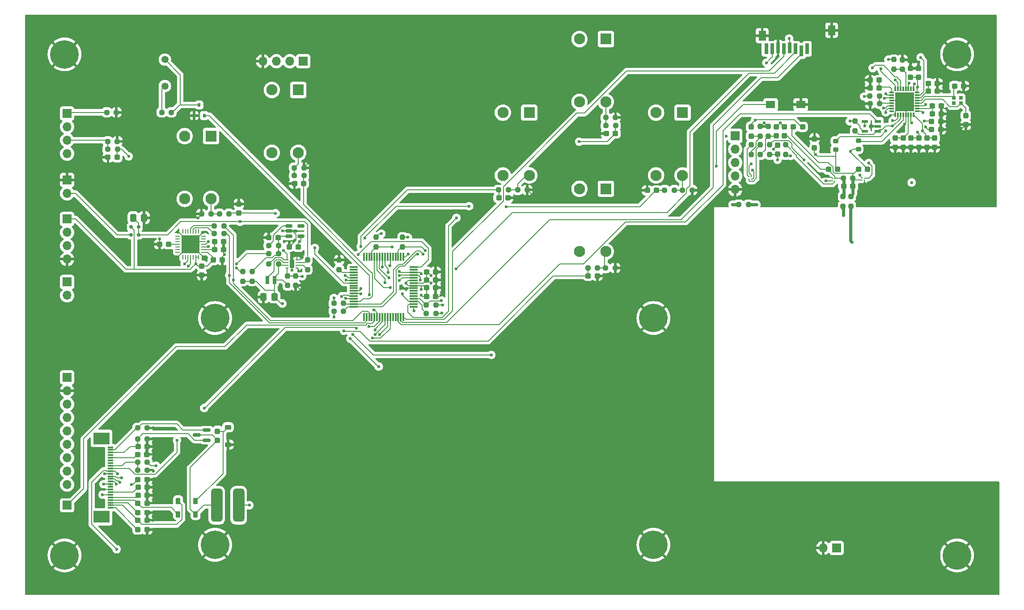
<source format=gbr>
%TF.GenerationSoftware,KiCad,Pcbnew,8.0.2*%
%TF.CreationDate,2025-01-20T18:22:29-05:00*%
%TF.ProjectId,Ecardz-Controller,45636172-647a-42d4-936f-6e74726f6c6c,rev?*%
%TF.SameCoordinates,Original*%
%TF.FileFunction,Copper,L4,Bot*%
%TF.FilePolarity,Positive*%
%FSLAX46Y46*%
G04 Gerber Fmt 4.6, Leading zero omitted, Abs format (unit mm)*
G04 Created by KiCad (PCBNEW 8.0.2) date 2025-01-20 18:22:29*
%MOMM*%
%LPD*%
G01*
G04 APERTURE LIST*
G04 Aperture macros list*
%AMRoundRect*
0 Rectangle with rounded corners*
0 $1 Rounding radius*
0 $2 $3 $4 $5 $6 $7 $8 $9 X,Y pos of 4 corners*
0 Add a 4 corners polygon primitive as box body*
4,1,4,$2,$3,$4,$5,$6,$7,$8,$9,$2,$3,0*
0 Add four circle primitives for the rounded corners*
1,1,$1+$1,$2,$3*
1,1,$1+$1,$4,$5*
1,1,$1+$1,$6,$7*
1,1,$1+$1,$8,$9*
0 Add four rect primitives between the rounded corners*
20,1,$1+$1,$2,$3,$4,$5,0*
20,1,$1+$1,$4,$5,$6,$7,0*
20,1,$1+$1,$6,$7,$8,$9,0*
20,1,$1+$1,$8,$9,$2,$3,0*%
G04 Aperture macros list end*
%TA.AperFunction,ComponentPad*%
%ADD10C,3.100000*%
%TD*%
%TA.AperFunction,ConnectorPad*%
%ADD11C,5.400000*%
%TD*%
%TA.AperFunction,ComponentPad*%
%ADD12R,2.100000X2.100000*%
%TD*%
%TA.AperFunction,ComponentPad*%
%ADD13C,2.100000*%
%TD*%
%TA.AperFunction,ComponentPad*%
%ADD14R,1.700000X1.700000*%
%TD*%
%TA.AperFunction,ComponentPad*%
%ADD15O,1.700000X1.700000*%
%TD*%
%TA.AperFunction,ComponentPad*%
%ADD16C,1.350000*%
%TD*%
%TA.AperFunction,SMDPad,CuDef*%
%ADD17RoundRect,0.237500X-0.300000X-0.237500X0.300000X-0.237500X0.300000X0.237500X-0.300000X0.237500X0*%
%TD*%
%TA.AperFunction,SMDPad,CuDef*%
%ADD18RoundRect,0.150000X-0.150000X-0.200000X0.150000X-0.200000X0.150000X0.200000X-0.150000X0.200000X0*%
%TD*%
%TA.AperFunction,SMDPad,CuDef*%
%ADD19RoundRect,0.062500X0.187500X0.062500X-0.187500X0.062500X-0.187500X-0.062500X0.187500X-0.062500X0*%
%TD*%
%TA.AperFunction,SMDPad,CuDef*%
%ADD20R,0.900000X1.600000*%
%TD*%
%TA.AperFunction,SMDPad,CuDef*%
%ADD21RoundRect,0.237500X0.300000X0.237500X-0.300000X0.237500X-0.300000X-0.237500X0.300000X-0.237500X0*%
%TD*%
%TA.AperFunction,SMDPad,CuDef*%
%ADD22RoundRect,0.237500X-0.237500X0.250000X-0.237500X-0.250000X0.237500X-0.250000X0.237500X0.250000X0*%
%TD*%
%TA.AperFunction,SMDPad,CuDef*%
%ADD23RoundRect,0.237500X-0.250000X-0.237500X0.250000X-0.237500X0.250000X0.237500X-0.250000X0.237500X0*%
%TD*%
%TA.AperFunction,SMDPad,CuDef*%
%ADD24RoundRect,0.237500X0.250000X0.237500X-0.250000X0.237500X-0.250000X-0.237500X0.250000X-0.237500X0*%
%TD*%
%TA.AperFunction,SMDPad,CuDef*%
%ADD25RoundRect,0.237500X0.237500X-0.300000X0.237500X0.300000X-0.237500X0.300000X-0.237500X-0.300000X0*%
%TD*%
%TA.AperFunction,SMDPad,CuDef*%
%ADD26R,0.600000X0.700000*%
%TD*%
%TA.AperFunction,SMDPad,CuDef*%
%ADD27R,0.850000X0.300000*%
%TD*%
%TA.AperFunction,SMDPad,CuDef*%
%ADD28R,0.300000X0.850000*%
%TD*%
%TA.AperFunction,SMDPad,CuDef*%
%ADD29R,3.600000X3.600000*%
%TD*%
%TA.AperFunction,SMDPad,CuDef*%
%ADD30R,0.650000X1.600000*%
%TD*%
%TA.AperFunction,SMDPad,CuDef*%
%ADD31RoundRect,0.537500X-0.537500X-2.612500X0.537500X-2.612500X0.537500X2.612500X-0.537500X2.612500X0*%
%TD*%
%TA.AperFunction,SMDPad,CuDef*%
%ADD32R,0.750000X0.700000*%
%TD*%
%TA.AperFunction,SMDPad,CuDef*%
%ADD33RoundRect,0.237500X0.237500X-0.250000X0.237500X0.250000X-0.237500X0.250000X-0.237500X-0.250000X0*%
%TD*%
%TA.AperFunction,SMDPad,CuDef*%
%ADD34RoundRect,0.062500X0.337500X0.062500X-0.337500X0.062500X-0.337500X-0.062500X0.337500X-0.062500X0*%
%TD*%
%TA.AperFunction,SMDPad,CuDef*%
%ADD35RoundRect,0.062500X0.062500X0.337500X-0.062500X0.337500X-0.062500X-0.337500X0.062500X-0.337500X0*%
%TD*%
%TA.AperFunction,HeatsinkPad*%
%ADD36R,3.350000X3.350000*%
%TD*%
%TA.AperFunction,SMDPad,CuDef*%
%ADD37RoundRect,0.237500X-0.237500X0.300000X-0.237500X-0.300000X0.237500X-0.300000X0.237500X0.300000X0*%
%TD*%
%TA.AperFunction,SMDPad,CuDef*%
%ADD38RoundRect,0.075000X0.700000X0.075000X-0.700000X0.075000X-0.700000X-0.075000X0.700000X-0.075000X0*%
%TD*%
%TA.AperFunction,SMDPad,CuDef*%
%ADD39RoundRect,0.075000X0.075000X0.700000X-0.075000X0.700000X-0.075000X-0.700000X0.075000X-0.700000X0*%
%TD*%
%TA.AperFunction,SMDPad,CuDef*%
%ADD40RoundRect,0.218750X-0.256250X0.218750X-0.256250X-0.218750X0.256250X-0.218750X0.256250X0.218750X0*%
%TD*%
%TA.AperFunction,SMDPad,CuDef*%
%ADD41RoundRect,0.225000X-0.225000X-0.375000X0.225000X-0.375000X0.225000X0.375000X-0.225000X0.375000X0*%
%TD*%
%TA.AperFunction,SMDPad,CuDef*%
%ADD42RoundRect,0.250000X-0.337500X-0.475000X0.337500X-0.475000X0.337500X0.475000X-0.337500X0.475000X0*%
%TD*%
%TA.AperFunction,SMDPad,CuDef*%
%ADD43R,0.200000X0.200000*%
%TD*%
%TA.AperFunction,SMDPad,CuDef*%
%ADD44R,1.800000X1.400000*%
%TD*%
%TA.AperFunction,SMDPad,CuDef*%
%ADD45R,1.400000X1.900000*%
%TD*%
%TA.AperFunction,SMDPad,CuDef*%
%ADD46R,0.800000X2.000000*%
%TD*%
%TA.AperFunction,SMDPad,CuDef*%
%ADD47RoundRect,0.150000X-0.512500X-0.150000X0.512500X-0.150000X0.512500X0.150000X-0.512500X0.150000X0*%
%TD*%
%TA.AperFunction,SMDPad,CuDef*%
%ADD48R,1.100000X0.300000*%
%TD*%
%TA.AperFunction,SMDPad,CuDef*%
%ADD49R,3.100000X2.300000*%
%TD*%
%TA.AperFunction,SMDPad,CuDef*%
%ADD50RoundRect,0.250000X0.337500X0.475000X-0.337500X0.475000X-0.337500X-0.475000X0.337500X-0.475000X0*%
%TD*%
%TA.AperFunction,SMDPad,CuDef*%
%ADD51RoundRect,0.150000X0.587500X0.150000X-0.587500X0.150000X-0.587500X-0.150000X0.587500X-0.150000X0*%
%TD*%
%TA.AperFunction,SMDPad,CuDef*%
%ADD52RoundRect,0.225000X0.375000X-0.225000X0.375000X0.225000X-0.375000X0.225000X-0.375000X-0.225000X0*%
%TD*%
%TA.AperFunction,SMDPad,CuDef*%
%ADD53RoundRect,0.225000X0.225000X0.375000X-0.225000X0.375000X-0.225000X-0.375000X0.225000X-0.375000X0*%
%TD*%
%TA.AperFunction,SMDPad,CuDef*%
%ADD54R,1.200000X0.600000*%
%TD*%
%TA.AperFunction,ViaPad*%
%ADD55C,0.600000*%
%TD*%
%TA.AperFunction,Conductor*%
%ADD56C,0.200000*%
%TD*%
%TA.AperFunction,Conductor*%
%ADD57C,0.600000*%
%TD*%
G04 APERTURE END LIST*
D10*
%TO.P,H5,1,1*%
%TO.N,GND*%
X88500000Y-193000000D03*
D11*
X88500000Y-193000000D03*
%TD*%
D10*
%TO.P,H2,1,1*%
%TO.N,GND*%
X60000000Y-100000000D03*
D11*
X60000000Y-100000000D03*
%TD*%
D12*
%TO.P,S5,1,1*%
%TO.N,unconnected-(S5-Pad1)*%
X177000000Y-111050000D03*
D13*
%TO.P,S5,2,2*%
%TO.N,/INTERFACE/BUTTON5*%
X177000000Y-122950000D03*
%TO.P,S5,3,3*%
%TO.N,+3V3*%
X172000000Y-111050000D03*
%TO.P,S5,4,4*%
%TO.N,unconnected-(S5-Pad4)*%
X172000000Y-122950000D03*
%TD*%
D14*
%TO.P,J10,1,Pin_1*%
%TO.N,+3V3*%
X206175000Y-193600000D03*
D15*
%TO.P,J10,2,Pin_2*%
%TO.N,GND*%
X203635000Y-193600000D03*
%TD*%
D10*
%TO.P,H6,1,1*%
%TO.N,GND*%
X60000000Y-195000000D03*
D11*
X60000000Y-195000000D03*
%TD*%
D10*
%TO.P,H8,1,1*%
%TO.N,GND*%
X229000000Y-195000000D03*
D11*
X229000000Y-195000000D03*
%TD*%
D10*
%TO.P,H7,1,1*%
%TO.N,GND*%
X171500000Y-193000000D03*
D11*
X171500000Y-193000000D03*
%TD*%
D12*
%TO.P,S6,1,1*%
%TO.N,unconnected-(S6-Pad1)*%
X162500000Y-125500000D03*
D13*
%TO.P,S6,2,2*%
%TO.N,/INTERFACE/BUTTON6*%
X162500000Y-137400000D03*
%TO.P,S6,3,3*%
%TO.N,+3V3*%
X157500000Y-125500000D03*
%TO.P,S6,4,4*%
%TO.N,unconnected-(S6-Pad4)*%
X157500000Y-137400000D03*
%TD*%
D10*
%TO.P,H1,1,1*%
%TO.N,GND*%
X88500000Y-150000000D03*
D11*
X88500000Y-150000000D03*
%TD*%
D16*
%TO.P,LS1,1*%
%TO.N,Net-(Q2-C)*%
X79000000Y-101000000D03*
%TO.P,LS1,2,2*%
%TO.N,+3V3*%
X79000000Y-106000000D03*
%TD*%
D12*
%TO.P,S3,1,1*%
%TO.N,unconnected-(S3-Pad1)*%
X162500000Y-97100000D03*
D13*
%TO.P,S3,2,2*%
%TO.N,/INTERFACE/BUTTON3*%
X162500000Y-109000000D03*
%TO.P,S3,3,3*%
%TO.N,+3V3*%
X157500000Y-97100000D03*
%TO.P,S3,4,4*%
%TO.N,unconnected-(S3-Pad4)*%
X157500000Y-109000000D03*
%TD*%
D12*
%TO.P,S1,1,1*%
%TO.N,unconnected-(S1-Pad1)*%
X104250000Y-106750000D03*
D13*
%TO.P,S1,2,2*%
%TO.N,/INTERFACE/BUTTON1*%
X104250000Y-118650000D03*
%TO.P,S1,3,3*%
%TO.N,+3V3*%
X99250000Y-106750000D03*
%TO.P,S1,4,4*%
%TO.N,unconnected-(S1-Pad4)*%
X99250000Y-118650000D03*
%TD*%
D10*
%TO.P,H3,1,1*%
%TO.N,GND*%
X171500000Y-150000000D03*
D11*
X171500000Y-150000000D03*
%TD*%
D12*
%TO.P,S2,1,1*%
%TO.N,unconnected-(S2-Pad1)*%
X87750000Y-115500000D03*
D13*
%TO.P,S2,2,2*%
%TO.N,/INTERFACE/BUTTON2*%
X87750000Y-127400000D03*
%TO.P,S2,3,3*%
%TO.N,+3V3*%
X82750000Y-115500000D03*
%TO.P,S2,4,4*%
%TO.N,unconnected-(S2-Pad4)*%
X82750000Y-127400000D03*
%TD*%
D14*
%TO.P,J3,1,Pin_1*%
%TO.N,+3V3*%
X187000000Y-115460000D03*
D15*
%TO.P,J3,2,Pin_2*%
%TO.N,/MCU/NFC_B_SDA*%
X187000000Y-118000000D03*
%TO.P,J3,3,Pin_3*%
%TO.N,/MCU/NFC_B_SCL*%
X187000000Y-120540000D03*
%TO.P,J3,4,Pin_4*%
%TO.N,/MCU/NFC_B_BUSY*%
X187000000Y-123080000D03*
%TO.P,J3,5,Pin_5*%
%TO.N,GND*%
X187000000Y-125620000D03*
%TD*%
D10*
%TO.P,H4,1,1*%
%TO.N,GND*%
X229000000Y-100000000D03*
D11*
X229000000Y-100000000D03*
%TD*%
D12*
%TO.P,S4,1,1*%
%TO.N,unconnected-(S4-Pad1)*%
X148000000Y-111050000D03*
D13*
%TO.P,S4,2,2*%
%TO.N,/INTERFACE/BUTTON4*%
X148000000Y-122950000D03*
%TO.P,S4,3,3*%
%TO.N,+3V3*%
X143000000Y-111050000D03*
%TO.P,S4,4,4*%
%TO.N,unconnected-(S4-Pad4)*%
X143000000Y-122950000D03*
%TD*%
D17*
%TO.P,C53,1*%
%TO.N,Net-(C43-PORT2)*%
X207525000Y-125000000D03*
%TO.P,C53,2*%
%TO.N,Net-(C42-PORT2)*%
X209250000Y-125000000D03*
%TD*%
D18*
%TO.P,D12,1,K*%
%TO.N,/POWER/VIN_PROT*%
X74000000Y-132750000D03*
%TO.P,D12,2,A*%
%TO.N,/POWER/5V_USBC*%
X72600000Y-132750000D03*
%TD*%
D17*
%TO.P,C38,1*%
%TO.N,/POWER/5V_USBC*%
X88137500Y-139000000D03*
%TO.P,C38,2*%
%TO.N,GND*%
X89862500Y-139000000D03*
%TD*%
D19*
%TO.P,U2,1,PGND*%
%TO.N,GND*%
X104000000Y-139000000D03*
%TO.P,U2,2,VIN*%
%TO.N,/POWER/VIN_PROT*%
X104000000Y-139500000D03*
%TO.P,U2,3,EN*%
%TO.N,Net-(U2-EN)*%
X104000000Y-140000000D03*
%TO.P,U2,4,AGND*%
%TO.N,GND*%
X104000000Y-140500000D03*
%TO.P,U2,5,FB*%
%TO.N,Net-(U2-FB)*%
X102100000Y-140500000D03*
%TO.P,U2,6,VOS*%
%TO.N,Net-(U2-VOS)*%
X102100000Y-140000000D03*
%TO.P,U2,7,SW*%
%TO.N,Net-(U2-SW)*%
X102100000Y-139500000D03*
%TO.P,U2,8,PG*%
%TO.N,/POWER/POWER_GOOD*%
X102100000Y-139000000D03*
D20*
%TO.P,U2,9,PAD*%
%TO.N,GND*%
X103050000Y-139750000D03*
%TD*%
D21*
%TO.P,C56,1*%
%TO.N,/MCU/BUTTON_3*%
X164300000Y-115000000D03*
%TO.P,C56,2*%
%TO.N,GND*%
X162575000Y-115000000D03*
%TD*%
D22*
%TO.P,R35,1*%
%TO.N,+3V3*%
X93750000Y-141175000D03*
%TO.P,R35,2*%
%TO.N,Net-(U2-VOS)*%
X93750000Y-143000000D03*
%TD*%
D23*
%TO.P,R28,1*%
%TO.N,/INTERFACE/GDR*%
X73850000Y-170850902D03*
%TO.P,R28,2*%
%TO.N,GND*%
X75675000Y-170850902D03*
%TD*%
D17*
%TO.P,C22,1*%
%TO.N,+3V3*%
X128537500Y-144250000D03*
%TO.P,C22,2*%
%TO.N,GND*%
X130262500Y-144250000D03*
%TD*%
D24*
%TO.P,R51,1*%
%TO.N,/MCU/BUTTON_1*%
X105325000Y-123000000D03*
%TO.P,R51,2*%
%TO.N,/INTERFACE/BUTTON1*%
X103500000Y-123000000D03*
%TD*%
D25*
%TO.P,C12,1*%
%TO.N,GND*%
X220275000Y-117612500D03*
%TO.P,C12,2*%
%TO.N,VDD_NFC*%
X220275000Y-115887500D03*
%TD*%
D26*
%TO.P,Q2,1,B*%
%TO.N,/INTERFACE/BUZZER*%
X86450000Y-111600000D03*
%TO.P,Q2,2,E*%
%TO.N,GND*%
X84550000Y-111600000D03*
%TO.P,Q2,3,C*%
%TO.N,Net-(Q2-C)*%
X85500000Y-109600000D03*
%TD*%
D23*
%TO.P,R55,1*%
%TO.N,/MCU/BUTTON_5*%
X173635999Y-125746053D03*
%TO.P,R55,2*%
%TO.N,/INTERFACE/BUTTON5*%
X175460999Y-125746053D03*
%TD*%
D22*
%TO.P,R2,1*%
%TO.N,VDD_NFC*%
X209700000Y-112687500D03*
%TO.P,R2,2*%
%TO.N,Net-(IC1-VDD_DR)*%
X209700000Y-114512500D03*
%TD*%
D23*
%TO.P,R25,1*%
%TO.N,/INTERFACE/BUTTON6*%
X162425000Y-140500000D03*
%TO.P,R25,2*%
%TO.N,GND*%
X164250000Y-140500000D03*
%TD*%
D27*
%TO.P,IC1,1,VDD_IO*%
%TO.N,VDD_NFC*%
X221475000Y-107250000D03*
%TO.P,IC1,2,TAD2*%
%TO.N,Net-(IC1-TAD2)*%
X221475000Y-107750000D03*
%TO.P,IC1,3,VDD_D*%
%TO.N,Net-(IC1-VDD_D)*%
X221475000Y-108250000D03*
%TO.P,IC1,4,XTO*%
%TO.N,Net-(IC1-XTO)*%
X221475000Y-108750000D03*
%TO.P,IC1,5,XTI*%
%TO.N,Net-(IC1-XTI)*%
X221475000Y-109250000D03*
%TO.P,IC1,6,GND_D*%
%TO.N,GND*%
X221475000Y-109750000D03*
%TO.P,IC1,7,VDD_A*%
%TO.N,Net-(IC1-VDD_A)*%
X221475000Y-110250000D03*
%TO.P,IC1,8,VDD*%
%TO.N,VDD_NFC*%
X221475000Y-110750000D03*
D28*
%TO.P,IC1,9,VDD_RF*%
%TO.N,Net-(IC1-VDD_DR)*%
X220775000Y-111450000D03*
%TO.P,IC1,10,VDD_TX*%
%TO.N,VDD_NFC*%
X220275000Y-111450000D03*
%TO.P,IC1,11,VDD_AM*%
%TO.N,Net-(IC1-VDD_AM)*%
X219775000Y-111450000D03*
%TO.P,IC1,12,GND_DR_1*%
%TO.N,GND*%
X219275000Y-111450000D03*
%TO.P,IC1,13,RFO1*%
%TO.N,/NFC/ANTENNA/RFO1*%
X218775000Y-111450000D03*
%TO.P,IC1,14,VDD_DR*%
%TO.N,Net-(IC1-VDD_DR)*%
X218275000Y-111450000D03*
%TO.P,IC1,15,RFO2*%
%TO.N,/NFC/ANTENNA/RFO2*%
X217775000Y-111450000D03*
%TO.P,IC1,16,GND_DR_2*%
%TO.N,GND*%
X217275000Y-111450000D03*
D27*
%TO.P,IC1,17,EXT_LM*%
%TO.N,unconnected-(IC1-EXT_LM-Pad17)*%
X216575000Y-110750000D03*
%TO.P,IC1,18,AAT_A*%
%TO.N,/NFC/ANTENNA/AAT_A*%
X216575000Y-110250000D03*
%TO.P,IC1,19,AAT_B*%
%TO.N,/NFC/ANTENNA/AAT_B*%
X216575000Y-109750000D03*
%TO.P,IC1,20,I2C_EN*%
%TO.N,Net-(IC1-I2C_EN)*%
X216575000Y-109250000D03*
%TO.P,IC1,21,VSS*%
%TO.N,GND*%
X216575000Y-108750000D03*
%TO.P,IC1,22,RFI1*%
%TO.N,/NFC/ANTENNA/RFI1*%
X216575000Y-108250000D03*
%TO.P,IC1,23,RFI2*%
%TO.N,/NFC/ANTENNA/RFI2*%
X216575000Y-107750000D03*
%TO.P,IC1,24,AGDC*%
%TO.N,Net-(IC1-AGDC)*%
X216575000Y-107250000D03*
D28*
%TO.P,IC1,25,TAD1*%
%TO.N,Net-(IC1-TAD1)*%
X217275000Y-106550000D03*
%TO.P,IC1,26,GND_A*%
%TO.N,GND*%
X217775000Y-106550000D03*
%TO.P,IC1,27,IRQ*%
%TO.N,/MCU/NFC_A_BUSY*%
X218275000Y-106550000D03*
%TO.P,IC1,28,MCU_CLK*%
%TO.N,unconnected-(IC1-MCU_CLK-Pad28)*%
X218775000Y-106550000D03*
%TO.P,IC1,29,BSS*%
%TO.N,Net-(IC1-BSS)*%
X219275000Y-106550000D03*
%TO.P,IC1,30,SCLK/SCL*%
%TO.N,/MCU/NFC_A_SCL*%
X219775000Y-106550000D03*
%TO.P,IC1,31,MOSI*%
%TO.N,unconnected-(IC1-MOSI-Pad31)*%
X220275000Y-106550000D03*
%TO.P,IC1,32,MISO/SDA*%
%TO.N,/MCU/NFC_A_SDA*%
X220775000Y-106550000D03*
D29*
%TO.P,IC1,33,EP*%
%TO.N,GND*%
X219025000Y-109000000D03*
%TD*%
D25*
%TO.P,C4,1*%
%TO.N,GND*%
X230650000Y-113350000D03*
%TO.P,C4,2*%
%TO.N,Net-(IC1-XTI)*%
X230650000Y-111625000D03*
%TD*%
D17*
%TO.P,C27,1*%
%TO.N,/INTERFACE/VSH2*%
X73850000Y-175850902D03*
%TO.P,C27,2*%
%TO.N,GND*%
X75575000Y-175850902D03*
%TD*%
D22*
%TO.P,R44,1*%
%TO.N,Net-(C44-PORT2)*%
X191750000Y-117175000D03*
%TO.P,R44,2*%
%TO.N,Net-(C52-Pad1)*%
X191750000Y-119000000D03*
%TD*%
D23*
%TO.P,R27,1*%
%TO.N,/INTERFACE/RESE*%
X73850000Y-172900000D03*
%TO.P,R27,2*%
%TO.N,GND*%
X75675000Y-172900000D03*
%TD*%
D30*
%TO.P,L2,1,1*%
%TO.N,Net-(U2-SW)*%
X98400000Y-142750000D03*
%TO.P,L2,2,2*%
%TO.N,Net-(U2-VOS)*%
X99750000Y-142750000D03*
%TD*%
D31*
%TO.P,L1,1,1*%
%TO.N,Net-(D9-A)*%
X88825000Y-185500000D03*
%TO.P,L1,2,2*%
%TO.N,+3V3*%
X92975000Y-185500000D03*
%TD*%
D32*
%TO.P,Y1,1,XTAL_1*%
%TO.N,Net-(IC1-XTO)*%
X228350000Y-108250000D03*
%TO.P,Y1,2,NC_1*%
%TO.N,unconnected-(Y1-NC_1-Pad2)*%
X229700000Y-108250000D03*
%TO.P,Y1,3,XTAL_2*%
%TO.N,Net-(IC1-XTI)*%
X229700000Y-109250000D03*
%TO.P,Y1,4,NC_2*%
%TO.N,unconnected-(Y1-NC_2-Pad4)*%
X228350000Y-109250000D03*
%TD*%
D33*
%TO.P,R47,1*%
%TO.N,Net-(C49-Pad2)*%
X191750000Y-115500000D03*
%TO.P,R47,2*%
%TO.N,GND*%
X191750000Y-113675000D03*
%TD*%
D23*
%TO.P,R26,1*%
%TO.N,/INTERFACE/BUTTON7*%
X68175000Y-116500000D03*
%TO.P,R26,2*%
%TO.N,GND*%
X70000000Y-116500000D03*
%TD*%
D21*
%TO.P,C35,1*%
%TO.N,Net-(U3-VIN)*%
X100425000Y-134750000D03*
%TO.P,C35,2*%
%TO.N,GND*%
X98700000Y-134750000D03*
%TD*%
D34*
%TO.P,U4,1,~{DCD}*%
%TO.N,unconnected-(U4-~{DCD}-Pad1)*%
X86330000Y-134500000D03*
%TO.P,U4,2,~{RI}/CLK*%
%TO.N,unconnected-(U4-~{RI}{slash}CLK-Pad2)*%
X86330000Y-135000000D03*
%TO.P,U4,3,GND*%
%TO.N,GND*%
X86330000Y-135500000D03*
%TO.P,U4,4,D+*%
%TO.N,/USBC_TO_UART/USBC_D+*%
X86330000Y-136000000D03*
%TO.P,U4,5,D-*%
%TO.N,/USBC_TO_UART/USBC_D-*%
X86330000Y-136500000D03*
%TO.P,U4,6,VDD*%
%TO.N,/USBC_TO_UART/VDD*%
X86330000Y-137000000D03*
%TO.P,U4,7,VREGIN*%
%TO.N,/POWER/5V_USBC*%
X86330000Y-137500000D03*
D35*
%TO.P,U4,8,VBUS*%
X85380000Y-138450000D03*
%TO.P,U4,9,~{RST}*%
X84880000Y-138450000D03*
%TO.P,U4,10,NC*%
%TO.N,unconnected-(U4-NC-Pad10)*%
X84380000Y-138450000D03*
%TO.P,U4,11,~{SUSPEND}*%
%TO.N,Net-(U4-~{SUSPEND})*%
X83880000Y-138450000D03*
%TO.P,U4,12,SUSPEND*%
%TO.N,Net-(U4-SUSPEND)*%
X83380000Y-138450000D03*
%TO.P,U4,13,CHREN*%
%TO.N,unconnected-(U4-CHREN-Pad13)*%
X82880000Y-138450000D03*
%TO.P,U4,14,CHR1*%
%TO.N,unconnected-(U4-CHR1-Pad14)*%
X82380000Y-138450000D03*
D34*
%TO.P,U4,15,CHR0*%
%TO.N,unconnected-(U4-CHR0-Pad15)*%
X81430000Y-137500000D03*
%TO.P,U4,16,~{WAKEUP}/GPIO.3*%
%TO.N,unconnected-(U4-~{WAKEUP}{slash}GPIO.3-Pad16)*%
X81430000Y-137000000D03*
%TO.P,U4,17,RS485/GPIO.2*%
%TO.N,unconnected-(U4-RS485{slash}GPIO.2-Pad17)*%
X81430000Y-136500000D03*
%TO.P,U4,18,~{RXT}/GPIO.1*%
%TO.N,Net-(U4-~{RXT}{slash}GPIO.1)*%
X81430000Y-136000000D03*
%TO.P,U4,19,~{TXT}/GPIO.0*%
%TO.N,unconnected-(U4-~{TXT}{slash}GPIO.0-Pad19)*%
X81430000Y-135500000D03*
%TO.P,U4,20,GPIO.6*%
%TO.N,unconnected-(U4-GPIO.6-Pad20)*%
X81430000Y-135000000D03*
%TO.P,U4,21,GPIO.5*%
%TO.N,unconnected-(U4-GPIO.5-Pad21)*%
X81430000Y-134500000D03*
D35*
%TO.P,U4,22,GPIO.4*%
%TO.N,unconnected-(U4-GPIO.4-Pad22)*%
X82380000Y-133550000D03*
%TO.P,U4,23,~{CTS}*%
%TO.N,unconnected-(U4-~{CTS}-Pad23)*%
X82880000Y-133550000D03*
%TO.P,U4,24,~{RTS}*%
%TO.N,unconnected-(U4-~{RTS}-Pad24)*%
X83380000Y-133550000D03*
%TO.P,U4,25,RXD*%
%TO.N,Net-(U4-RXD)*%
X83880000Y-133550000D03*
%TO.P,U4,26,TXD*%
%TO.N,Net-(U4-TXD)*%
X84380000Y-133550000D03*
%TO.P,U4,27,~{DSR}*%
%TO.N,unconnected-(U4-~{DSR}-Pad27)*%
X84880000Y-133550000D03*
%TO.P,U4,28,~{DTR}*%
%TO.N,unconnected-(U4-~{DTR}-Pad28)*%
X85380000Y-133550000D03*
D36*
%TO.P,U4,29,GND*%
%TO.N,GND*%
X83880000Y-136000000D03*
%TD*%
D21*
%TO.P,C1,1*%
%TO.N,GND*%
X230250000Y-106000000D03*
%TO.P,C1,2*%
%TO.N,Net-(IC1-XTO)*%
X228525000Y-106000000D03*
%TD*%
D14*
%TO.P,J8,1,Pin_1*%
%TO.N,/POWER/5V_USBC*%
X60500000Y-131220000D03*
D15*
%TO.P,J8,2,Pin_2*%
%TO.N,/USBC_TO_UART/USBC_D+*%
X60500000Y-133760000D03*
%TO.P,J8,3,Pin_3*%
%TO.N,/USBC_TO_UART/USBC_D-*%
X60500000Y-136300000D03*
%TO.P,J8,4,Pin_4*%
%TO.N,GND*%
X60500000Y-138840000D03*
%TD*%
D17*
%TO.P,C48,1*%
%TO.N,Net-(C43-PORT2)*%
X204637500Y-121800000D03*
%TO.P,C48,2*%
%TO.N,Net-(C46-Pad1)*%
X206362500Y-121800000D03*
%TD*%
D25*
%TO.P,C46,1*%
%TO.N,Net-(C46-Pad1)*%
X202000000Y-117725000D03*
%TO.P,C46,2*%
%TO.N,GND*%
X202000000Y-116000000D03*
%TD*%
D23*
%TO.P,R46,1*%
%TO.N,Net-(C43-PORT2)*%
X207425000Y-123500000D03*
%TO.P,R46,2*%
%TO.N,Net-(C42-PORT2)*%
X209250000Y-123500000D03*
%TD*%
D24*
%TO.P,R30,1*%
%TO.N,+3V3*%
X75675000Y-177350902D03*
%TO.P,R30,2*%
%TO.N,/INTERFACE/BS1*%
X73850000Y-177350902D03*
%TD*%
D22*
%TO.P,R42,1*%
%TO.N,Net-(C43-PORT1)*%
X196500000Y-117175000D03*
%TO.P,R42,2*%
%TO.N,Net-(C46-Pad1)*%
X196500000Y-119000000D03*
%TD*%
D14*
%TO.P,J2,1,Pin_1*%
%TO.N,/MCU/LED_DEBUG_B*%
X105200000Y-101300000D03*
D15*
%TO.P,J2,2,Pin_2*%
%TO.N,/MCU/LED_NFC_WORKING*%
X102660000Y-101300000D03*
%TO.P,J2,3,Pin_3*%
%TO.N,/MCU/LED_NFC_DONE*%
X100120000Y-101300000D03*
%TO.P,J2,4,Pin_4*%
%TO.N,GND*%
X97580000Y-101300000D03*
%TD*%
D33*
%TO.P,R36,1*%
%TO.N,Net-(U2-VOS)*%
X95500000Y-143000000D03*
%TO.P,R36,2*%
%TO.N,Net-(U3-VIN)*%
X95500000Y-141175000D03*
%TD*%
D25*
%TO.P,C15,1*%
%TO.N,GND*%
X218795000Y-117612500D03*
%TO.P,C15,2*%
%TO.N,Net-(IC1-VDD_AM)*%
X218795000Y-115887500D03*
%TD*%
D22*
%TO.P,R4,1*%
%TO.N,GND*%
X218650000Y-101020000D03*
%TO.P,R4,2*%
%TO.N,Net-(IC1-BSS)*%
X218650000Y-102845000D03*
%TD*%
D17*
%TO.P,C47,1*%
%TO.N,Net-(C42-PORT2)*%
X210337500Y-121800000D03*
%TO.P,C47,2*%
%TO.N,Net-(C45-Pad2)*%
X212062500Y-121800000D03*
%TD*%
D14*
%TO.P,J4,1,Pin_1*%
%TO.N,+3V3*%
X60500000Y-161250000D03*
D15*
%TO.P,J4,2,Pin_2*%
%TO.N,GND*%
X60500000Y-163790000D03*
%TO.P,J4,3,Pin_3*%
%TO.N,/MCU/SPI_LCD_CS*%
X60500000Y-166330000D03*
%TO.P,J4,4,Pin_4*%
%TO.N,unconnected-(J4-Pin_4-Pad4)*%
X60500000Y-168870000D03*
%TO.P,J4,5,Pin_5*%
%TO.N,/MCU/SPI_LCD_DC*%
X60500000Y-171410000D03*
%TO.P,J4,6,Pin_6*%
%TO.N,/MCU/SPI_LCD_MOSI*%
X60500000Y-173950000D03*
%TO.P,J4,7,Pin_7*%
%TO.N,/MCU/SPI_LCD_SCK*%
X60500000Y-176490000D03*
%TO.P,J4,8,Pin_8*%
%TO.N,+3V3*%
X60500000Y-179030000D03*
%TO.P,J4,9,Pin_9*%
%TO.N,/MCU/SPI_LCD_MISO*%
X60500000Y-181570000D03*
%TD*%
D24*
%TO.P,R21,1*%
%TO.N,/INTERFACE/BUTTON2*%
X87750000Y-130250000D03*
%TO.P,R21,2*%
%TO.N,GND*%
X85925000Y-130250000D03*
%TD*%
%TO.P,R57,1*%
%TO.N,/MCU/BUTTON_7*%
X70012500Y-118000000D03*
%TO.P,R57,2*%
%TO.N,/INTERFACE/BUTTON7*%
X68187500Y-118000000D03*
%TD*%
D23*
%TO.P,R34,1*%
%TO.N,/POWER/POWER_GOOD*%
X98675000Y-139750000D03*
%TO.P,R34,2*%
%TO.N,Net-(U2-VOS)*%
X100500000Y-139750000D03*
%TD*%
D22*
%TO.P,R33,1*%
%TO.N,Net-(U2-FB)*%
X103750000Y-142000000D03*
%TO.P,R33,2*%
%TO.N,GND*%
X103750000Y-143825000D03*
%TD*%
D24*
%TO.P,R5,1*%
%TO.N,Net-(IC1-I2C_EN)*%
X214325000Y-107864855D03*
%TO.P,R5,2*%
%TO.N,VDD_NFC*%
X212500000Y-107864855D03*
%TD*%
D22*
%TO.P,R59,1*%
%TO.N,+3V3*%
X119000000Y-134687500D03*
%TO.P,R59,2*%
%TO.N,/MCU/NFC_A_BUSY*%
X119000000Y-136512500D03*
%TD*%
D23*
%TO.P,R39,1*%
%TO.N,Net-(U4-TXD)*%
X88337500Y-134000000D03*
%TO.P,R39,2*%
%TO.N,/MCU/USBC_UART_TX*%
X90162500Y-134000000D03*
%TD*%
D24*
%TO.P,R52,1*%
%TO.N,/MCU/BUTTON_2*%
X91136949Y-130245483D03*
%TO.P,R52,2*%
%TO.N,/INTERFACE/BUTTON2*%
X89311949Y-130245483D03*
%TD*%
D21*
%TO.P,C54,1*%
%TO.N,/MCU/BUTTON_1*%
X105262500Y-124500000D03*
%TO.P,C54,2*%
%TO.N,GND*%
X103537500Y-124500000D03*
%TD*%
D37*
%TO.P,C45,1*%
%TO.N,GND*%
X195006391Y-117223018D03*
%TO.P,C45,2*%
%TO.N,Net-(C45-Pad2)*%
X195006391Y-118948018D03*
%TD*%
D33*
%TO.P,R3,1*%
%TO.N,Net-(IC1-BSS)*%
X217025000Y-102825000D03*
%TO.P,R3,2*%
%TO.N,VDD_NFC*%
X217025000Y-101000000D03*
%TD*%
D17*
%TO.P,C31,1*%
%TO.N,/INTERFACE/VSL*%
X73875000Y-186860902D03*
%TO.P,C31,2*%
%TO.N,GND*%
X75600000Y-186860902D03*
%TD*%
D21*
%TO.P,C14,1*%
%TO.N,GND*%
X225887500Y-112750000D03*
%TO.P,C14,2*%
%TO.N,VDD_NFC*%
X224162500Y-112750000D03*
%TD*%
%TO.P,C3,1*%
%TO.N,GND*%
X225250000Y-107000000D03*
%TO.P,C3,2*%
%TO.N,Net-(IC1-VDD_D)*%
X223525000Y-107000000D03*
%TD*%
D14*
%TO.P,J11,1,Pin_1*%
%TO.N,/MCU/USBC_UART_TX*%
X60500000Y-143160000D03*
D15*
%TO.P,J11,2,Pin_2*%
%TO.N,/MCU/USBC_UART_RX*%
X60500000Y-145700000D03*
%TD*%
D38*
%TO.P,U1,1,PC11*%
%TO.N,/MCU/BUTTON_2*%
X126100000Y-140350000D03*
%TO.P,U1,2,PC12*%
%TO.N,unconnected-(U1-PC12-Pad2)*%
X126100000Y-140850000D03*
%TO.P,U1,3,PC13*%
%TO.N,/MCU/LED_NFC_DONE*%
X126100000Y-141350000D03*
%TO.P,U1,4,PC14*%
%TO.N,/MCU/LED_NFC_WORKING*%
X126100000Y-141850000D03*
%TO.P,U1,5,PC15*%
%TO.N,/MCU/LED_DEBUG_B*%
X126100000Y-142350000D03*
%TO.P,U1,6,VBAT*%
%TO.N,+3V3*%
X126100000Y-142850000D03*
%TO.P,U1,7,VREF+*%
X126100000Y-143350000D03*
%TO.P,U1,8,VDD*%
X126100000Y-143850000D03*
%TO.P,U1,9,VSS*%
%TO.N,GND*%
X126100000Y-144350000D03*
%TO.P,U1,10,PF0*%
%TO.N,unconnected-(U1-PF0-Pad10)*%
X126100000Y-144850000D03*
%TO.P,U1,11,PF1*%
%TO.N,unconnected-(U1-PF1-Pad11)*%
X126100000Y-145350000D03*
%TO.P,U1,12,PF2*%
%TO.N,unconnected-(U1-PF2-Pad12)*%
X126100000Y-145850000D03*
%TO.P,U1,13,PC0*%
%TO.N,/MCU/NFC_A_SCL*%
X126100000Y-146350000D03*
%TO.P,U1,14,PC1*%
%TO.N,/MCU/NFC_A_SDA*%
X126100000Y-146850000D03*
%TO.P,U1,15,PC2*%
%TO.N,/MCU/SD_MISO*%
X126100000Y-147350000D03*
%TO.P,U1,16,PC3*%
%TO.N,/MCU/SD_MOSI*%
X126100000Y-147850000D03*
D39*
%TO.P,U1,17,PA0*%
%TO.N,/MCU/SD_SCK*%
X124175000Y-149775000D03*
%TO.P,U1,18,PA1*%
%TO.N,/MCU/SD_CS*%
X123675000Y-149775000D03*
%TO.P,U1,19,PA2*%
%TO.N,/MCU/NFC_I_SENSE*%
X123175000Y-149775000D03*
%TO.P,U1,20,PA3*%
%TO.N,unconnected-(U1-PA3-Pad20)*%
X122675000Y-149775000D03*
%TO.P,U1,21,PA4*%
%TO.N,unconnected-(U1-PA4-Pad21)*%
X122175000Y-149775000D03*
%TO.P,U1,22,PA5*%
%TO.N,/MCU/SPI_LCD_SCK*%
X121675000Y-149775000D03*
%TO.P,U1,23,PA6*%
%TO.N,/MCU/SPI_LCD_MISO*%
X121175000Y-149775000D03*
%TO.P,U1,24,PA7*%
%TO.N,/MCU/SPI_LCD_MOSI*%
X120675000Y-149775000D03*
%TO.P,U1,25,PC4*%
%TO.N,/MCU/SPI_LCD_CS*%
X120175000Y-149775000D03*
%TO.P,U1,26,PC5*%
%TO.N,/MCU/SPI_LCD_DC*%
X119675000Y-149775000D03*
%TO.P,U1,27,PB0*%
%TO.N,/INTERFACE/BUZZER*%
X119175000Y-149775000D03*
%TO.P,U1,28,PB1*%
%TO.N,/INTERFACE/LCD_PWM_BRIGHT*%
X118675000Y-149775000D03*
%TO.P,U1,29,PB2*%
%TO.N,unconnected-(U1-PB2-Pad29)*%
X118175000Y-149775000D03*
%TO.P,U1,30,PB10*%
%TO.N,/MCU/USBC_UART_RX*%
X117675000Y-149775000D03*
%TO.P,U1,31,PB11*%
%TO.N,/MCU/USBC_UART_TX*%
X117175000Y-149775000D03*
%TO.P,U1,32,PB12*%
%TO.N,unconnected-(U1-PB12-Pad32)*%
X116675000Y-149775000D03*
D38*
%TO.P,U1,33,PB13*%
%TO.N,/MCU/NFC_B_SCL*%
X114750000Y-147850000D03*
%TO.P,U1,34,PB14*%
%TO.N,/MCU/NFC_B_SDA*%
X114750000Y-147350000D03*
%TO.P,U1,35,PB15*%
%TO.N,/MCU/BUTTON_1*%
X114750000Y-146850000D03*
%TO.P,U1,36,PA8*%
%TO.N,/MCU/BUTTON_7*%
X114750000Y-146350000D03*
%TO.P,U1,37,PA9/UCPD1_DBCC1*%
%TO.N,/MCU/BUTTON_6*%
X114750000Y-145850000D03*
%TO.P,U1,38,PC6*%
%TO.N,/MCU/BUTTON_5*%
X114750000Y-145350000D03*
%TO.P,U1,39,PC7*%
%TO.N,/MCU/BUTTON_4*%
X114750000Y-144850000D03*
%TO.P,U1,40,PD8*%
%TO.N,unconnected-(U1-PD8-Pad40)*%
X114750000Y-144350000D03*
%TO.P,U1,41,PD9*%
%TO.N,unconnected-(U1-PD9-Pad41)*%
X114750000Y-143850000D03*
%TO.P,U1,42,PA10/UCPD1_DBCC2*%
%TO.N,/MCU/PWR_INDICATOR*%
X114750000Y-143350000D03*
%TO.P,U1,43,PA11/PA9*%
%TO.N,/MCU/LED_DISPLAY_R*%
X114750000Y-142850000D03*
%TO.P,U1,44,PA12/PA10*%
%TO.N,/MCU/LED_DISPLAY_B*%
X114750000Y-142350000D03*
%TO.P,U1,45,PA13*%
%TO.N,unconnected-(U1-PA13-Pad45)*%
X114750000Y-141850000D03*
%TO.P,U1,46,PA14*%
%TO.N,Net-(U1-PA14)*%
X114750000Y-141350000D03*
%TO.P,U1,47,PA15*%
%TO.N,unconnected-(U1-PA15-Pad47)*%
X114750000Y-140850000D03*
%TO.P,U1,48,PC8*%
%TO.N,unconnected-(U1-PC8-Pad48)*%
X114750000Y-140350000D03*
D39*
%TO.P,U1,49,PC9*%
%TO.N,unconnected-(U1-PC9-Pad49)*%
X116675000Y-138425000D03*
%TO.P,U1,50,PD0*%
%TO.N,unconnected-(U1-PD0-Pad50)*%
X117175000Y-138425000D03*
%TO.P,U1,51,PD1*%
%TO.N,unconnected-(U1-PD1-Pad51)*%
X117675000Y-138425000D03*
%TO.P,U1,52,PD2*%
%TO.N,/MCU/NFC_A_BUSY*%
X118175000Y-138425000D03*
%TO.P,U1,53,PD3*%
%TO.N,/INTERFACE/CS#*%
X118675000Y-138425000D03*
%TO.P,U1,54,PD4*%
%TO.N,/INTERFACE/D{slash}C#*%
X119175000Y-138425000D03*
%TO.P,U1,55,PD5*%
%TO.N,/INTERFACE/RES#*%
X119675000Y-138425000D03*
%TO.P,U1,56,PD6*%
%TO.N,/INTERFACE/BUSY*%
X120175000Y-138425000D03*
%TO.P,U1,57,PB3*%
%TO.N,/INTERFACE/SCL*%
X120675000Y-138425000D03*
%TO.P,U1,58,PB4*%
%TO.N,/MCU/SPI_EINK_MISO*%
X121175000Y-138425000D03*
%TO.P,U1,59,PB5*%
%TO.N,/INTERFACE/SDA*%
X121675000Y-138425000D03*
%TO.P,U1,60,PB6*%
%TO.N,unconnected-(U1-PB6-Pad60)*%
X122175000Y-138425000D03*
%TO.P,U1,61,PB7*%
%TO.N,unconnected-(U1-PB7-Pad61)*%
X122675000Y-138425000D03*
%TO.P,U1,62,PB8*%
%TO.N,/MCU/SD_CARD_DETECT*%
X123175000Y-138425000D03*
%TO.P,U1,63,PB9*%
%TO.N,unconnected-(U1-PB9-Pad63)*%
X123675000Y-138425000D03*
%TO.P,U1,64,PC10*%
%TO.N,/MCU/BUTTON_3*%
X124175000Y-138425000D03*
%TD*%
D40*
%TO.P,L4,1,1*%
%TO.N,/NFC/ANTENNA/RFO2*%
X206000000Y-116462500D03*
%TO.P,L4,2,2*%
%TO.N,Net-(C46-Pad1)*%
X206000000Y-118037500D03*
%TD*%
D17*
%TO.P,C59,1*%
%TO.N,/MCU/BUTTON_6*%
X159137500Y-142000000D03*
%TO.P,C59,2*%
%TO.N,GND*%
X160862500Y-142000000D03*
%TD*%
D23*
%TO.P,R17,1*%
%TO.N,+3V3*%
X111000000Y-148700000D03*
%TO.P,R17,2*%
%TO.N,/MCU/NFC_B_SCL*%
X112825000Y-148700000D03*
%TD*%
D37*
%TO.P,C51,1*%
%TO.N,/NFC/ANTENNA/RFI2*%
X196250000Y-113750000D03*
%TO.P,C51,2*%
%TO.N,Net-(C43-PORT2)*%
X196250000Y-115475000D03*
%TD*%
D17*
%TO.P,C18,1*%
%TO.N,GND*%
X212537726Y-104887500D03*
%TO.P,C18,2*%
%TO.N,Net-(IC1-AGDC)*%
X214262726Y-104887500D03*
%TD*%
D23*
%TO.P,R38,1*%
%TO.N,Net-(U3-EN)*%
X98675000Y-136250000D03*
%TO.P,R38,2*%
%TO.N,Net-(U3-VIN)*%
X100500000Y-136250000D03*
%TD*%
D41*
%TO.P,D9,1,K*%
%TO.N,/INTERFACE/VGH*%
X81500000Y-187200000D03*
%TO.P,D9,2,A*%
%TO.N,Net-(D9-A)*%
X84800000Y-187200000D03*
%TD*%
D21*
%TO.P,C7,1*%
%TO.N,GND*%
X226004306Y-111259397D03*
%TO.P,C7,2*%
%TO.N,Net-(IC1-VDD_A)*%
X224279306Y-111259397D03*
%TD*%
D24*
%TO.P,R1,1*%
%TO.N,VDD_NFC*%
X189500000Y-128500000D03*
%TO.P,R1,2*%
%TO.N,+3V3*%
X187675000Y-128500000D03*
%TD*%
D25*
%TO.P,C6,1*%
%TO.N,GND*%
X224775000Y-117612500D03*
%TO.P,C6,2*%
%TO.N,Net-(IC1-VDD_DR)*%
X224775000Y-115887500D03*
%TD*%
D24*
%TO.P,R53,1*%
%TO.N,/MCU/BUTTON_3*%
X164336998Y-113503917D03*
%TO.P,R53,2*%
%TO.N,/INTERFACE/BUTTON3*%
X162511998Y-113503917D03*
%TD*%
D14*
%TO.P,J5,1,Pin_1*%
%TO.N,/INTERFACE/LCD_PWM_BRIGHT*%
X60500000Y-185500000D03*
%TD*%
D25*
%TO.P,C55,1*%
%TO.N,/MCU/BUTTON_2*%
X93000000Y-130100000D03*
%TO.P,C55,2*%
%TO.N,GND*%
X93000000Y-128375000D03*
%TD*%
D23*
%TO.P,R40,1*%
%TO.N,Net-(U4-RXD)*%
X88337500Y-132500000D03*
%TO.P,R40,2*%
%TO.N,/MCU/USBC_UART_RX*%
X90162500Y-132500000D03*
%TD*%
D22*
%TO.P,R49,1*%
%TO.N,Net-(C43-PORT2)*%
X207394227Y-126981727D03*
%TO.P,R49,2*%
%TO.N,/NFC/ANTENNA/ANTENNA_COIL*%
X207394227Y-128806727D03*
%TD*%
D23*
%TO.P,R19,1*%
%TO.N,+3V3*%
X78425000Y-111000000D03*
%TO.P,R19,2*%
%TO.N,Net-(Q2-C)*%
X80250000Y-111000000D03*
%TD*%
D21*
%TO.P,C58,1*%
%TO.N,/MCU/BUTTON_5*%
X172062500Y-125800000D03*
%TO.P,C58,2*%
%TO.N,GND*%
X170337500Y-125800000D03*
%TD*%
D42*
%TO.P,C33,1*%
%TO.N,/POWER/VIN_PROT*%
X73000000Y-131000000D03*
%TO.P,C33,2*%
%TO.N,GND*%
X75075000Y-131000000D03*
%TD*%
D22*
%TO.P,R41,1*%
%TO.N,Net-(C42-PORT1)*%
X193500000Y-117175000D03*
%TO.P,R41,2*%
%TO.N,Net-(C45-Pad2)*%
X193500000Y-119000000D03*
%TD*%
D37*
%TO.P,C10,1*%
%TO.N,GND*%
X221650000Y-102625000D03*
%TO.P,C10,2*%
%TO.N,VDD_NFC*%
X221650000Y-104350000D03*
%TD*%
D23*
%TO.P,R24,1*%
%TO.N,/INTERFACE/BUTTON5*%
X177000000Y-125750000D03*
%TO.P,R24,2*%
%TO.N,GND*%
X178825000Y-125750000D03*
%TD*%
D40*
%TO.P,L3,1,1*%
%TO.N,/NFC/ANTENNA/RFO1*%
X210300000Y-116412500D03*
%TO.P,L3,2,2*%
%TO.N,Net-(C45-Pad2)*%
X210300000Y-117987500D03*
%TD*%
D37*
%TO.P,C49,1*%
%TO.N,/NFC/ANTENNA/RFI1*%
X190000000Y-113775000D03*
%TO.P,C49,2*%
%TO.N,Net-(C49-Pad2)*%
X190000000Y-115500000D03*
%TD*%
D17*
%TO.P,C23,1*%
%TO.N,/INTERFACE/VGH*%
X73875000Y-185100902D03*
%TO.P,C23,2*%
%TO.N,GND*%
X75600000Y-185100902D03*
%TD*%
D37*
%TO.P,C37,1*%
%TO.N,/POWER/5V_USBC*%
X86000000Y-140137500D03*
%TO.P,C37,2*%
%TO.N,GND*%
X86000000Y-141862500D03*
%TD*%
D17*
%TO.P,C26,1*%
%TO.N,/INTERFACE/RESE*%
X73908166Y-174366743D03*
%TO.P,C26,2*%
%TO.N,GND*%
X75633166Y-174366743D03*
%TD*%
D14*
%TO.P,J7,1,Pin_1*%
%TO.N,GND*%
X60500000Y-123825000D03*
D15*
%TO.P,J7,2,Pin_2*%
%TO.N,/POWER/AUX_POWER*%
X60500000Y-126365000D03*
%TD*%
D17*
%TO.P,C24,1*%
%TO.N,/INTERFACE/VGL*%
X73875000Y-188360902D03*
%TO.P,C24,2*%
%TO.N,GND*%
X75600000Y-188360902D03*
%TD*%
D22*
%TO.P,R43,1*%
%TO.N,Net-(C44-PORT1)*%
X190000000Y-117175000D03*
%TO.P,R43,2*%
%TO.N,Net-(C49-Pad2)*%
X190000000Y-119000000D03*
%TD*%
D17*
%TO.P,C50,1*%
%TO.N,Net-(C42-PORT2)*%
X198000000Y-113750000D03*
%TO.P,C50,2*%
%TO.N,/NFC/ANTENNA/RFI1*%
X199725000Y-113750000D03*
%TD*%
D21*
%TO.P,C2,1*%
%TO.N,GND*%
X225250000Y-105500000D03*
%TO.P,C2,2*%
%TO.N,Net-(IC1-VDD_D)*%
X223525000Y-105500000D03*
%TD*%
D43*
%TO.P,C44,1,GND*%
%TO.N,GND*%
X190000000Y-123650000D03*
%TO.P,C44,2,VT*%
%TO.N,/NFC/ANTENNA/AAT_B*%
X190000000Y-123250000D03*
%TO.P,C44,3,PORT1*%
%TO.N,Net-(C44-PORT1)*%
X189600000Y-123250000D03*
%TO.P,C44,4,PORT2*%
%TO.N,Net-(C44-PORT2)*%
X189600000Y-123650000D03*
%TD*%
D44*
%TO.P,J1,CD1,CARD_DETECT_1*%
%TO.N,GND*%
X199400000Y-109500000D03*
%TO.P,J1,CD2,CARD_DETECT_2*%
%TO.N,/MCU/SD_CARD_DETECT*%
X193700000Y-109500000D03*
D45*
%TO.P,J1,G1,GND_1*%
%TO.N,GND*%
X205250000Y-95450000D03*
%TO.P,J1,G2,GND_2*%
X192100000Y-96450000D03*
D46*
%TO.P,J1,P1,DAT2*%
%TO.N,unconnected-(J1-DAT2-PadP1)*%
X200590000Y-98950000D03*
%TO.P,J1,P2,CD/DAT3*%
%TO.N,/MCU/SD_CS*%
X199490000Y-99350000D03*
%TO.P,J1,P3,CMD*%
%TO.N,/MCU/SD_MOSI*%
X198390000Y-98950000D03*
%TO.P,J1,P4,VDD*%
%TO.N,+3V3*%
X197290000Y-98750000D03*
%TO.P,J1,P5,CLK*%
%TO.N,/MCU/SD_SCK*%
X196190000Y-98950000D03*
%TO.P,J1,P6,VSS*%
%TO.N,GND*%
X195090000Y-98750000D03*
%TO.P,J1,P7,DAT0*%
%TO.N,/MCU/SD_MISO*%
X193990000Y-98950000D03*
%TO.P,J1,P8,DAT1*%
%TO.N,unconnected-(J1-DAT1-PadP8)*%
X192890000Y-98950000D03*
%TD*%
D37*
%TO.P,C9,1*%
%TO.N,GND*%
X220150000Y-102625000D03*
%TO.P,C9,2*%
%TO.N,VDD_NFC*%
X220150000Y-104350000D03*
%TD*%
D21*
%TO.P,C60,1*%
%TO.N,/MCU/BUTTON_7*%
X69950029Y-119541678D03*
%TO.P,C60,2*%
%TO.N,GND*%
X68225029Y-119541678D03*
%TD*%
D17*
%TO.P,C40,1*%
%TO.N,/USBC_TO_UART/VDD*%
X88412500Y-137000000D03*
%TO.P,C40,2*%
%TO.N,GND*%
X90137500Y-137000000D03*
%TD*%
D25*
%TO.P,C11,1*%
%TO.N,GND*%
X221775000Y-117612500D03*
%TO.P,C11,2*%
%TO.N,VDD_NFC*%
X221775000Y-115887500D03*
%TD*%
D17*
%TO.P,C29,1*%
%TO.N,/INTERFACE/VDD_1.8V*%
X73926598Y-182100902D03*
%TO.P,C29,2*%
%TO.N,GND*%
X75651598Y-182100902D03*
%TD*%
%TO.P,C21,1*%
%TO.N,+3V3*%
X128537500Y-145950000D03*
%TO.P,C21,2*%
%TO.N,GND*%
X130262500Y-145950000D03*
%TD*%
D14*
%TO.P,J9,1,Pin_1*%
%TO.N,Net-(J9-Pin_1)*%
X60500000Y-111200000D03*
D15*
%TO.P,J9,2,Pin_2*%
%TO.N,/MCU/PWR_INDICATOR*%
X60500000Y-113740000D03*
%TO.P,J9,3,Pin_3*%
%TO.N,/INTERFACE/BUTTON7*%
X60500000Y-116280000D03*
%TO.P,J9,4,Pin_4*%
%TO.N,+3V3*%
X60500000Y-118820000D03*
%TD*%
D47*
%TO.P,U3,1,VIN*%
%TO.N,Net-(U3-VIN)*%
X102500000Y-134450000D03*
%TO.P,U3,2,GND*%
%TO.N,GND*%
X102500000Y-133500000D03*
%TO.P,U3,3,EN*%
%TO.N,Net-(U3-EN)*%
X102500000Y-132550000D03*
%TO.P,U3,4,NC*%
%TO.N,unconnected-(U3-NC-Pad4)*%
X104775000Y-132550000D03*
%TO.P,U3,5,VOUT*%
%TO.N,+3V3*%
X104775000Y-134450000D03*
%TD*%
D17*
%TO.P,C57,1*%
%TO.N,/MCU/BUTTON_4*%
X142237500Y-127200000D03*
%TO.P,C57,2*%
%TO.N,GND*%
X143962500Y-127200000D03*
%TD*%
D22*
%TO.P,R48,1*%
%TO.N,Net-(C42-PORT2)*%
X208894227Y-126981727D03*
%TO.P,R48,2*%
%TO.N,/NFC/ANTENNA/ANTENNA_COIL*%
X208894227Y-128806727D03*
%TD*%
D25*
%TO.P,C16,1*%
%TO.N,GND*%
X217275000Y-117612500D03*
%TO.P,C16,2*%
%TO.N,Net-(IC1-VDD_AM)*%
X217275000Y-115887500D03*
%TD*%
D43*
%TO.P,C42,1,GND*%
%TO.N,GND*%
X211450000Y-123850000D03*
%TO.P,C42,2,VT*%
%TO.N,/NFC/ANTENNA/AAT_A*%
X211450000Y-123450000D03*
%TO.P,C42,3,PORT1*%
%TO.N,Net-(C42-PORT1)*%
X211050000Y-123450000D03*
%TO.P,C42,4,PORT2*%
%TO.N,Net-(C42-PORT2)*%
X211050000Y-123850000D03*
%TD*%
D33*
%TO.P,R31,1*%
%TO.N,Net-(U2-EN)*%
X106000000Y-140825000D03*
%TO.P,R31,2*%
%TO.N,/POWER/VIN_PROT*%
X106000000Y-139000000D03*
%TD*%
D17*
%TO.P,C17,1*%
%TO.N,GND*%
X212537726Y-106397500D03*
%TO.P,C17,2*%
%TO.N,Net-(IC1-AGDC)*%
X214262726Y-106397500D03*
%TD*%
D23*
%TO.P,R23,1*%
%TO.N,/INTERFACE/BUTTON4*%
X145787500Y-125700000D03*
%TO.P,R23,2*%
%TO.N,GND*%
X147612500Y-125700000D03*
%TD*%
D24*
%TO.P,R13,1*%
%TO.N,+3V3*%
X130312500Y-147500000D03*
%TO.P,R13,2*%
%TO.N,/MCU/NFC_A_SCL*%
X128487500Y-147500000D03*
%TD*%
D17*
%TO.P,C32,1*%
%TO.N,/INTERFACE/VCOM*%
X73875000Y-190110902D03*
%TO.P,C32,2*%
%TO.N,GND*%
X75600000Y-190110902D03*
%TD*%
D25*
%TO.P,C52,1*%
%TO.N,Net-(C52-Pad1)*%
X194758126Y-115459834D03*
%TO.P,C52,2*%
%TO.N,/NFC/ANTENNA/RFI2*%
X194758126Y-113734834D03*
%TD*%
D21*
%TO.P,C39,1*%
%TO.N,Net-(U4-~{RXT}{slash}GPIO.1)*%
X79725000Y-136000000D03*
%TO.P,C39,2*%
%TO.N,GND*%
X78000000Y-136000000D03*
%TD*%
D17*
%TO.P,C28,1*%
%TO.N,+3V3*%
X73889098Y-180610902D03*
%TO.P,C28,2*%
%TO.N,GND*%
X75614098Y-180610902D03*
%TD*%
D21*
%TO.P,C13,1*%
%TO.N,GND*%
X225887500Y-114250000D03*
%TO.P,C13,2*%
%TO.N,VDD_NFC*%
X224162500Y-114250000D03*
%TD*%
D17*
%TO.P,C19,1*%
%TO.N,+3V3*%
X128537500Y-142750000D03*
%TO.P,C19,2*%
%TO.N,GND*%
X130262500Y-142750000D03*
%TD*%
D48*
%TO.P,J6,1,Pin_1*%
%TO.N,/INTERFACE/VCOM*%
X68700000Y-186000000D03*
%TO.P,J6,2,Pin_2*%
%TO.N,/INTERFACE/VGL*%
X68700000Y-185500000D03*
%TO.P,J6,3,Pin_3*%
%TO.N,/INTERFACE/VSL*%
X68700000Y-185000000D03*
%TO.P,J6,4,Pin_4*%
%TO.N,/INTERFACE/VGH*%
X68700000Y-184500000D03*
%TO.P,J6,5,Pin_5*%
%TO.N,/INTERFACE/VSH1*%
X68700000Y-184000000D03*
%TO.P,J6,6,Pin_6*%
%TO.N,/INTERFACE/VPP*%
X68700000Y-183500000D03*
%TO.P,J6,7,Pin_7*%
%TO.N,/INTERFACE/VDD_1.8V*%
X68700000Y-183000000D03*
%TO.P,J6,8,Pin_8*%
%TO.N,GND*%
X68700000Y-182500000D03*
%TO.P,J6,9,Pin_9*%
%TO.N,+3V3*%
X68700000Y-182000000D03*
%TO.P,J6,10,Pin_10*%
X68700000Y-181500000D03*
%TO.P,J6,11,Pin_11*%
%TO.N,/INTERFACE/SDA*%
X68700000Y-181000000D03*
%TO.P,J6,12,Pin_12*%
%TO.N,/INTERFACE/SCL*%
X68700000Y-180500000D03*
%TO.P,J6,13,Pin_13*%
%TO.N,/INTERFACE/CS#*%
X68700000Y-180000000D03*
%TO.P,J6,14,Pin_14*%
%TO.N,/INTERFACE/D{slash}C#*%
X68700000Y-179500000D03*
%TO.P,J6,15,Pin_15*%
%TO.N,/INTERFACE/RES#*%
X68700000Y-179000000D03*
%TO.P,J6,16,Pin_16*%
%TO.N,/INTERFACE/BUSY*%
X68700000Y-178500000D03*
%TO.P,J6,17,Pin_17*%
%TO.N,/INTERFACE/BS1*%
X68700000Y-178000000D03*
%TO.P,J6,18,Pin_18*%
%TO.N,/INTERFACE/TSDA*%
X68700000Y-177500000D03*
%TO.P,J6,19,Pin_19*%
%TO.N,/INTERFACE/TSCL*%
X68700000Y-177000000D03*
%TO.P,J6,20,Pin_20*%
%TO.N,/INTERFACE/VSH2*%
X68700000Y-176500000D03*
%TO.P,J6,21,Pin_21*%
%TO.N,unconnected-(J6-Pin_21-Pad21)*%
X68700000Y-176000000D03*
%TO.P,J6,22,Pin_22*%
%TO.N,/INTERFACE/RESE*%
X68700000Y-175500000D03*
%TO.P,J6,23,Pin_23*%
%TO.N,/INTERFACE/GDR*%
X68700000Y-175000000D03*
%TO.P,J6,24,Pin_24*%
%TO.N,unconnected-(J6-Pin_24-Pad24)*%
X68700000Y-174500000D03*
D49*
%TO.P,J6,MP*%
%TO.N,N/C*%
X67000000Y-187670000D03*
X67000000Y-172830000D03*
%TD*%
D24*
%TO.P,R14,1*%
%TO.N,+3V3*%
X130312500Y-149100000D03*
%TO.P,R14,2*%
%TO.N,/MCU/NFC_A_SDA*%
X128487500Y-149100000D03*
%TD*%
D23*
%TO.P,R22,1*%
%TO.N,/INTERFACE/BUTTON3*%
X162500000Y-112000000D03*
%TO.P,R22,2*%
%TO.N,GND*%
X164325000Y-112000000D03*
%TD*%
D17*
%TO.P,C20,1*%
%TO.N,+3V3*%
X128537500Y-141250000D03*
%TO.P,C20,2*%
%TO.N,GND*%
X130262500Y-141250000D03*
%TD*%
D23*
%TO.P,R6,1*%
%TO.N,GND*%
X212517066Y-109373711D03*
%TO.P,R6,2*%
%TO.N,Net-(IC1-I2C_EN)*%
X214342066Y-109373711D03*
%TD*%
D33*
%TO.P,R58,1*%
%TO.N,Net-(U1-PA14)*%
X112000000Y-140825000D03*
%TO.P,R58,2*%
%TO.N,GND*%
X112000000Y-139000000D03*
%TD*%
D23*
%TO.P,R20,1*%
%TO.N,/INTERFACE/BUTTON1*%
X103500000Y-121500000D03*
%TO.P,R20,2*%
%TO.N,GND*%
X105325000Y-121500000D03*
%TD*%
%TO.P,R18,1*%
%TO.N,+3V3*%
X110987500Y-147200000D03*
%TO.P,R18,2*%
%TO.N,/MCU/NFC_B_SDA*%
X112812500Y-147200000D03*
%TD*%
D50*
%TO.P,C34,1*%
%TO.N,Net-(U2-VOS)*%
X99750000Y-146000000D03*
%TO.P,C34,2*%
%TO.N,GND*%
X97675000Y-146000000D03*
%TD*%
D51*
%TO.P,Q1,1,G*%
%TO.N,/INTERFACE/GDR*%
X86900000Y-171250000D03*
%TO.P,Q1,2,S*%
%TO.N,/INTERFACE/RESE*%
X86900000Y-173150000D03*
%TO.P,Q1,3,D*%
%TO.N,Net-(D9-A)*%
X85025000Y-172200000D03*
%TD*%
D23*
%TO.P,R56,1*%
%TO.N,/MCU/BUTTON_6*%
X159087500Y-140500000D03*
%TO.P,R56,2*%
%TO.N,/INTERFACE/BUTTON6*%
X160912500Y-140500000D03*
%TD*%
D18*
%TO.P,D13,1,K*%
%TO.N,/POWER/VIN_PROT*%
X74000000Y-134250000D03*
%TO.P,D13,2,A*%
%TO.N,/POWER/AUX_POWER*%
X72600000Y-134250000D03*
%TD*%
D33*
%TO.P,R32,1*%
%TO.N,Net-(U2-VOS)*%
X102250000Y-143825000D03*
%TO.P,R32,2*%
%TO.N,Net-(U2-FB)*%
X102250000Y-142000000D03*
%TD*%
D24*
%TO.P,R29,1*%
%TO.N,GND*%
X75675000Y-178850902D03*
%TO.P,R29,2*%
%TO.N,/INTERFACE/BS1*%
X73850000Y-178850902D03*
%TD*%
D33*
%TO.P,R45,1*%
%TO.N,Net-(C52-Pad1)*%
X193250000Y-115500000D03*
%TO.P,R45,2*%
%TO.N,GND*%
X193250000Y-113675000D03*
%TD*%
D25*
%TO.P,C8,1*%
%TO.N,GND*%
X223275000Y-117612500D03*
%TO.P,C8,2*%
%TO.N,Net-(IC1-VDD_DR)*%
X223275000Y-115887500D03*
%TD*%
D43*
%TO.P,C43,1,GND*%
%TO.N,GND*%
X205400000Y-123550000D03*
%TO.P,C43,2,VT*%
%TO.N,/NFC/ANTENNA/AAT_A*%
X205400000Y-123950000D03*
%TO.P,C43,3,PORT1*%
%TO.N,Net-(C43-PORT1)*%
X205800000Y-123950000D03*
%TO.P,C43,4,PORT2*%
%TO.N,Net-(C43-PORT2)*%
X205800000Y-123550000D03*
%TD*%
D21*
%TO.P,C36,1*%
%TO.N,+3V3*%
X104250000Y-136500000D03*
%TO.P,C36,2*%
%TO.N,GND*%
X102525000Y-136500000D03*
%TD*%
D23*
%TO.P,R12,1*%
%TO.N,Net-(J9-Pin_1)*%
X68000000Y-111000000D03*
%TO.P,R12,2*%
%TO.N,GND*%
X69825000Y-111000000D03*
%TD*%
D52*
%TO.P,D11,1,K*%
%TO.N,GND*%
X90962500Y-174000000D03*
%TO.P,D11,2,A*%
%TO.N,Net-(D10-K)*%
X90962500Y-170700000D03*
%TD*%
D21*
%TO.P,C5,1*%
%TO.N,GND*%
X226000000Y-109750000D03*
%TO.P,C5,2*%
%TO.N,Net-(IC1-VDD_A)*%
X224275000Y-109750000D03*
%TD*%
D53*
%TO.P,D10,1,K*%
%TO.N,Net-(D10-K)*%
X84800000Y-184700000D03*
%TO.P,D10,2,A*%
%TO.N,/INTERFACE/VGL*%
X81500000Y-184700000D03*
%TD*%
D25*
%TO.P,C25,1*%
%TO.N,Net-(D9-A)*%
X88962500Y-173175000D03*
%TO.P,C25,2*%
%TO.N,Net-(D10-K)*%
X88962500Y-171450000D03*
%TD*%
D23*
%TO.P,R54,1*%
%TO.N,/MCU/BUTTON_4*%
X142187500Y-125700000D03*
%TO.P,R54,2*%
%TO.N,/INTERFACE/BUTTON4*%
X144012500Y-125700000D03*
%TD*%
D17*
%TO.P,C30,1*%
%TO.N,/INTERFACE/VSH1*%
X73926598Y-183600902D03*
%TO.P,C30,2*%
%TO.N,GND*%
X75651598Y-183600902D03*
%TD*%
D22*
%TO.P,R50,1*%
%TO.N,+3V3*%
X124000000Y-134687500D03*
%TO.P,R50,2*%
%TO.N,/MCU/SD_CARD_DETECT*%
X124000000Y-136512500D03*
%TD*%
D17*
%TO.P,C41,1*%
%TO.N,/USBC_TO_UART/VDD*%
X88412500Y-135490000D03*
%TO.P,C41,2*%
%TO.N,GND*%
X90137500Y-135490000D03*
%TD*%
D54*
%TO.P,IC2,1,OUT*%
%TO.N,/MCU/NFC_I_SENSE*%
X214000000Y-112700000D03*
%TO.P,IC2,2,GND*%
%TO.N,GND*%
X214000000Y-113650000D03*
%TO.P,IC2,3,IN+*%
%TO.N,Net-(IC1-VDD_DR)*%
X214000000Y-114600000D03*
%TO.P,IC2,4,IN-*%
%TO.N,VDD_NFC*%
X211500000Y-114600000D03*
%TO.P,IC2,5,VS*%
X211500000Y-112700000D03*
%TD*%
D23*
%TO.P,R37,1*%
%TO.N,/POWER/5V_USBC*%
X98675000Y-137750000D03*
%TO.P,R37,2*%
%TO.N,Net-(U3-VIN)*%
X100500000Y-137750000D03*
%TD*%
D55*
%TO.N,GND*%
X211250000Y-106500000D03*
X104309339Y-141081891D03*
X76900000Y-175900000D03*
X204000000Y-116500000D03*
X148500000Y-126600000D03*
X216000000Y-117500000D03*
X104750000Y-144750000D03*
X227000000Y-112750000D03*
X226500000Y-117500000D03*
X199400000Y-108100000D03*
X71087500Y-116500000D03*
X96430287Y-146057523D03*
X76800000Y-170800000D03*
X221750000Y-101500000D03*
X78000000Y-135000000D03*
X229750000Y-114000000D03*
X76850000Y-185050000D03*
X61650000Y-153450000D03*
X85250000Y-131000000D03*
X92212500Y-173950000D03*
X169100000Y-125719512D03*
X211500000Y-124500000D03*
X211250000Y-105000000D03*
X211000000Y-103500000D03*
X76700000Y-186860902D03*
X90250000Y-138000000D03*
X66900000Y-119541678D03*
X86100000Y-133800000D03*
X218800000Y-118700000D03*
X145200000Y-127200000D03*
X98700000Y-133800000D03*
X83500000Y-111600000D03*
X224500000Y-102500000D03*
X212900000Y-113600000D03*
X217730000Y-190135188D03*
X67500000Y-182500000D03*
X180000000Y-125750000D03*
X124863987Y-144420439D03*
X76800000Y-182100000D03*
X220250000Y-118700000D03*
X227000000Y-110250000D03*
X223025000Y-109500000D03*
X131400000Y-141200000D03*
X131300000Y-144200000D03*
X86500000Y-138600000D03*
X219240000Y-190100000D03*
X102200000Y-124500000D03*
X186000000Y-192400000D03*
X215500000Y-99500000D03*
X190500000Y-96450000D03*
X227000000Y-114250000D03*
X112000000Y-138000000D03*
X162200000Y-142000000D03*
X230000000Y-105000000D03*
X227000000Y-116000000D03*
X101250000Y-133500000D03*
X219100000Y-113200000D03*
X165500000Y-112000000D03*
X226586590Y-105505954D03*
X225250000Y-104500000D03*
X227250000Y-111250000D03*
X218000000Y-98000000D03*
X65750000Y-149500000D03*
X215624265Y-112624265D03*
X76250000Y-131000000D03*
X203500000Y-105000000D03*
X106250000Y-120500000D03*
X190250000Y-122000000D03*
X93000000Y-126800000D03*
X76900000Y-183600000D03*
X206800000Y-95400000D03*
X221750000Y-118750000D03*
X77000000Y-174620000D03*
X185250000Y-125620000D03*
X76800000Y-179000000D03*
X186000000Y-185100000D03*
X131300000Y-145700000D03*
X103050000Y-140900000D03*
X218650000Y-99750000D03*
X217295000Y-104887500D03*
X232500000Y-107000000D03*
X76700000Y-188300000D03*
X87000000Y-144000000D03*
X186000000Y-200000000D03*
X105000000Y-138500000D03*
X76700000Y-190100000D03*
X103000000Y-138600000D03*
X81100000Y-138700000D03*
X192500000Y-113000000D03*
X208000000Y-109000000D03*
X203400000Y-123200000D03*
X131400000Y-142700000D03*
X201000000Y-116000000D03*
X71000000Y-149500000D03*
X217250000Y-118750000D03*
X165500000Y-140500000D03*
X223250000Y-118750000D03*
X220250000Y-101750000D03*
X195100000Y-96800000D03*
X81500000Y-133750000D03*
X232500000Y-113500000D03*
X71325000Y-111000000D03*
X211420226Y-109500000D03*
X224750000Y-118750000D03*
X161200000Y-115000000D03*
X77112630Y-172972269D03*
X194250000Y-118000000D03*
%TO.N,+3V3*%
X104500000Y-135500000D03*
X120000000Y-134000000D03*
X129365403Y-143421348D03*
X131457994Y-149030299D03*
X67400000Y-181500000D03*
X131600000Y-147500000D03*
X129389991Y-141957014D03*
X127500000Y-145700000D03*
X124700000Y-143400000D03*
X197200000Y-97000000D03*
X186500000Y-128500000D03*
X95000000Y-185500000D03*
X111000000Y-146200000D03*
X92600000Y-140500000D03*
X77300000Y-178000000D03*
X111000000Y-149800000D03*
X125000000Y-134700000D03*
X185250000Y-115500000D03*
X72700000Y-181600000D03*
X127500000Y-144600000D03*
%TO.N,/POWER/VIN_PROT*%
X93250000Y-131725000D03*
%TO.N,Net-(U2-VOS)*%
X101250000Y-147250000D03*
%TO.N,/POWER/5V_USBC*%
X84880000Y-139700000D03*
X92600000Y-139700000D03*
%TO.N,Net-(C42-PORT1)*%
X200000000Y-120000000D03*
X210600000Y-122900000D03*
%TO.N,/NFC/ANTENNA/ANTENNA_COIL*%
X207500000Y-130500000D03*
X209100000Y-135600000D03*
%TO.N,/NFC/ANTENNA/AAT_A*%
X215500000Y-111000000D03*
X204200000Y-124000000D03*
X212250000Y-120600000D03*
%TO.N,/NFC/ANTENNA/AAT_B*%
X190000000Y-120750000D03*
X215116724Y-110175432D03*
%TO.N,Net-(C45-Pad2)*%
X208800000Y-118400000D03*
X195000000Y-120000000D03*
%TO.N,Net-(C46-Pad1)*%
X202250000Y-119000000D03*
X197500000Y-119250000D03*
%TO.N,/NFC/ANTENNA/RFI1*%
X190750000Y-112500000D03*
X215291422Y-108298926D03*
%TO.N,/NFC/ANTENNA/RFI2*%
X215500000Y-107500000D03*
X195500000Y-113000000D03*
%TO.N,/MCU/LED_DEBUG_B*%
X123400000Y-142900000D03*
%TO.N,/MCU/LED_DISPLAY_B*%
X114600000Y-153100000D03*
X113167215Y-141957192D03*
X140800000Y-157000000D03*
%TO.N,/MCU/LED_DISPLAY_R*%
X113274265Y-142750000D03*
X114100000Y-153900000D03*
X119500000Y-159200000D03*
%TO.N,/MCU/USBC_UART_RX*%
X92000000Y-142800000D03*
%TO.N,/MCU/USBC_UART_TX*%
X91200000Y-141900000D03*
%TO.N,Net-(IC1-TAD1)*%
X214600000Y-102700000D03*
%TO.N,Net-(IC1-TAD2)*%
X222100000Y-100600000D03*
%TO.N,/NFC/ANTENNA/RFO2*%
X216800000Y-112600000D03*
X215539611Y-114539611D03*
%TO.N,/MCU/SD_MOSI*%
X126200000Y-148600000D03*
X134100000Y-140628859D03*
%TO.N,/MCU/SD_MISO*%
X192900000Y-101600000D03*
X134200000Y-131000000D03*
%TO.N,/INTERFACE/CS#*%
X70800000Y-180304923D03*
X121700000Y-144200000D03*
%TO.N,/INTERFACE/RES#*%
X70050000Y-179550000D03*
X69865000Y-193835000D03*
X121436397Y-142387868D03*
%TO.N,/INTERFACE/VPP*%
X67200000Y-183500000D03*
%TO.N,/INTERFACE/D{slash}C#*%
X120700000Y-143300000D03*
X67600000Y-179500000D03*
%TO.N,/INTERFACE/SCL*%
X70500000Y-181100000D03*
X121300000Y-141374264D03*
%TO.N,/INTERFACE/SDA*%
X69800000Y-181500000D03*
X121599998Y-140100000D03*
%TO.N,/INTERFACE/BUSY*%
X86450000Y-167050000D03*
X81300000Y-173200000D03*
X115251473Y-151900000D03*
X120142493Y-140300001D03*
%TO.N,/MCU/NFC_B_SCL*%
X126877970Y-137877970D03*
%TO.N,/MCU/NFC_B_SDA*%
X127900000Y-137900000D03*
%TO.N,/INTERFACE/BUZZER*%
X118600000Y-148500000D03*
X117700000Y-145600000D03*
%TO.N,Net-(U2-FB)*%
X105000000Y-142100000D03*
%TO.N,/POWER/POWER_GOOD*%
X101430538Y-137216564D03*
%TO.N,Net-(U4-SUSPEND)*%
X82749694Y-139736115D03*
%TO.N,Net-(U4-~{SUSPEND})*%
X83434313Y-140150000D03*
%TO.N,/MCU/SD_CARD_DETECT*%
X183400000Y-121200000D03*
X128300000Y-137207178D03*
%TO.N,/USBC_TO_UART/USBC_D+*%
X87250000Y-135500000D03*
%TO.N,/USBC_TO_UART/USBC_D-*%
X87250000Y-136400000D03*
%TO.N,/MCU/SPI_LCD_MISO*%
X119700000Y-153100000D03*
%TO.N,/MCU/SPI_LCD_MOSI*%
X118800000Y-153100000D03*
%TO.N,/MCU/SPI_LCD_SCK*%
X118299265Y-153799265D03*
%TO.N,VDD_NFC*%
X191000000Y-128500000D03*
X223043750Y-113750000D03*
X222500000Y-111000000D03*
X221500000Y-114750000D03*
X211500000Y-113600000D03*
X216000000Y-101000000D03*
X222828898Y-112655369D03*
X211420226Y-108000000D03*
X220400000Y-124300000D03*
X208712500Y-112687500D03*
X221525000Y-106250000D03*
X220375000Y-113000000D03*
%TO.N,/MCU/LED_NFC_DONE*%
X127502970Y-141597030D03*
X123404787Y-141143742D03*
%TO.N,/MCU/LED_NFC_WORKING*%
X127374684Y-142749869D03*
X123404788Y-141943742D03*
%TO.N,/MCU/PWR_INDICATOR*%
X107398529Y-136701471D03*
%TO.N,Net-(IC1-VDD_DR)*%
X216800000Y-113600000D03*
X222443750Y-114500000D03*
%TO.N,/MCU/NFC_A_BUSY*%
X122000000Y-136500000D03*
X213000000Y-102600000D03*
%TO.N,/MCU/NFC_A_SCL*%
X219886027Y-105446185D03*
X131350000Y-146650000D03*
%TO.N,/MCU/NFC_A_SDA*%
X220900000Y-105625000D03*
X124000000Y-145400000D03*
%TO.N,/MCU/SPI_LCD_CS*%
X118775737Y-152275734D03*
%TO.N,/MCU/SPI_LCD_DC*%
X117600000Y-151600000D03*
%TO.N,/MCU/BUTTON_2*%
X115599265Y-138000735D03*
X99967892Y-130132108D03*
%TO.N,/MCU/BUTTON_3*%
X157450000Y-116550000D03*
X125100000Y-137900000D03*
%TO.N,/MCU/BUTTON_4*%
X116100000Y-144400000D03*
X116100000Y-136475735D03*
%TO.N,/MCU/BUTTON_5*%
X143600000Y-128900000D03*
X136600000Y-128800000D03*
X116100000Y-145400000D03*
X116900003Y-134800000D03*
%TO.N,/MCU/BUTTON_6*%
X112500000Y-145900000D03*
X112900001Y-152400000D03*
%TO.N,/MCU/BUTTON_7*%
X72150000Y-119350000D03*
X113252502Y-146248345D03*
%TD*%
D56*
%TO.N,+3V3*%
X76300000Y-178000000D02*
X75675000Y-177375000D01*
X77300000Y-178000000D02*
X76300000Y-178000000D01*
X75675000Y-177375000D02*
X75675000Y-177350902D01*
%TO.N,GND*%
X102300000Y-124400000D02*
X102500000Y-124400000D01*
X81630000Y-133750000D02*
X81500000Y-133750000D01*
X85925000Y-130325000D02*
X85250000Y-131000000D01*
X162200000Y-142000000D02*
X160862500Y-142000000D01*
X103750000Y-143825000D02*
X103825000Y-143825000D01*
X218795000Y-118695000D02*
X218795000Y-117612500D01*
X229750000Y-114000000D02*
X230000000Y-114000000D01*
X222775000Y-109750000D02*
X223025000Y-109500000D01*
X76766743Y-174366743D02*
X75633166Y-174366743D01*
X211250000Y-105000000D02*
X211362500Y-104887500D01*
X86100000Y-133800000D02*
X86115614Y-133800000D01*
X98700000Y-134750000D02*
X98700000Y-133800000D01*
X76639098Y-188360902D02*
X76700000Y-188300000D01*
X217300000Y-110725000D02*
X219025000Y-109000000D01*
X225250000Y-105500000D02*
X225250000Y-104500000D01*
X221775000Y-117612500D02*
X221750000Y-118750000D01*
X224775000Y-117612500D02*
X224750000Y-118750000D01*
X230000000Y-106000000D02*
X230000000Y-105000000D01*
X230000000Y-114000000D02*
X230650000Y-113350000D01*
X216575000Y-108750000D02*
X218775000Y-108750000D01*
X68225029Y-119541678D02*
X66900000Y-119541678D01*
X223275000Y-117612500D02*
X223275000Y-118725000D01*
X90137500Y-137000000D02*
X90137500Y-137887500D01*
X219275000Y-109250000D02*
X219025000Y-109000000D01*
X103050000Y-140900000D02*
X103050000Y-139750000D01*
X86000000Y-143000000D02*
X87000000Y-144000000D01*
X211250000Y-106500000D02*
X211352500Y-106397500D01*
X195090000Y-96810000D02*
X195100000Y-96800000D01*
X221650000Y-101600000D02*
X221650000Y-102625000D01*
X220250000Y-118700000D02*
X220275000Y-118675000D01*
X220250000Y-101750000D02*
X220150000Y-101850000D01*
X131400000Y-141200000D02*
X131350000Y-141250000D01*
X219275000Y-111450000D02*
X219275000Y-109250000D01*
X75575000Y-175850902D02*
X76850902Y-175850902D01*
X75600000Y-186860902D02*
X76700000Y-186860902D01*
X190500000Y-96450000D02*
X192100000Y-96450000D01*
X221475000Y-109750000D02*
X219775000Y-109750000D01*
X77000000Y-174600000D02*
X76766743Y-174366743D01*
X221750000Y-101500000D02*
X221650000Y-101600000D01*
X86000000Y-141862500D02*
X86000000Y-143000000D01*
X225887500Y-114250000D02*
X227000000Y-114250000D01*
X103812500Y-135212500D02*
X103812500Y-134150001D01*
X102500000Y-133500000D02*
X101250000Y-133500000D01*
X169100000Y-125719512D02*
X168980488Y-125719512D01*
X77000000Y-174620000D02*
X77000000Y-174600000D01*
X218775000Y-108750000D02*
X219025000Y-109000000D01*
X169180488Y-125800000D02*
X169100000Y-125719512D01*
X77000000Y-172900000D02*
X77100000Y-173000000D01*
X93000000Y-128375000D02*
X93000000Y-127000000D01*
X220275000Y-118675000D02*
X220275000Y-117612500D01*
X212425226Y-105000000D02*
X212537726Y-104887500D01*
X130262500Y-145950000D02*
X131050000Y-145950000D01*
X83880000Y-136000000D02*
X83915614Y-136000000D01*
X75075000Y-131000000D02*
X76250000Y-131000000D01*
X145200000Y-127200000D02*
X144162500Y-127200000D01*
X103050000Y-139685614D02*
X103050000Y-139750000D01*
X104309339Y-141081891D02*
X104309339Y-140809339D01*
X83880000Y-136000000D02*
X81180000Y-138700000D01*
X104500000Y-139000000D02*
X104000000Y-139000000D01*
X164250000Y-140500000D02*
X165500000Y-140500000D01*
X190500000Y-122250000D02*
X190250000Y-122000000D01*
X178825000Y-125750000D02*
X180000000Y-125750000D01*
X224750000Y-118750000D02*
X224775000Y-118725000D01*
X76689098Y-190110902D02*
X76700000Y-190100000D01*
X131300000Y-144200000D02*
X131250000Y-144250000D01*
X75614098Y-182063402D02*
X75651598Y-182100902D01*
X227000000Y-110250000D02*
X226500000Y-110250000D01*
X203400000Y-123200000D02*
X203500000Y-123300000D01*
X86330000Y-135500000D02*
X84380000Y-135500000D01*
X192500000Y-113000000D02*
X191825000Y-113675000D01*
X216550000Y-111450000D02*
X217275000Y-111450000D01*
X227240603Y-111259397D02*
X226004306Y-111259397D01*
X103812500Y-134150001D02*
X103162499Y-133500000D01*
X225887500Y-112750000D02*
X227000000Y-112750000D01*
X76739098Y-186860902D02*
X76800000Y-186800000D01*
X221750000Y-118750000D02*
X221775000Y-118725000D01*
X92162500Y-174000000D02*
X92212500Y-173950000D01*
X105325000Y-121425000D02*
X106250000Y-120500000D01*
X70000000Y-116500000D02*
X71087500Y-116500000D01*
X86500000Y-138600000D02*
X86480000Y-138600000D01*
X211250000Y-105000000D02*
X212425226Y-105000000D01*
X76900000Y-183600000D02*
X76899098Y-183600902D01*
X211450000Y-124450000D02*
X211500000Y-124500000D01*
X131050000Y-142750000D02*
X131100000Y-142800000D01*
X86100000Y-133815614D02*
X86100000Y-133800000D01*
X103000000Y-139635614D02*
X103050000Y-139685614D01*
X86480000Y-138600000D02*
X83880000Y-136000000D01*
X170337500Y-125800000D02*
X169180488Y-125800000D01*
X218800000Y-118700000D02*
X218795000Y-118695000D01*
X226500000Y-110250000D02*
X226000000Y-109750000D01*
X89862500Y-138387500D02*
X90250000Y-138000000D01*
X130262500Y-142750000D02*
X131050000Y-142750000D01*
X218630000Y-101517500D02*
X218650000Y-101537500D01*
X90962500Y-174000000D02*
X92162500Y-174000000D01*
X76800000Y-182100000D02*
X75652500Y-182100000D01*
X220150000Y-101850000D02*
X220150000Y-102625000D01*
X76749098Y-170850902D02*
X76800000Y-170800000D01*
X130262500Y-144250000D02*
X131250000Y-144250000D01*
X206750000Y-95450000D02*
X205250000Y-95450000D01*
X68700000Y-182500000D02*
X67500000Y-182500000D01*
X190000000Y-123650000D02*
X190284314Y-123650000D01*
X75600000Y-190110902D02*
X75600000Y-190100000D01*
X84380000Y-135500000D02*
X83880000Y-136000000D01*
X76650902Y-178850902D02*
X75675000Y-178850902D01*
X75575000Y-175850902D02*
X75975000Y-175450902D01*
X218650000Y-99750000D02*
X218650000Y-99600000D01*
X90137500Y-137887500D02*
X90250000Y-138000000D01*
X76799098Y-185100902D02*
X76850000Y-185050000D01*
X219275000Y-113025000D02*
X219275000Y-111450000D01*
X75600000Y-188100902D02*
X76124549Y-188100902D01*
X103162499Y-133500000D02*
X102500000Y-133500000D01*
X217275000Y-111450000D02*
X217300000Y-111425000D01*
X211546515Y-109373711D02*
X212517066Y-109373711D01*
X211450000Y-123850000D02*
X211450000Y-124450000D01*
X227250000Y-111250000D02*
X227240603Y-111259397D01*
X75675000Y-170850902D02*
X76749098Y-170850902D01*
X75675000Y-171146804D02*
X75675000Y-170850902D01*
X81180000Y-138700000D02*
X81100000Y-138700000D01*
X83915614Y-136000000D02*
X86100000Y-133815614D01*
X221475000Y-109750000D02*
X222775000Y-109750000D01*
X93000000Y-127000000D02*
X93000000Y-126900000D01*
X69825000Y-111000000D02*
X71325000Y-111000000D01*
X217250000Y-118750000D02*
X217275000Y-118725000D01*
X103825000Y-143825000D02*
X104750000Y-144750000D01*
X75600000Y-185100902D02*
X76799098Y-185100902D01*
X195006391Y-117243609D02*
X194250000Y-118000000D01*
X126100000Y-144350000D02*
X124934426Y-144350000D01*
X212435226Y-106500000D02*
X212537726Y-106397500D01*
X75652500Y-182100000D02*
X75651598Y-182100902D01*
X75600000Y-188360902D02*
X76639098Y-188360902D01*
X97675000Y-146000000D02*
X96500000Y-146000000D01*
X112000000Y-139000000D02*
X112000000Y-138000000D01*
X205150000Y-123300000D02*
X205400000Y-123550000D01*
X131350000Y-141250000D02*
X130262500Y-141250000D01*
X93000000Y-127000000D02*
X93000000Y-126800000D01*
X195006391Y-117223018D02*
X195006391Y-117243609D01*
X144162500Y-127200000D02*
X143962500Y-127000000D01*
X84550000Y-111600000D02*
X83500000Y-111600000D01*
X215624265Y-112375735D02*
X216550000Y-111450000D01*
X211250000Y-106500000D02*
X212435226Y-106500000D01*
X131050000Y-145950000D02*
X131300000Y-145700000D01*
X162575000Y-115000000D02*
X161200000Y-115000000D01*
X164325000Y-112000000D02*
X165500000Y-112000000D01*
X75899098Y-186600902D02*
X75600000Y-186600902D01*
X76900000Y-175900000D02*
X76850902Y-175850902D01*
X217300000Y-111425000D02*
X217300000Y-110725000D01*
X218650000Y-99750000D02*
X218650000Y-101020000D01*
X147612500Y-125712500D02*
X148500000Y-126600000D01*
X219100000Y-113200000D02*
X219275000Y-113025000D01*
X147612500Y-125700000D02*
X147612500Y-125712500D01*
X202000000Y-116000000D02*
X201000000Y-116000000D01*
X192500000Y-113000000D02*
X193175000Y-113675000D01*
X206800000Y-95400000D02*
X206750000Y-95450000D01*
X89862500Y-139000000D02*
X89862500Y-138387500D01*
X211420226Y-109500000D02*
X211546515Y-109373711D01*
X214000000Y-113650000D02*
X212950000Y-113650000D01*
X76700000Y-186860902D02*
X76739098Y-186860902D01*
X190500000Y-123434314D02*
X190500000Y-122250000D01*
X76800000Y-179000000D02*
X76650902Y-178850902D01*
X124934426Y-144350000D02*
X124863987Y-144420439D01*
X83880000Y-136000000D02*
X81630000Y-133750000D01*
X76850000Y-185050000D02*
X76900000Y-185000000D01*
X193175000Y-113675000D02*
X193250000Y-113675000D01*
X75614098Y-180610902D02*
X75614098Y-182063402D01*
X131400000Y-142700000D02*
X131300000Y-142800000D01*
X212950000Y-113650000D02*
X212900000Y-113600000D01*
X105000000Y-138500000D02*
X104500000Y-139000000D01*
X215624265Y-112624265D02*
X215500000Y-112500000D01*
X90137500Y-137000000D02*
X90137500Y-135490000D01*
X131300000Y-142800000D02*
X131100000Y-142800000D01*
X105325000Y-121500000D02*
X105325000Y-121425000D01*
X75600000Y-190110902D02*
X76689098Y-190110902D01*
X217775000Y-105367500D02*
X217775000Y-106550000D01*
X195090000Y-98750000D02*
X195090000Y-96810000D01*
X168980488Y-125719512D02*
X168900000Y-125800000D01*
X219775000Y-109750000D02*
X219025000Y-109000000D01*
X225250000Y-105500000D02*
X225250000Y-107000000D01*
X66900000Y-119541678D02*
X66841678Y-119541678D01*
X223275000Y-118725000D02*
X223250000Y-118750000D01*
X75651598Y-183600902D02*
X76899098Y-183600902D01*
X203500000Y-123300000D02*
X205150000Y-123300000D01*
X215500000Y-112500000D02*
X215500000Y-112500000D01*
X85925000Y-130250000D02*
X85925000Y-130325000D01*
X66841678Y-119541678D02*
X66800000Y-119500000D01*
X190284314Y-123650000D02*
X190500000Y-123434314D01*
X78000000Y-136000000D02*
X78000000Y-135000000D01*
X199400000Y-109500000D02*
X199400000Y-108100000D01*
X102200000Y-124500000D02*
X102300000Y-124400000D01*
X103000000Y-138600000D02*
X103000000Y-139635614D01*
X217295000Y-104887500D02*
X217775000Y-105367500D01*
X191825000Y-113675000D02*
X191750000Y-113675000D01*
X104309339Y-140809339D02*
X104000000Y-140500000D01*
X215624265Y-112624265D02*
X215624265Y-112375735D01*
X102525000Y-136500000D02*
X103812500Y-135212500D01*
X102200000Y-124500000D02*
X103537500Y-124500000D01*
X217275000Y-117612500D02*
X217250000Y-118750000D01*
X75675000Y-172900000D02*
X77000000Y-172900000D01*
%TO.N,Net-(IC1-XTO)*%
X228350000Y-106075000D02*
X228275000Y-106000000D01*
X228100000Y-108000000D02*
X228350000Y-108250000D01*
X222156372Y-108750000D02*
X222906372Y-108000000D01*
X221475000Y-108750000D02*
X222156372Y-108750000D01*
X222906372Y-108000000D02*
X228100000Y-108000000D01*
X228350000Y-108250000D02*
X228350000Y-106075000D01*
%TO.N,+3V3*%
X73889098Y-180610902D02*
X72900000Y-181600000D01*
X124700000Y-143400000D02*
X124700000Y-143200000D01*
X78425000Y-106575000D02*
X79000000Y-106000000D01*
X124987500Y-134687500D02*
X125000000Y-134700000D01*
X92975000Y-185500000D02*
X95000000Y-185500000D01*
X110987500Y-147200000D02*
X110987500Y-146212500D01*
X131300000Y-149100000D02*
X131400000Y-149000000D01*
X125050000Y-143850000D02*
X126100000Y-143850000D01*
X68700000Y-181500000D02*
X67400000Y-181500000D01*
X124700000Y-143500000D02*
X125050000Y-143850000D01*
X128537500Y-145950000D02*
X127750000Y-145950000D01*
X72900000Y-181600000D02*
X72700000Y-181600000D01*
X128694055Y-142750000D02*
X128537500Y-142750000D01*
X78425000Y-111000000D02*
X78425000Y-106575000D01*
X68700000Y-181500000D02*
X68700000Y-182000000D01*
X124700000Y-143200000D02*
X125050000Y-142850000D01*
X129365403Y-143421348D02*
X128694055Y-142750000D01*
X130312500Y-149100000D02*
X131300000Y-149100000D01*
X104500000Y-135500000D02*
X104775000Y-135225000D01*
X126100000Y-143850000D02*
X128137500Y-143850000D01*
X111000000Y-148700000D02*
X111000000Y-149800000D01*
X127750000Y-145950000D02*
X127500000Y-145700000D01*
X128537500Y-142750000D02*
X128537500Y-141250000D01*
D57*
X187675000Y-128500000D02*
X186500000Y-128500000D01*
D56*
X93750000Y-141175000D02*
X93275000Y-141175000D01*
X104250000Y-135750000D02*
X104500000Y-135500000D01*
X93275000Y-141175000D02*
X92600000Y-140500000D01*
X197290000Y-97090000D02*
X197200000Y-97000000D01*
X128537500Y-145950000D02*
X128537500Y-144250000D01*
X128137500Y-143850000D02*
X128537500Y-144250000D01*
X124000000Y-134687500D02*
X124987500Y-134687500D01*
X129389991Y-141957014D02*
X128682977Y-141250000D01*
X125050000Y-142850000D02*
X126100000Y-142850000D01*
X119687500Y-134000000D02*
X120000000Y-134000000D01*
X104775000Y-135225000D02*
X104775000Y-134450000D01*
X127500000Y-144600000D02*
X127600000Y-144700000D01*
X127937500Y-143350000D02*
X128537500Y-142750000D01*
X72700000Y-181600000D02*
X72600000Y-181600000D01*
X119000000Y-134687500D02*
X119687500Y-134000000D01*
X130312500Y-147500000D02*
X131600000Y-147500000D01*
X110987500Y-146212500D02*
X111000000Y-146200000D01*
X104250000Y-136500000D02*
X104250000Y-135750000D01*
X126100000Y-143350000D02*
X127937500Y-143350000D01*
X78825000Y-111165685D02*
X78707842Y-111282843D01*
X128682977Y-141250000D02*
X128537500Y-141250000D01*
X127500000Y-143850000D02*
X127500000Y-144600000D01*
X197290000Y-98750000D02*
X197290000Y-97090000D01*
X124700000Y-143400000D02*
X124700000Y-143500000D01*
%TO.N,Net-(IC1-XTI)*%
X226250000Y-108500000D02*
X223025000Y-108500000D01*
X222275000Y-109250000D02*
X221475000Y-109250000D01*
X229700000Y-109250000D02*
X229050000Y-109900000D01*
X229050000Y-109900000D02*
X227650000Y-109900000D01*
X227650000Y-109900000D02*
X226250000Y-108500000D01*
X223025000Y-108500000D02*
X222275000Y-109250000D01*
X230650000Y-111625000D02*
X230650000Y-110200000D01*
X230650000Y-110200000D02*
X229700000Y-109250000D01*
%TO.N,Net-(IC1-AGDC)*%
X214262726Y-106397500D02*
X214410226Y-106250000D01*
X216575000Y-106575000D02*
X216575000Y-107250000D01*
X214262726Y-106397500D02*
X214262726Y-104887500D01*
X214410226Y-106250000D02*
X216250000Y-106250000D01*
X216250000Y-106250000D02*
X216575000Y-106575000D01*
%TO.N,/INTERFACE/VGH*%
X80175902Y-185875902D02*
X81500000Y-187200000D01*
X73926598Y-185049304D02*
X73875000Y-185100902D01*
X73875000Y-185100902D02*
X74650000Y-185875902D01*
X73274098Y-184500000D02*
X68700000Y-184500000D01*
X74650000Y-185875902D02*
X80175902Y-185875902D01*
X73875000Y-185100902D02*
X73274098Y-184500000D01*
%TO.N,/INTERFACE/VGL*%
X82250000Y-185450000D02*
X82250000Y-188150000D01*
X73860902Y-188360902D02*
X71000000Y-185500000D01*
X81264098Y-189135902D02*
X74650000Y-189135902D01*
X74650000Y-189135902D02*
X73875000Y-188360902D01*
X82250000Y-188150000D02*
X81264098Y-189135902D01*
X71000000Y-185500000D02*
X68700000Y-185500000D01*
X81500000Y-184700000D02*
X82250000Y-185450000D01*
X73875000Y-188360902D02*
X73860902Y-188360902D01*
%TO.N,Net-(D9-A)*%
X88962500Y-173175000D02*
X87987500Y-172200000D01*
X87987500Y-172200000D02*
X85025000Y-172200000D01*
X86400000Y-185500000D02*
X84800000Y-187100000D01*
X83800000Y-186200000D02*
X84800000Y-187200000D01*
X84800000Y-187100000D02*
X84800000Y-187200000D01*
X88825000Y-185500000D02*
X86400000Y-185500000D01*
X83800000Y-178337500D02*
X83800000Y-186200000D01*
X88962500Y-173175000D02*
X83800000Y-178337500D01*
%TO.N,Net-(D10-K)*%
X90000000Y-171450000D02*
X90000000Y-179500000D01*
X90000000Y-171450000D02*
X90212500Y-171450000D01*
X90212500Y-171450000D02*
X90962500Y-170700000D01*
X90000000Y-179500000D02*
X84800000Y-184700000D01*
X88962500Y-171450000D02*
X90000000Y-171450000D01*
%TO.N,/INTERFACE/RESE*%
X68700000Y-175500000D02*
X71265000Y-175500000D01*
X84596948Y-173150000D02*
X86900000Y-173150000D01*
X73850000Y-172900000D02*
X74799098Y-171950902D01*
X73850000Y-172900000D02*
X73850000Y-174308577D01*
X72398257Y-174366743D02*
X73908166Y-174366743D01*
X74799098Y-171950902D02*
X83397850Y-171950902D01*
X83397850Y-171950902D02*
X84596948Y-173150000D01*
X71265000Y-175500000D02*
X72082500Y-174682500D01*
X73850000Y-174308577D02*
X73908166Y-174366743D01*
X72082500Y-174682500D02*
X72398257Y-174366743D01*
%TO.N,/INTERFACE/VSH2*%
X73850000Y-175850902D02*
X73200902Y-176500000D01*
X73200902Y-176500000D02*
X68700000Y-176500000D01*
%TO.N,/INTERFACE/VDD_1.8V*%
X73926598Y-182100902D02*
X73027500Y-183000000D01*
X73889098Y-182063402D02*
X73926598Y-182100902D01*
X73027500Y-183000000D02*
X68700000Y-183000000D01*
%TO.N,/INTERFACE/VSH1*%
X73527500Y-184000000D02*
X68700000Y-184000000D01*
X73926598Y-183600902D02*
X73527500Y-184000000D01*
%TO.N,/INTERFACE/VSL*%
X72014098Y-185000000D02*
X68700000Y-185000000D01*
X73875000Y-186860902D02*
X72014098Y-185000000D01*
%TO.N,/INTERFACE/VCOM*%
X73875000Y-190110902D02*
X73810902Y-190110902D01*
X69700000Y-186000000D02*
X68700000Y-186000000D01*
X73810902Y-190110902D02*
X69700000Y-186000000D01*
%TO.N,/POWER/VIN_PROT*%
X79500000Y-134250000D02*
X82025000Y-131725000D01*
X105500000Y-139500000D02*
X104000000Y-139500000D01*
X106000000Y-132250000D02*
X106000000Y-139000000D01*
X74000000Y-134250000D02*
X79500000Y-134250000D01*
X106000000Y-139000000D02*
X105500000Y-139500000D01*
X74000000Y-132750000D02*
X74000000Y-134250000D01*
X74000000Y-132000000D02*
X74000000Y-132750000D01*
X73000000Y-131000000D02*
X74000000Y-132000000D01*
X82025000Y-131725000D02*
X105475000Y-131725000D01*
X105475000Y-131725000D02*
X106000000Y-132250000D01*
%TO.N,Net-(U2-VOS)*%
X99750000Y-144750000D02*
X99750000Y-142750000D01*
X98022244Y-144750000D02*
X99750000Y-144750000D01*
X96272244Y-143000000D02*
X98022244Y-144750000D01*
X95500000Y-143000000D02*
X96272244Y-143000000D01*
X100000000Y-146000000D02*
X99750000Y-145750000D01*
X101250000Y-142750000D02*
X99750000Y-142750000D01*
X101000000Y-147250000D02*
X101250000Y-147250000D01*
X99750000Y-142250000D02*
X99750000Y-142750000D01*
X95500000Y-143000000D02*
X93750000Y-143000000D01*
X102250000Y-143825000D02*
X102250000Y-143750000D01*
X100500000Y-139750000D02*
X100500000Y-141500000D01*
X102100000Y-140000000D02*
X100750000Y-140000000D01*
X99750000Y-145750000D02*
X99750000Y-144750000D01*
X102250000Y-143750000D02*
X101250000Y-142750000D01*
X100500000Y-141500000D02*
X99750000Y-142250000D01*
X99750000Y-146000000D02*
X101000000Y-147250000D01*
X100750000Y-140000000D02*
X100500000Y-139750000D01*
%TO.N,Net-(U3-VIN)*%
X99334314Y-138525000D02*
X99734314Y-138125000D01*
X95500000Y-141175000D02*
X98150000Y-138525000D01*
X100125000Y-138125000D02*
X100500000Y-137750000D01*
X100500000Y-137750000D02*
X100500000Y-134825000D01*
X99734314Y-138125000D02*
X100125000Y-138125000D01*
X100725000Y-134450000D02*
X100425000Y-134750000D01*
X98150000Y-138525000D02*
X99334314Y-138525000D01*
X102500000Y-134450000D02*
X100725000Y-134450000D01*
%TO.N,/POWER/5V_USBC*%
X86000000Y-140137500D02*
X87000000Y-140137500D01*
X94550000Y-137750000D02*
X98674264Y-137750000D01*
X87100000Y-137500000D02*
X86330000Y-137500000D01*
X83830000Y-140750000D02*
X73100000Y-140750000D01*
X87000000Y-140137500D02*
X88137500Y-139000000D01*
X71645000Y-140750000D02*
X62115000Y-131220000D01*
X85317500Y-140137500D02*
X84880000Y-139700000D01*
X72600000Y-132750000D02*
X72600000Y-132400001D01*
X73200000Y-140650000D02*
X73100000Y-140750000D01*
X84880000Y-139700000D02*
X84140000Y-140440000D01*
X73100000Y-140750000D02*
X71645000Y-140750000D01*
X72600000Y-132750000D02*
X73200000Y-133350000D01*
X92600000Y-139700000D02*
X94550000Y-137750000D01*
X84140000Y-140440000D02*
X83830000Y-140750000D01*
X88137500Y-138537500D02*
X87100000Y-137500000D01*
X84880000Y-138450000D02*
X85380000Y-138450000D01*
X88137500Y-139000000D02*
X88137500Y-138537500D01*
X86000000Y-140137500D02*
X85317500Y-140137500D01*
X84880000Y-139700000D02*
X84880000Y-138450000D01*
X62115000Y-131220000D02*
X60500000Y-131220000D01*
X73200000Y-133350000D02*
X73200000Y-140650000D01*
%TO.N,Net-(U4-~{RXT}{slash}GPIO.1)*%
X79725000Y-136000000D02*
X81430000Y-136000000D01*
%TO.N,/USBC_TO_UART/VDD*%
X86742500Y-137000000D02*
X88412500Y-137000000D01*
X88412500Y-135490000D02*
X88412500Y-137000000D01*
%TO.N,Net-(C42-PORT1)*%
X197135518Y-116385518D02*
X194289482Y-116385518D01*
X197750000Y-117000000D02*
X197135518Y-116385518D01*
X200000000Y-120000000D02*
X197750000Y-117750000D01*
X211050000Y-123450000D02*
X210600000Y-123000000D01*
X194289482Y-116385518D02*
X193500000Y-117175000D01*
X210600000Y-123000000D02*
X210600000Y-122900000D01*
X197750000Y-117750000D02*
X197750000Y-117000000D01*
D57*
%TO.N,/NFC/ANTENNA/ANTENNA_COIL*%
X207500000Y-129300000D02*
X207419227Y-129219227D01*
X207500000Y-130500000D02*
X207500000Y-129300000D01*
X207419227Y-129219227D02*
X207419227Y-128544227D01*
X209100000Y-135600000D02*
X208800000Y-135300000D01*
X208800000Y-128889962D02*
X208944981Y-128744981D01*
X208800000Y-135300000D02*
X208800000Y-128889962D01*
D56*
%TO.N,/NFC/ANTENNA/AAT_A*%
X212250000Y-123450000D02*
X211450000Y-123450000D01*
X215500000Y-110640686D02*
X215591975Y-110548711D01*
X215611748Y-110548711D02*
X215910459Y-110250000D01*
X215500000Y-111000000D02*
X215500000Y-110640686D01*
X204250000Y-123950000D02*
X205400000Y-123950000D01*
X215591975Y-110548711D02*
X215611748Y-110548711D01*
X212250000Y-120600000D02*
X212266722Y-120600000D01*
X212900000Y-121233278D02*
X212900000Y-122800000D01*
X215910459Y-110250000D02*
X216575000Y-110250000D01*
X212900000Y-122800000D02*
X212250000Y-123450000D01*
X212266722Y-120600000D02*
X212900000Y-121233278D01*
X204200000Y-124000000D02*
X204250000Y-123950000D01*
%TO.N,Net-(C43-PORT1)*%
X205800000Y-124200000D02*
X205800000Y-123950000D01*
X196609314Y-117175000D02*
X198600000Y-119165686D01*
X198600000Y-119448529D02*
X203751471Y-124600000D01*
X196500000Y-117175000D02*
X196609314Y-117175000D01*
X203751471Y-124600000D02*
X205400000Y-124600000D01*
X205400000Y-124600000D02*
X205800000Y-124200000D01*
X198600000Y-119165686D02*
X198600000Y-119448529D01*
%TO.N,Net-(C44-PORT1)*%
X189600000Y-123250000D02*
X189225000Y-122875000D01*
X189225000Y-117950000D02*
X190000000Y-117175000D01*
X189225000Y-122875000D02*
X189225000Y-117950000D01*
%TO.N,Net-(C44-PORT2)*%
X189600000Y-123650000D02*
X189600000Y-123950000D01*
X190975000Y-123525000D02*
X190975000Y-118019908D01*
X191750000Y-117244908D02*
X191750000Y-117175000D01*
X190975000Y-118019908D02*
X191750000Y-117244908D01*
X190450000Y-124050000D02*
X190975000Y-123525000D01*
X189700000Y-124050000D02*
X190450000Y-124050000D01*
X189600000Y-123950000D02*
X189700000Y-124050000D01*
%TO.N,/NFC/ANTENNA/AAT_B*%
X189625000Y-121125000D02*
X190000000Y-120750000D01*
X190000000Y-122850000D02*
X189625000Y-122475000D01*
X215754340Y-109820660D02*
X215825000Y-109750000D01*
X215825000Y-109750000D02*
X216575000Y-109750000D01*
X215446062Y-110148711D02*
X215754340Y-109840433D01*
X215754340Y-109840433D02*
X215754340Y-109820660D01*
X215116724Y-110175432D02*
X215143445Y-110148711D01*
X189625000Y-122475000D02*
X189625000Y-121125000D01*
X190000000Y-123250000D02*
X190000000Y-122850000D01*
X215143445Y-110148711D02*
X215446062Y-110148711D01*
%TO.N,Net-(C45-Pad2)*%
X208800000Y-118400000D02*
X209000000Y-118600000D01*
X209000000Y-118600000D02*
X209000000Y-118700000D01*
X195000000Y-120000000D02*
X195006391Y-119993609D01*
X209000000Y-118700000D02*
X212000000Y-121700000D01*
X194954409Y-119000000D02*
X195006391Y-118948018D01*
X212000000Y-121700000D02*
X212062500Y-121700000D01*
X195006391Y-119993609D02*
X195006391Y-118948018D01*
X210300000Y-117987500D02*
X210300000Y-117687500D01*
X193500000Y-119000000D02*
X194954409Y-119000000D01*
X208800000Y-118400000D02*
X209212500Y-117987500D01*
X209212500Y-117987500D02*
X210300000Y-117987500D01*
%TO.N,Net-(C46-Pad1)*%
X202000000Y-118750000D02*
X202250000Y-119000000D01*
X196750000Y-119250000D02*
X197500000Y-119250000D01*
X206000000Y-121437500D02*
X206362500Y-121800000D01*
X202000000Y-117725000D02*
X202000000Y-118750000D01*
X206000000Y-118037500D02*
X206000000Y-119325000D01*
X206000000Y-119325000D02*
X202575000Y-119325000D01*
X202575000Y-119325000D02*
X202250000Y-119000000D01*
X206000000Y-119325000D02*
X206000000Y-121437500D01*
X196500000Y-119000000D02*
X196750000Y-119250000D01*
%TO.N,Net-(C49-Pad2)*%
X192000000Y-115500000D02*
X191750000Y-115500000D01*
X190000000Y-115500000D02*
X191750000Y-115500000D01*
X191750000Y-115500000D02*
X191750000Y-115750000D01*
X190975000Y-117454222D02*
X190429222Y-118000000D01*
X190975000Y-116525000D02*
X190975000Y-117454222D01*
X191750000Y-115750000D02*
X190975000Y-116525000D01*
X190000000Y-118429222D02*
X190000000Y-119000000D01*
X190429222Y-118000000D02*
X190000000Y-118429222D01*
%TO.N,/NFC/ANTENNA/RFI1*%
X199486129Y-113750000D02*
X198136129Y-112400000D01*
X190850000Y-112400000D02*
X190750000Y-112500000D01*
X198136129Y-112400000D02*
X190850000Y-112400000D01*
X215291422Y-108298926D02*
X215340348Y-108250000D01*
X215340348Y-108250000D02*
X216575000Y-108250000D01*
X199725000Y-113750000D02*
X199486129Y-113750000D01*
X190000000Y-113250000D02*
X190750000Y-112500000D01*
X190000000Y-113775000D02*
X190000000Y-113250000D01*
%TO.N,/NFC/ANTENNA/RFI2*%
X194765166Y-113734834D02*
X194758126Y-113734834D01*
X215750000Y-107750000D02*
X215500000Y-107500000D01*
X195500000Y-113000000D02*
X194765166Y-113734834D01*
X195500000Y-113000000D02*
X196250000Y-113750000D01*
X216575000Y-107750000D02*
X215750000Y-107750000D01*
%TO.N,Net-(C52-Pad1)*%
X192725000Y-116025000D02*
X193250000Y-115500000D01*
X191750000Y-119000000D02*
X192725000Y-118025000D01*
X192725000Y-118025000D02*
X192725000Y-116025000D01*
X194750000Y-115500000D02*
X193250000Y-115500000D01*
%TO.N,/MCU/LED_DEBUG_B*%
X123950000Y-142350000D02*
X126100000Y-142350000D01*
X123400000Y-142900000D02*
X123950000Y-142350000D01*
%TO.N,/MCU/LED_DISPLAY_B*%
X118500000Y-157000000D02*
X140800000Y-157000000D01*
X113722794Y-142350000D02*
X114750000Y-142350000D01*
X114600000Y-153100000D02*
X118500000Y-157000000D01*
X113329986Y-141957192D02*
X113722794Y-142350000D01*
X113167215Y-141957192D02*
X113329986Y-141957192D01*
%TO.N,/MCU/LED_DISPLAY_R*%
X113274265Y-142750000D02*
X113374265Y-142850000D01*
X119500000Y-159200000D02*
X119400000Y-159200000D01*
X119400000Y-159200000D02*
X114100000Y-153900000D01*
X113374265Y-142850000D02*
X114750000Y-142850000D01*
%TO.N,/MCU/USBC_UART_RX*%
X99000000Y-150500000D02*
X92000000Y-143500000D01*
X92000000Y-134750000D02*
X92000000Y-141500000D01*
X117675000Y-149775000D02*
X117675000Y-148967590D01*
X116400000Y-148700000D02*
X114600000Y-150500000D01*
X114600000Y-150500000D02*
X99000000Y-150500000D01*
X90162500Y-132500000D02*
X92000000Y-134337500D01*
X92000000Y-134337500D02*
X92000000Y-134750000D01*
X117407410Y-148700000D02*
X116400000Y-148700000D01*
X92000000Y-143500000D02*
X92000000Y-141500000D01*
X117675000Y-148967590D02*
X117407410Y-148700000D01*
X92000000Y-142800000D02*
X92000000Y-141500000D01*
%TO.N,/MCU/USBC_UART_TX*%
X116857410Y-150900000D02*
X117225000Y-150532410D01*
X117225000Y-150532410D02*
X117225000Y-149400000D01*
X91200000Y-134450000D02*
X91200000Y-143265686D01*
X90162500Y-134000000D02*
X90750000Y-134000000D01*
X98834314Y-150900000D02*
X116857410Y-150900000D01*
X90750000Y-134000000D02*
X91200000Y-134450000D01*
X91200000Y-143265686D02*
X98834314Y-150900000D01*
%TO.N,/POWER/AUX_POWER*%
X70400000Y-134250000D02*
X70025000Y-134250000D01*
X62065000Y-126365000D02*
X60500000Y-126365000D01*
X69950000Y-134250000D02*
X62065000Y-126365000D01*
X72600000Y-134250000D02*
X70400000Y-134250000D01*
X70400000Y-134250000D02*
X69950000Y-134250000D01*
%TO.N,/NFC/ANTENNA/RFO1*%
X218775000Y-111450000D02*
X218775000Y-112490686D01*
X210687500Y-116500000D02*
X210300000Y-116112500D01*
X218775000Y-112490686D02*
X214765686Y-116500000D01*
X214765686Y-116500000D02*
X210687500Y-116500000D01*
%TO.N,Net-(IC1-I2C_EN)*%
X214342066Y-109373711D02*
X214342066Y-107881921D01*
X216575000Y-109250000D02*
X214465777Y-109250000D01*
X214465777Y-109250000D02*
X214342066Y-109373711D01*
%TO.N,Net-(IC1-TAD1)*%
X214600000Y-102700000D02*
X214600000Y-103212500D01*
X217275000Y-105887500D02*
X217275000Y-106550000D01*
X214600000Y-103212500D02*
X217275000Y-105887500D01*
%TO.N,Net-(IC1-TAD2)*%
X222687500Y-101187500D02*
X222687500Y-107087500D01*
X222100000Y-100600000D02*
X222687500Y-101187500D01*
X222025000Y-107750000D02*
X221475000Y-107750000D01*
X222687500Y-107087500D02*
X222025000Y-107750000D01*
%TO.N,/NFC/ANTENNA/RFO2*%
X217775000Y-112125000D02*
X217300000Y-112600000D01*
X216800000Y-112600000D02*
X216900000Y-112500000D01*
X214479222Y-115600000D02*
X206862500Y-115600000D01*
X217300000Y-112600000D02*
X216800000Y-112600000D01*
X217775000Y-111450000D02*
X217775000Y-112125000D01*
X206862500Y-115600000D02*
X206000000Y-116462500D01*
X215539611Y-114539611D02*
X214479222Y-115600000D01*
%TO.N,Net-(IC1-BSS)*%
X219275000Y-103470000D02*
X219250000Y-103495000D01*
X217025000Y-102825000D02*
X218630000Y-102825000D01*
X219275000Y-103520000D02*
X219275000Y-106550000D01*
X219250000Y-103495000D02*
X219275000Y-103520000D01*
X219250000Y-106525000D02*
X219275000Y-106550000D01*
X218650000Y-102845000D02*
X219275000Y-103470000D01*
%TO.N,/MCU/SD_MOSI*%
X177787500Y-125533278D02*
X177787500Y-126303921D01*
X177787500Y-126303921D02*
X174100000Y-129991421D01*
X178400000Y-114734314D02*
X178400000Y-124920778D01*
X194390000Y-103550000D02*
X189584314Y-103550000D01*
X126200000Y-148600000D02*
X126100000Y-148500000D01*
X178400000Y-124920778D02*
X177787500Y-125533278D01*
X189584314Y-103550000D02*
X178400000Y-114734314D01*
X198390000Y-99550000D02*
X194390000Y-103550000D01*
X144808579Y-129991421D02*
X134171141Y-140628859D01*
X126100000Y-148500000D02*
X126100000Y-147850000D01*
X134171141Y-140628859D02*
X134100000Y-140628859D01*
X174100000Y-129991421D02*
X144808579Y-129991421D01*
X198390000Y-98950000D02*
X198390000Y-99550000D01*
%TO.N,/MCU/SD_SCK*%
X143075000Y-127825000D02*
X143075000Y-125125000D01*
X124675000Y-150275000D02*
X131825000Y-150275000D01*
X158432968Y-111157843D02*
X166440811Y-103150000D01*
X166440811Y-103150000D02*
X193450000Y-103150000D01*
X196190000Y-100410000D02*
X196190000Y-98950000D01*
X143075000Y-125125000D02*
X157042157Y-111157843D01*
X124175000Y-149775000D02*
X124675000Y-150275000D01*
X193450000Y-103150000D02*
X196190000Y-100410000D01*
X133500000Y-148600000D02*
X133500000Y-137400000D01*
X133500000Y-137400000D02*
X143075000Y-127825000D01*
X131825000Y-150275000D02*
X133500000Y-148600000D01*
X157042157Y-111157843D02*
X158432968Y-111157843D01*
%TO.N,/MCU/SD_MISO*%
X125292590Y-147350000D02*
X125025000Y-147617590D01*
X125025000Y-148925000D02*
X125975000Y-149875000D01*
X125025000Y-147617590D02*
X125025000Y-148925000D01*
X193700000Y-100800000D02*
X192900000Y-101600000D01*
X131525000Y-149875000D02*
X132700000Y-148700000D01*
X132700000Y-148700000D02*
X132700000Y-132500000D01*
X193990000Y-98950000D02*
X193990000Y-100510000D01*
X193990000Y-100510000D02*
X193700000Y-100800000D01*
X132700000Y-132500000D02*
X134200000Y-131000000D01*
X126100000Y-147350000D02*
X125292590Y-147350000D01*
X125975000Y-149875000D02*
X131525000Y-149875000D01*
%TO.N,/MCU/SD_CS*%
X199490000Y-99950000D02*
X199490000Y-99350000D01*
X151809100Y-131390900D02*
X132350000Y-150850000D01*
X176700000Y-131390900D02*
X151809100Y-131390900D01*
X191900000Y-104400000D02*
X195040000Y-104400000D01*
X182800000Y-113500000D02*
X182800000Y-125290900D01*
X123675000Y-150582410D02*
X123675000Y-149775000D01*
X132350000Y-150850000D02*
X123942590Y-150850000D01*
X191900000Y-104400000D02*
X182800000Y-113500000D01*
X195040000Y-104400000D02*
X199490000Y-99950000D01*
X123942590Y-150850000D02*
X123675000Y-150582410D01*
X182800000Y-125290900D02*
X176700000Y-131390900D01*
%TO.N,/INTERFACE/CS#*%
X69651471Y-180000000D02*
X69951471Y-180300000D01*
X121700000Y-144200000D02*
X120400000Y-144200000D01*
X68700000Y-180000000D02*
X69651471Y-180000000D01*
X118700000Y-141368629D02*
X118675000Y-141343629D01*
X69951471Y-180300000D02*
X70795077Y-180300000D01*
X70795077Y-180300000D02*
X70800000Y-180304923D01*
X118700000Y-142500000D02*
X118700000Y-141368629D01*
X118675000Y-141343629D02*
X118675000Y-138425000D01*
X120400000Y-144200000D02*
X118700000Y-142500000D01*
%TO.N,/INTERFACE/RES#*%
X68700000Y-179000000D02*
X69500000Y-179000000D01*
X65150000Y-189120000D02*
X65150000Y-181101471D01*
X121381831Y-142387868D02*
X121436397Y-142387868D01*
X67948529Y-179000000D02*
X68700000Y-179000000D01*
X69865000Y-193835000D02*
X65150000Y-189120000D01*
X67351471Y-178900000D02*
X67848529Y-178900000D01*
X119542493Y-140548530D02*
X121381831Y-142387868D01*
X119675000Y-139776471D02*
X119542493Y-139908978D01*
X119542493Y-139908978D02*
X119542493Y-140548530D01*
X119675000Y-138425000D02*
X119675000Y-139776471D01*
X67848529Y-178900000D02*
X67948529Y-179000000D01*
X69500000Y-179000000D02*
X70050000Y-179550000D01*
X65150000Y-181101471D02*
X67351471Y-178900000D01*
%TO.N,/INTERFACE/VPP*%
X68700000Y-183500000D02*
X67200000Y-183500000D01*
%TO.N,/INTERFACE/GDR*%
X82400000Y-171200000D02*
X86500000Y-171200000D01*
X73850000Y-170850902D02*
X74625000Y-170075902D01*
X73164098Y-171335902D02*
X69500000Y-175000000D01*
X86500000Y-171200000D02*
X86500000Y-171250000D01*
X73622511Y-170850902D02*
X73164098Y-171309315D01*
X81275902Y-170075902D02*
X82400000Y-171200000D01*
X74625000Y-170075902D02*
X81275902Y-170075902D01*
X69500000Y-175000000D02*
X68700000Y-175000000D01*
X73850000Y-170850902D02*
X73622511Y-170850902D01*
X73164098Y-171309315D02*
X73164098Y-171335902D01*
%TO.N,/INTERFACE/D{slash}C#*%
X120700000Y-143300000D02*
X120700000Y-142500000D01*
X119142493Y-139264917D02*
X119175000Y-139232410D01*
X119142493Y-140942493D02*
X119142493Y-139264917D01*
X120700000Y-142500000D02*
X119142493Y-140942493D01*
X67600000Y-179500000D02*
X68700000Y-179500000D01*
X119175000Y-139232410D02*
X119175000Y-138425000D01*
%TO.N,/INTERFACE/SCL*%
X70300000Y-180900000D02*
X69865686Y-180900000D01*
X120675000Y-140023529D02*
X120675000Y-138425000D01*
X69465686Y-180500000D02*
X68700000Y-180500000D01*
X121300000Y-140648529D02*
X120675000Y-140023529D01*
X121300000Y-141374264D02*
X121300000Y-140648529D01*
X70500000Y-181100000D02*
X70300000Y-180900000D01*
X69865686Y-180900000D02*
X69465686Y-180500000D01*
%TO.N,/INTERFACE/SDA*%
X121675000Y-140024998D02*
X121599998Y-140100000D01*
X69800000Y-181500000D02*
X69900000Y-181500000D01*
X69800000Y-181400000D02*
X69800000Y-181500000D01*
X68700000Y-181000000D02*
X69400000Y-181000000D01*
X121675000Y-138425000D02*
X121675000Y-140024998D01*
X69900000Y-181500000D02*
X69900000Y-181500000D01*
X69400000Y-181000000D02*
X69800000Y-181400000D01*
X121599998Y-140100000D02*
X121700000Y-140100000D01*
%TO.N,/INTERFACE/BUSY*%
X120175000Y-140267494D02*
X120175000Y-138425000D01*
X77124098Y-179625902D02*
X81300000Y-175450000D01*
X72244876Y-178500000D02*
X73370778Y-179625902D01*
X115251473Y-151900000D02*
X115151473Y-151800000D01*
X81300000Y-175450000D02*
X81300000Y-173200000D01*
X68700000Y-178500000D02*
X72244876Y-178500000D01*
X73370778Y-179625902D02*
X77124098Y-179625902D01*
X120142493Y-140300001D02*
X120175000Y-140267494D01*
X86550000Y-167050000D02*
X86450000Y-167050000D01*
X101800000Y-151800000D02*
X86550000Y-167050000D01*
X115151473Y-151800000D02*
X101800000Y-151800000D01*
%TO.N,/INTERFACE/BS1*%
X73850000Y-177350902D02*
X71549098Y-177350902D01*
X71549098Y-177350902D02*
X70900000Y-178000000D01*
X70900000Y-178000000D02*
X68700000Y-178000000D01*
X73850000Y-178850902D02*
X73850000Y-177350902D01*
%TO.N,/MCU/NFC_B_SCL*%
X120150000Y-147850000D02*
X122800000Y-145200000D01*
X124300000Y-140200000D02*
X126622030Y-137877970D01*
X114750000Y-147850000D02*
X120150000Y-147850000D01*
X123500000Y-140200000D02*
X124300000Y-140200000D01*
X114750000Y-147850000D02*
X113675000Y-147850000D01*
X113675000Y-147850000D02*
X112825000Y-148700000D01*
X122800000Y-145200000D02*
X122800000Y-140900000D01*
X122800000Y-140900000D02*
X123500000Y-140200000D01*
X126622030Y-137877970D02*
X126877970Y-137877970D01*
%TO.N,/MCU/NFC_B_SDA*%
X122300000Y-140834314D02*
X123334314Y-139800000D01*
X123334314Y-139800000D02*
X124107410Y-139800000D01*
X112962500Y-147350000D02*
X114750000Y-147350000D01*
X122300000Y-145000000D02*
X122300000Y-140834314D01*
X112812500Y-147200000D02*
X112962500Y-147350000D01*
X119950000Y-147350000D02*
X122300000Y-145000000D01*
X124107410Y-139800000D02*
X126629440Y-137277970D01*
X114750000Y-147350000D02*
X119950000Y-147350000D01*
X126629440Y-137277970D02*
X127277970Y-137277970D01*
X127277970Y-137277970D02*
X127900000Y-137900000D01*
%TO.N,/INTERFACE/BUZZER*%
X87400000Y-111600000D02*
X117700000Y-141900000D01*
X86450000Y-111600000D02*
X87400000Y-111600000D01*
X118707410Y-148500000D02*
X119175000Y-148967590D01*
X117700000Y-141900000D02*
X117700000Y-145600000D01*
X118600000Y-148500000D02*
X118707410Y-148500000D01*
X117700000Y-145600000D02*
X117700000Y-145700000D01*
X119175000Y-148967590D02*
X119175000Y-149775000D01*
X86450000Y-111500000D02*
X86450000Y-111600000D01*
%TO.N,/INTERFACE/BUTTON7*%
X67955000Y-116280000D02*
X60500000Y-116280000D01*
X68175000Y-116500000D02*
X67955000Y-116280000D01*
X68187500Y-116512500D02*
X68175000Y-116500000D01*
X68187500Y-118000000D02*
X68187500Y-116512500D01*
%TO.N,/INTERFACE/BUTTON6*%
X160912500Y-140500000D02*
X162425000Y-140500000D01*
X162250000Y-137650000D02*
X162500000Y-137400000D01*
X162250000Y-140500000D02*
X162250000Y-137650000D01*
%TO.N,/INTERFACE/BUTTON5*%
X177000000Y-125750000D02*
X177000000Y-122950000D01*
X176996053Y-125746053D02*
X177000000Y-125750000D01*
X175460999Y-125746053D02*
X176996053Y-125746053D01*
%TO.N,/INTERFACE/BUTTON4*%
X144012500Y-125700000D02*
X145787500Y-125700000D01*
X145800000Y-125700000D02*
X145800000Y-124600000D01*
X145800000Y-124600000D02*
X147450000Y-122950000D01*
X147450000Y-122950000D02*
X148000000Y-122950000D01*
X147250000Y-122950000D02*
X148000000Y-122950000D01*
X145787500Y-125700000D02*
X145800000Y-125700000D01*
%TO.N,/INTERFACE/BUTTON3*%
X162500000Y-112000000D02*
X162500000Y-109000000D01*
X162500000Y-113491919D02*
X162511998Y-113503917D01*
X162500000Y-112000000D02*
X162500000Y-113491919D01*
%TO.N,/INTERFACE/BUTTON2*%
X87750000Y-130250000D02*
X87750000Y-127400000D01*
X89311949Y-130245483D02*
X87754517Y-130245483D01*
X87754517Y-130245483D02*
X87750000Y-130250000D01*
%TO.N,/INTERFACE/BUTTON1*%
X103500000Y-123000000D02*
X103500000Y-121500000D01*
X103500000Y-121500000D02*
X104250000Y-120750000D01*
X104250000Y-120750000D02*
X104250000Y-118650000D01*
%TO.N,Net-(U2-FB)*%
X102100000Y-140500000D02*
X102100000Y-141850000D01*
X103850000Y-142100000D02*
X103750000Y-142000000D01*
X102250000Y-142000000D02*
X103750000Y-142000000D01*
X102100000Y-141850000D02*
X102250000Y-142000000D01*
X105000000Y-142100000D02*
X103850000Y-142100000D01*
%TO.N,Net-(U3-EN)*%
X101320778Y-132550000D02*
X99537500Y-134333278D01*
X99537500Y-134333278D02*
X99537500Y-135387500D01*
X102500000Y-132550000D02*
X101320778Y-132550000D01*
X99537500Y-135387500D02*
X98675000Y-136250000D01*
%TO.N,Net-(U4-TXD)*%
X84650000Y-132850000D02*
X84380000Y-133120000D01*
X84380000Y-133120000D02*
X84380000Y-133550000D01*
X87187500Y-132850000D02*
X84650000Y-132850000D01*
X88337500Y-134000000D02*
X87187500Y-132850000D01*
%TO.N,Net-(U4-RXD)*%
X88287500Y-132450000D02*
X88337500Y-132500000D01*
X83880000Y-133550000D02*
X83880000Y-133054314D01*
X84484314Y-132450000D02*
X88287500Y-132450000D01*
X83880000Y-133054314D02*
X84484314Y-132450000D01*
%TO.N,/POWER/POWER_GOOD*%
X101569908Y-139000000D02*
X101094908Y-138525000D01*
X102100000Y-139000000D02*
X101569908Y-139000000D01*
X101430538Y-137216564D02*
X102100000Y-137886026D01*
X101094908Y-138525000D02*
X100126566Y-138525000D01*
X100126566Y-138525000D02*
X99900000Y-138525000D01*
X102100000Y-137886026D02*
X102100000Y-139000000D01*
X99900000Y-138525000D02*
X98675000Y-139750000D01*
X98463690Y-139538690D02*
X98675000Y-139750000D01*
%TO.N,Net-(U4-SUSPEND)*%
X83380000Y-139105809D02*
X83380000Y-138450000D01*
X82749694Y-139736115D02*
X83380000Y-139105809D01*
%TO.N,Net-(U4-~{SUSPEND})*%
X83434313Y-140150000D02*
X83880000Y-139704313D01*
X83880000Y-139704313D02*
X83880000Y-138450000D01*
%TO.N,Net-(U1-PA14)*%
X112525000Y-141350000D02*
X114750000Y-141350000D01*
X112000000Y-140825000D02*
X112525000Y-141350000D01*
%TO.N,/MCU/SD_CARD_DETECT*%
X188500000Y-109500000D02*
X193700000Y-109500000D01*
X128300000Y-137207178D02*
X127605322Y-136512500D01*
X123175000Y-138425000D02*
X123175000Y-137225000D01*
X123175000Y-137225000D02*
X124000000Y-136400000D01*
X183400000Y-114600000D02*
X188500000Y-109500000D01*
X127605322Y-136512500D02*
X124000000Y-136512500D01*
X183400000Y-121200000D02*
X183400000Y-114600000D01*
%TO.N,Net-(U2-SW)*%
X101500000Y-139500000D02*
X102100000Y-139500000D01*
X100020778Y-138975000D02*
X100979222Y-138975000D01*
X99712500Y-139283278D02*
X100020778Y-138975000D01*
X100979222Y-138975000D02*
X101287500Y-139283278D01*
X98400000Y-142375000D02*
X99712500Y-141062500D01*
X99712500Y-141062500D02*
X99712500Y-139283278D01*
X98400000Y-142750000D02*
X98400000Y-142375000D01*
X101287500Y-139283278D02*
X101287500Y-139287500D01*
X101287500Y-139287500D02*
X101500000Y-139500000D01*
%TO.N,Net-(U2-EN)*%
X104000000Y-140000000D02*
X105175000Y-140000000D01*
X105175000Y-140000000D02*
X106000000Y-140825000D01*
%TO.N,/USBC_TO_UART/USBC_D+*%
X86330000Y-136000000D02*
X86750000Y-136000000D01*
X86750000Y-136000000D02*
X87250000Y-135500000D01*
%TO.N,/USBC_TO_UART/USBC_D-*%
X87250000Y-136400000D02*
X87150000Y-136500000D01*
X87150000Y-136500000D02*
X86330000Y-136500000D01*
%TO.N,Net-(IC1-VDD_D)*%
X222090686Y-108250000D02*
X223525000Y-106815686D01*
X221475000Y-108250000D02*
X222090686Y-108250000D01*
X223525000Y-106815686D02*
X223525000Y-105500000D01*
%TO.N,Net-(IC1-VDD_A)*%
X223775000Y-110250000D02*
X224275000Y-109750000D01*
X224279306Y-111259397D02*
X224279306Y-109754306D01*
X221475000Y-110250000D02*
X223775000Y-110250000D01*
X224279306Y-109754306D02*
X224275000Y-109750000D01*
%TO.N,Net-(IC1-VDD_AM)*%
X218795000Y-115887500D02*
X217275000Y-115887500D01*
X218795000Y-115887500D02*
X219775000Y-114907500D01*
X219775000Y-114907500D02*
X219775000Y-111450000D01*
%TO.N,/INTERFACE/LCD_PWM_BRIGHT*%
X63650000Y-182350000D02*
X63650000Y-172880000D01*
X81130000Y-155400000D02*
X90400000Y-155400000D01*
X90400000Y-155400000D02*
X94500000Y-151300000D01*
X117111548Y-151239923D02*
X117111548Y-151211548D01*
X60500000Y-185500000D02*
X63650000Y-182350000D01*
X94500000Y-151300000D02*
X117051471Y-151300000D01*
X118675000Y-149775000D02*
X118675000Y-150582410D01*
X117111548Y-151211548D02*
X117023096Y-151300000D01*
X118257410Y-151000000D02*
X117323096Y-151000000D01*
X63650000Y-172880000D02*
X81130000Y-155400000D01*
X117051471Y-151300000D02*
X117111548Y-151239923D01*
X117323096Y-151000000D02*
X117111548Y-151211548D01*
X118675000Y-150582410D02*
X118257410Y-151000000D01*
%TO.N,/MCU/SPI_LCD_MISO*%
X121175000Y-151625000D02*
X121175000Y-149775000D01*
X119700000Y-153100000D02*
X121175000Y-151625000D01*
%TO.N,/MCU/SPI_LCD_MOSI*%
X118800000Y-153100000D02*
X120675000Y-151225000D01*
X120675000Y-151225000D02*
X120675000Y-149775000D01*
%TO.N,/MCU/SPI_LCD_SCK*%
X118300000Y-153800000D02*
X119848529Y-153800000D01*
X118299265Y-153799265D02*
X118300000Y-153800000D01*
X119848529Y-153800000D02*
X121675000Y-151973529D01*
X121675000Y-151973529D02*
X121675000Y-149775000D01*
%TO.N,VDD_NFC*%
X222250000Y-110750000D02*
X222500000Y-111000000D01*
X220343750Y-115887500D02*
X220275000Y-115818750D01*
X210556250Y-113543750D02*
X209700000Y-112687500D01*
X221475000Y-106300000D02*
X221525000Y-106250000D01*
X211500000Y-112700000D02*
X211500000Y-113600000D01*
X221775000Y-115025000D02*
X221500000Y-114750000D01*
X220375000Y-113000000D02*
X220275000Y-112900000D01*
X208712500Y-112687500D02*
X208650000Y-112750000D01*
X210556250Y-113956250D02*
X210556250Y-113543750D01*
X221525000Y-106250000D02*
X221525000Y-104350000D01*
X220271449Y-115891051D02*
X220275000Y-115887500D01*
X208712500Y-112687500D02*
X209700000Y-112687500D01*
X222828898Y-112655369D02*
X224067869Y-112655369D01*
X224162500Y-114250000D02*
X223500000Y-114250000D01*
X217025000Y-101000000D02*
X216000000Y-101000000D01*
X211500000Y-114600000D02*
X211200000Y-114600000D01*
X223500000Y-114250000D02*
X223250000Y-114000000D01*
X224067869Y-112655369D02*
X224162500Y-112750000D01*
X220275000Y-112900000D02*
X220275000Y-111450000D01*
X212500000Y-107864855D02*
X211555371Y-107864855D01*
X221475000Y-110750000D02*
X222250000Y-110750000D01*
X221525000Y-104350000D02*
X220150000Y-104350000D01*
X221775000Y-115887500D02*
X221775000Y-115025000D01*
X220275000Y-115887500D02*
X221775000Y-115887500D01*
X221775000Y-115887500D02*
X220343750Y-115887500D01*
D57*
X189500000Y-128500000D02*
X191000000Y-128500000D01*
D56*
X221475000Y-107250000D02*
X221475000Y-106300000D01*
X211200000Y-114600000D02*
X210556250Y-113956250D01*
X211555371Y-107864855D02*
X211420226Y-108000000D01*
%TO.N,Net-(C42-PORT2)*%
X209462500Y-122575000D02*
X210337500Y-121700000D01*
X197916724Y-115583276D02*
X197750000Y-115416552D01*
X202816724Y-120483276D02*
X204624998Y-120483276D01*
X205833278Y-122575000D02*
X209300000Y-122575000D01*
X205525000Y-122266722D02*
X205833278Y-122575000D01*
X197808448Y-115475000D02*
X197916724Y-115583276D01*
X202816724Y-120483276D02*
X197916724Y-115583276D01*
X205525000Y-121383278D02*
X205525000Y-122266722D01*
X209250000Y-122625000D02*
X209300000Y-122575000D01*
X198000000Y-113750000D02*
X197750000Y-114000000D01*
X197750000Y-114000000D02*
X197750000Y-115416552D01*
X197750000Y-115416552D02*
X197808448Y-115475000D01*
X211050000Y-123850000D02*
X209300000Y-123850000D01*
X209300000Y-123850000D02*
X209250000Y-123900000D01*
X209665686Y-123650000D02*
X209532843Y-123782843D01*
X204624998Y-120483276D02*
X205525000Y-121383278D01*
D57*
X209250000Y-125000000D02*
X209250000Y-123900000D01*
X209250000Y-126450000D02*
X209250000Y-125000000D01*
D56*
X209250000Y-123500000D02*
X209250000Y-122625000D01*
D57*
X209000000Y-126700000D02*
X209250000Y-126450000D01*
D56*
X209300000Y-122575000D02*
X209462500Y-122575000D01*
%TO.N,Net-(C43-PORT2)*%
X204637500Y-121944908D02*
X205850000Y-123157408D01*
D57*
X207500000Y-126900000D02*
X207525000Y-126875000D01*
D56*
X205850000Y-123157408D02*
X205850000Y-123500000D01*
X205850000Y-123500000D02*
X205800000Y-123550000D01*
X207425000Y-123500000D02*
X205850000Y-123500000D01*
X203115686Y-121800000D02*
X204637500Y-121800000D01*
X196790686Y-115475000D02*
X203115686Y-121800000D01*
D57*
X207525000Y-125000000D02*
X207525000Y-123600000D01*
D56*
X196250000Y-115475000D02*
X196790686Y-115475000D01*
X204637500Y-121800000D02*
X204637500Y-121944908D01*
D57*
X207525000Y-126875000D02*
X207525000Y-125000000D01*
D56*
%TO.N,/MCU/LED_NFC_DONE*%
X127502970Y-141502970D02*
X127350000Y-141350000D01*
X123404787Y-141143742D02*
X123611045Y-141350000D01*
X127500000Y-141600000D02*
X127500000Y-141700000D01*
X127502970Y-141597030D02*
X127500000Y-141600000D01*
X127502970Y-141597030D02*
X127502970Y-141502970D01*
X127350000Y-141350000D02*
X126100000Y-141350000D01*
X123611045Y-141350000D02*
X126100000Y-141350000D01*
%TO.N,/MCU/LED_NFC_WORKING*%
X127374684Y-142317274D02*
X126907410Y-141850000D01*
X127374684Y-142749869D02*
X127374684Y-142317274D01*
X126907410Y-141850000D02*
X126100000Y-141850000D01*
X123498530Y-141850000D02*
X126100000Y-141850000D01*
X123404788Y-141943742D02*
X123498530Y-141850000D01*
%TO.N,/MCU/PWR_INDICATOR*%
X107398529Y-136701471D02*
X107398529Y-137898529D01*
X112850000Y-143350000D02*
X114750000Y-143350000D01*
X107398529Y-137898529D02*
X112850000Y-143350000D01*
%TO.N,Net-(IC1-VDD_DR)*%
X214350000Y-114250000D02*
X214850000Y-114250000D01*
X215500000Y-113600000D02*
X216800000Y-113600000D01*
X216865686Y-113600000D02*
X218275000Y-112190686D01*
X214000000Y-114600000D02*
X213700000Y-114600000D01*
X218275000Y-112190686D02*
X218275000Y-111450000D01*
X213100000Y-115200000D02*
X210387500Y-115200000D01*
X216800000Y-113600000D02*
X216865686Y-113600000D01*
X214225000Y-114690000D02*
X214175000Y-114740000D01*
X224775000Y-115887500D02*
X223275000Y-115887500D01*
X210387500Y-115200000D02*
X209700000Y-114512500D01*
X222443750Y-114500000D02*
X222443750Y-113118750D01*
X214000000Y-114600000D02*
X214350000Y-114250000D01*
X223275000Y-115887500D02*
X223025000Y-115637500D01*
X222443750Y-114500000D02*
X223045000Y-115101250D01*
X222443750Y-113118750D02*
X220775000Y-111450000D01*
X223045000Y-115101250D02*
X223045000Y-115657500D01*
X223045000Y-115657500D02*
X223275000Y-115887500D01*
X224775000Y-115887500D02*
X224887500Y-115887500D01*
X214850000Y-114250000D02*
X215500000Y-113600000D01*
X214460000Y-114740000D02*
X214175000Y-114740000D01*
X213700000Y-114600000D02*
X213100000Y-115200000D01*
%TO.N,/MCU/NFC_I_SENSE*%
X187900000Y-111300000D02*
X184650000Y-114550000D01*
X177590900Y-131790900D02*
X166199911Y-131790900D01*
X213825000Y-112673529D02*
X212451471Y-111300000D01*
X184650000Y-124731800D02*
X177590900Y-131790900D01*
X166199911Y-131790900D02*
X158290811Y-139700000D01*
X158290811Y-139700000D02*
X153800000Y-139700000D01*
X212451471Y-111300000D02*
X187900000Y-111300000D01*
X123175000Y-150682410D02*
X123175000Y-149775000D01*
X184650000Y-114550000D02*
X184650000Y-124731800D01*
X123742590Y-151250000D02*
X123175000Y-150682410D01*
X213825000Y-112700000D02*
X213825000Y-112673529D01*
X142250000Y-151250000D02*
X123742590Y-151250000D01*
X153800000Y-139700000D02*
X142250000Y-151250000D01*
%TO.N,Net-(Q2-C)*%
X85500000Y-109600000D02*
X81900000Y-109600000D01*
X81900000Y-109600000D02*
X81800000Y-109600000D01*
X81900000Y-103900000D02*
X79000000Y-101000000D01*
X80250000Y-111000000D02*
X80400000Y-111000000D01*
X80400000Y-111000000D02*
X81800000Y-109600000D01*
X81900000Y-109600000D02*
X81900000Y-103900000D01*
%TO.N,/MCU/NFC_A_BUSY*%
X213500000Y-102100000D02*
X215045778Y-102100000D01*
X118175000Y-138425000D02*
X118175000Y-137337500D01*
X218275000Y-105018971D02*
X218275000Y-106550000D01*
X121987500Y-136512500D02*
X122000000Y-136500000D01*
X118175000Y-137337500D02*
X119000000Y-136512500D01*
X217543529Y-104287500D02*
X218275000Y-105018971D01*
X215045778Y-102100000D02*
X217233278Y-104287500D01*
X213000000Y-102600000D02*
X213500000Y-102100000D01*
X217233278Y-104287500D02*
X217543529Y-104287500D01*
X119000000Y-136512500D02*
X121987500Y-136512500D01*
%TO.N,/MCU/NFC_A_SCL*%
X219775000Y-105557212D02*
X219775000Y-106550000D01*
X131275000Y-146725000D02*
X131350000Y-146650000D01*
X126100000Y-146350000D02*
X127350000Y-146350000D01*
X219886027Y-105446185D02*
X219775000Y-105557212D01*
X128487500Y-147500000D02*
X129262500Y-146725000D01*
X126090814Y-146340814D02*
X126100000Y-146350000D01*
X127400000Y-146412500D02*
X128487500Y-147500000D01*
X129262500Y-146725000D02*
X131275000Y-146725000D01*
X127350000Y-146350000D02*
X127400000Y-146400000D01*
X127400000Y-146400000D02*
X127400000Y-146412500D01*
%TO.N,/MCU/NFC_A_SDA*%
X125150000Y-146850000D02*
X126100000Y-146850000D01*
X127700000Y-147642590D02*
X127700000Y-148312500D01*
X126100000Y-146850000D02*
X126907410Y-146850000D01*
X127700000Y-148312500D02*
X128487500Y-149100000D01*
X220775000Y-105750000D02*
X220900000Y-105625000D01*
X124000000Y-145400000D02*
X124000000Y-145700000D01*
X220775000Y-106550000D02*
X220775000Y-105750000D01*
X124000000Y-145700000D02*
X125150000Y-146850000D01*
X126907410Y-146850000D02*
X127700000Y-147642590D01*
%TO.N,/MCU/SPI_LCD_CS*%
X120175000Y-150682410D02*
X120175000Y-149775000D01*
X118775737Y-152275734D02*
X118775737Y-152081673D01*
X118775737Y-152081673D02*
X120175000Y-150682410D01*
%TO.N,/MCU/SPI_LCD_DC*%
X118657410Y-151600000D02*
X117600000Y-151600000D01*
X119675000Y-150582410D02*
X119675000Y-149775000D01*
X118657410Y-151600000D02*
X119675000Y-150582410D01*
%TO.N,Net-(J9-Pin_1)*%
X68000000Y-111000000D02*
X60700000Y-111000000D01*
X60700000Y-111000000D02*
X60500000Y-111200000D01*
%TO.N,/MCU/BUTTON_1*%
X116550000Y-146350000D02*
X117798529Y-146350000D01*
X118300000Y-141534314D02*
X118100000Y-141334314D01*
X105262500Y-124500000D02*
X105262500Y-123062500D01*
X118300000Y-145848529D02*
X118300000Y-141534314D01*
X105262500Y-128512499D02*
X105262500Y-124500000D01*
X118084315Y-141334314D02*
X105262500Y-128512499D01*
X116550000Y-146350000D02*
X116050000Y-146850000D01*
X116050000Y-146850000D02*
X114750000Y-146850000D01*
X105262500Y-123062500D02*
X105325000Y-123000000D01*
X117798529Y-146350000D02*
X118300000Y-145848529D01*
X118100000Y-141334314D02*
X118084315Y-141334314D01*
%TO.N,/MCU/BUTTON_2*%
X115599265Y-138000735D02*
X118087500Y-135512500D01*
X99967892Y-130132108D02*
X99935784Y-130100000D01*
X118087500Y-135512500D02*
X127612500Y-135512500D01*
X128900000Y-136800000D02*
X128900000Y-139000000D01*
X127550000Y-140350000D02*
X126100000Y-140350000D01*
X93000000Y-130100000D02*
X91200000Y-130100000D01*
X99935784Y-130100000D02*
X93000000Y-130100000D01*
X127612500Y-135512500D02*
X128900000Y-136800000D01*
X91200000Y-130100000D02*
X91100000Y-130200000D01*
X128900000Y-139000000D02*
X127550000Y-140350000D01*
%TO.N,/MCU/BUTTON_3*%
X162750000Y-116550000D02*
X164300000Y-115000000D01*
X124600000Y-138400000D02*
X125100000Y-137900000D01*
X157450000Y-116550000D02*
X162750000Y-116550000D01*
X164300000Y-113540915D02*
X164336998Y-113503917D01*
X164300000Y-115000000D02*
X164300000Y-113540915D01*
X124175000Y-138425000D02*
X124600000Y-138425000D01*
X124600000Y-138425000D02*
X124600000Y-138400000D01*
%TO.N,/MCU/BUTTON_4*%
X115850000Y-144850000D02*
X116100000Y-144600000D01*
X114750000Y-144850000D02*
X115850000Y-144850000D01*
X124900000Y-125700000D02*
X142187500Y-125700000D01*
X142187500Y-125700000D02*
X142237500Y-125750000D01*
X116100000Y-134500000D02*
X124900000Y-125700000D01*
X142237500Y-125750000D02*
X142237500Y-127000000D01*
X116100000Y-136475735D02*
X116100000Y-134500000D01*
X116100000Y-144600000D02*
X116100000Y-144400000D01*
%TO.N,/MCU/BUTTON_5*%
X116050000Y-145350000D02*
X116100000Y-145400000D01*
X122800000Y-128800000D02*
X116900003Y-134699997D01*
X172062500Y-125800000D02*
X173582052Y-125800000D01*
X116900003Y-134699997D02*
X116900003Y-134800000D01*
X172000000Y-125800000D02*
X172062500Y-125800000D01*
X168900000Y-128900000D02*
X172000000Y-125800000D01*
X173582052Y-125800000D02*
X173635999Y-125746053D01*
X114750000Y-145350000D02*
X116050000Y-145350000D01*
X143600000Y-128900000D02*
X168900000Y-128900000D01*
X136600000Y-128800000D02*
X122800000Y-128800000D01*
%TO.N,/MCU/BUTTON_6*%
X117799265Y-154399265D02*
X115900000Y-152500000D01*
X113000001Y-152500000D02*
X112900001Y-152400000D01*
X159137500Y-140550000D02*
X159087500Y-140500000D01*
X113740935Y-145648345D02*
X112751655Y-145648345D01*
X113942590Y-145850000D02*
X113740935Y-145648345D01*
X112900001Y-152400000D02*
X112900001Y-152400001D01*
X115900000Y-152500000D02*
X113000001Y-152500000D01*
X114750000Y-145850000D02*
X113942590Y-145850000D01*
X159137500Y-142000000D02*
X159137500Y-140550000D01*
X159137500Y-142000000D02*
X152600000Y-142000000D01*
X140200735Y-154399265D02*
X117799265Y-154399265D01*
X152450000Y-142150000D02*
X140200735Y-154399265D01*
X152600000Y-142000000D02*
X152450000Y-142150000D01*
X112751655Y-145648345D02*
X112500000Y-145900000D01*
%TO.N,/MCU/BUTTON_7*%
X113354157Y-146350000D02*
X114750000Y-146350000D01*
X113252502Y-146248345D02*
X113354157Y-146350000D01*
X69950029Y-118062471D02*
X70012500Y-118000000D01*
X70012500Y-118000000D02*
X70800000Y-118000000D01*
X69950029Y-119541678D02*
X69950029Y-118062471D01*
X70800000Y-118000000D02*
X72150000Y-119350000D01*
%TD*%
%TA.AperFunction,Conductor*%
%TO.N,GND*%
G36*
X183000000Y-102549500D02*
G01*
X166519868Y-102549500D01*
X166361754Y-102549500D01*
X166209026Y-102590423D01*
X166209025Y-102590423D01*
X166209023Y-102590424D01*
X166209020Y-102590425D01*
X166158907Y-102619359D01*
X166158906Y-102619360D01*
X166116070Y-102644091D01*
X166072096Y-102669479D01*
X166072093Y-102669481D01*
X159201040Y-109540535D01*
X159139717Y-109574020D01*
X159070025Y-109569036D01*
X159014092Y-109527164D01*
X158989675Y-109461700D01*
X158992784Y-109423913D01*
X159036146Y-109243302D01*
X159055294Y-109000000D01*
X159036146Y-108756698D01*
X158979172Y-108519388D01*
X158890492Y-108305293D01*
X158885777Y-108293910D01*
X158758262Y-108085826D01*
X158758261Y-108085823D01*
X158692017Y-108008262D01*
X158599759Y-107900241D01*
X158477063Y-107795449D01*
X158414176Y-107741738D01*
X158414173Y-107741737D01*
X158206089Y-107614222D01*
X157980618Y-107520830D01*
X157980621Y-107520830D01*
X157874992Y-107495470D01*
X157743302Y-107463854D01*
X157743300Y-107463853D01*
X157743297Y-107463853D01*
X157500000Y-107444706D01*
X157256702Y-107463853D01*
X157019380Y-107520830D01*
X156793910Y-107614222D01*
X156585826Y-107741737D01*
X156585823Y-107741738D01*
X156400241Y-107900241D01*
X156241738Y-108085823D01*
X156241737Y-108085826D01*
X156114222Y-108293910D01*
X156020830Y-108519380D01*
X155963853Y-108756702D01*
X155944706Y-109000000D01*
X155963853Y-109243297D01*
X155963853Y-109243300D01*
X155963854Y-109243302D01*
X155973883Y-109285077D01*
X156020830Y-109480619D01*
X156114222Y-109706089D01*
X156241737Y-109914173D01*
X156241738Y-109914176D01*
X156274152Y-109952128D01*
X156400241Y-110099759D01*
X156494256Y-110180055D01*
X156585823Y-110258261D01*
X156585826Y-110258262D01*
X156784181Y-110379815D01*
X156793911Y-110385777D01*
X156793915Y-110385778D01*
X156794669Y-110386163D01*
X156794906Y-110386387D01*
X156798065Y-110388323D01*
X156797658Y-110388986D01*
X156845466Y-110434137D01*
X156862262Y-110501958D01*
X156839726Y-110568093D01*
X156800379Y-110604035D01*
X156786156Y-110612247D01*
X156760252Y-110627203D01*
X156716846Y-110652263D01*
X156673442Y-110677322D01*
X156673439Y-110677324D01*
X156561635Y-110789129D01*
X144713604Y-122637159D01*
X144652281Y-122670644D01*
X144582589Y-122665660D01*
X144526656Y-122623788D01*
X144505350Y-122578428D01*
X144479172Y-122469388D01*
X144415263Y-122315097D01*
X144385777Y-122243910D01*
X144258262Y-122035826D01*
X144258261Y-122035823D01*
X144215168Y-121985368D01*
X144099759Y-121850241D01*
X143977063Y-121745449D01*
X143914176Y-121691738D01*
X143914173Y-121691737D01*
X143706089Y-121564222D01*
X143480618Y-121470830D01*
X143480621Y-121470830D01*
X143374992Y-121445470D01*
X143243302Y-121413854D01*
X143243300Y-121413853D01*
X143243297Y-121413853D01*
X143000000Y-121394706D01*
X142756702Y-121413853D01*
X142519380Y-121470830D01*
X142293910Y-121564222D01*
X142085826Y-121691737D01*
X142085823Y-121691738D01*
X141900241Y-121850241D01*
X141741738Y-122035823D01*
X141741737Y-122035826D01*
X141614222Y-122243910D01*
X141520830Y-122469380D01*
X141463853Y-122706702D01*
X141444706Y-122950000D01*
X141463853Y-123193297D01*
X141463853Y-123193300D01*
X141463854Y-123193302D01*
X141510538Y-123387753D01*
X141520830Y-123430619D01*
X141614222Y-123656089D01*
X141741737Y-123864173D01*
X141741738Y-123864176D01*
X141781651Y-123910908D01*
X141900241Y-124049759D01*
X142043628Y-124172223D01*
X142085823Y-124208261D01*
X142085826Y-124208262D01*
X142293910Y-124335777D01*
X142519381Y-124429169D01*
X142519378Y-124429169D01*
X142519384Y-124429170D01*
X142519388Y-124429172D01*
X142628427Y-124455350D01*
X142689016Y-124490140D01*
X142721180Y-124552166D01*
X142714704Y-124621735D01*
X142687157Y-124663606D01*
X142654988Y-124695774D01*
X142593664Y-124729258D01*
X142554707Y-124731449D01*
X142486680Y-124724500D01*
X141888330Y-124724500D01*
X141888312Y-124724501D01*
X141787247Y-124734825D01*
X141623484Y-124789092D01*
X141623481Y-124789093D01*
X141476648Y-124879661D01*
X141354659Y-125001650D01*
X141330638Y-125040596D01*
X141278690Y-125087321D01*
X141225099Y-125099500D01*
X124820940Y-125099500D01*
X124780019Y-125110464D01*
X124780019Y-125110465D01*
X124742751Y-125120451D01*
X124668214Y-125140423D01*
X124668209Y-125140426D01*
X124531290Y-125219475D01*
X124531282Y-125219481D01*
X115619481Y-134131282D01*
X115619477Y-134131287D01*
X115591784Y-134179255D01*
X115575777Y-134206980D01*
X115540423Y-134268215D01*
X115499499Y-134420943D01*
X115499499Y-134420945D01*
X115499499Y-134589046D01*
X115499500Y-134589059D01*
X115499500Y-135893322D01*
X115479815Y-135960361D01*
X115472450Y-135970631D01*
X115470186Y-135973469D01*
X115374211Y-136126211D01*
X115314631Y-136296480D01*
X115314630Y-136296485D01*
X115294435Y-136475731D01*
X115294435Y-136475738D01*
X115314630Y-136654984D01*
X115314631Y-136654989D01*
X115374211Y-136825258D01*
X115470184Y-136977997D01*
X115496364Y-137004177D01*
X115529849Y-137065500D01*
X115524865Y-137135192D01*
X115482993Y-137191125D01*
X115426718Y-137213432D01*
X115426806Y-137213815D01*
X115424327Y-137214380D01*
X115422569Y-137215078D01*
X115420015Y-137215365D01*
X115249743Y-137274945D01*
X115102833Y-137367256D01*
X115035597Y-137386256D01*
X114968761Y-137365888D01*
X114949180Y-137349943D01*
X105899319Y-128300082D01*
X105865834Y-128238759D01*
X105863000Y-128212401D01*
X105863000Y-125488451D01*
X105882685Y-125421412D01*
X105921902Y-125382913D01*
X106023350Y-125320340D01*
X106145340Y-125198350D01*
X106235908Y-125051516D01*
X106290174Y-124887753D01*
X106300500Y-124786677D01*
X106300499Y-124213324D01*
X106299921Y-124207669D01*
X106290174Y-124112247D01*
X106235908Y-123948484D01*
X106159882Y-123825227D01*
X106141443Y-123757837D01*
X106159883Y-123695037D01*
X106248408Y-123551516D01*
X106302674Y-123387753D01*
X106313000Y-123286677D01*
X106312999Y-122713324D01*
X106302674Y-122612247D01*
X106248408Y-122448484D01*
X106165840Y-122314620D01*
X106147400Y-122247227D01*
X106165841Y-122184425D01*
X106247950Y-122051307D01*
X106247953Y-122051300D01*
X106302180Y-121887652D01*
X106312499Y-121786654D01*
X106312500Y-121786641D01*
X106312500Y-121750000D01*
X105199000Y-121750000D01*
X105131961Y-121730315D01*
X105086206Y-121677511D01*
X105075000Y-121626000D01*
X105075000Y-121250000D01*
X105575000Y-121250000D01*
X106312499Y-121250000D01*
X106312499Y-121213360D01*
X106312498Y-121213345D01*
X106302180Y-121112347D01*
X106247953Y-120948699D01*
X106247948Y-120948688D01*
X106157447Y-120801965D01*
X106157444Y-120801961D01*
X106035538Y-120680055D01*
X106035534Y-120680052D01*
X105888811Y-120589551D01*
X105888800Y-120589546D01*
X105725152Y-120535319D01*
X105624154Y-120525000D01*
X105575000Y-120525000D01*
X105575000Y-121250000D01*
X105075000Y-121250000D01*
X105075000Y-120525000D01*
X105074999Y-120524999D01*
X105025861Y-120525000D01*
X105025838Y-120525002D01*
X104987100Y-120528959D01*
X104918408Y-120516189D01*
X104867524Y-120468307D01*
X104850500Y-120405601D01*
X104850500Y-120162367D01*
X104870185Y-120095328D01*
X104922989Y-120049573D01*
X104927038Y-120047809D01*
X104956089Y-120035777D01*
X105164179Y-119908259D01*
X105349759Y-119749759D01*
X105508259Y-119564179D01*
X105635777Y-119356089D01*
X105729172Y-119130612D01*
X105786146Y-118893302D01*
X105805294Y-118650000D01*
X105786146Y-118406698D01*
X105729172Y-118169388D01*
X105729169Y-118169380D01*
X105635777Y-117943910D01*
X105508262Y-117735826D01*
X105508261Y-117735823D01*
X105425015Y-117638355D01*
X105349759Y-117550241D01*
X105209910Y-117430799D01*
X105164176Y-117391738D01*
X105164173Y-117391737D01*
X104956089Y-117264222D01*
X104730618Y-117170830D01*
X104730621Y-117170830D01*
X104624992Y-117145470D01*
X104493302Y-117113854D01*
X104493300Y-117113853D01*
X104493297Y-117113853D01*
X104250000Y-117094706D01*
X104006702Y-117113853D01*
X103769380Y-117170830D01*
X103543910Y-117264222D01*
X103335826Y-117391737D01*
X103335823Y-117391738D01*
X103150241Y-117550241D01*
X102991738Y-117735823D01*
X102991737Y-117735826D01*
X102864222Y-117943910D01*
X102770830Y-118169380D01*
X102713853Y-118406702D01*
X102694706Y-118650000D01*
X102713853Y-118893297D01*
X102713853Y-118893300D01*
X102713854Y-118893302D01*
X102737157Y-118990366D01*
X102770830Y-119130619D01*
X102864222Y-119356089D01*
X102991737Y-119564173D01*
X102991738Y-119564176D01*
X102991741Y-119564179D01*
X103150241Y-119749759D01*
X103277555Y-119858495D01*
X103335823Y-119908261D01*
X103335825Y-119908261D01*
X103543911Y-120035777D01*
X103572950Y-120047805D01*
X103627354Y-120091644D01*
X103649421Y-120157938D01*
X103649500Y-120162367D01*
X103649500Y-120400500D01*
X103629815Y-120467539D01*
X103577011Y-120513294D01*
X103525500Y-120524500D01*
X103200831Y-120524500D01*
X103200812Y-120524501D01*
X103099747Y-120534825D01*
X102935984Y-120589092D01*
X102935981Y-120589093D01*
X102789148Y-120679661D01*
X102667161Y-120801648D01*
X102576593Y-120948481D01*
X102576591Y-120948486D01*
X102565557Y-120981785D01*
X102522326Y-121112247D01*
X102522326Y-121112248D01*
X102522325Y-121112248D01*
X102512000Y-121213315D01*
X102512000Y-121786669D01*
X102512001Y-121786687D01*
X102522325Y-121887752D01*
X102534930Y-121925789D01*
X102576520Y-122051300D01*
X102576592Y-122051515D01*
X102576593Y-122051518D01*
X102658866Y-122184903D01*
X102677306Y-122252296D01*
X102658866Y-122315097D01*
X102576593Y-122448481D01*
X102576591Y-122448486D01*
X102549219Y-122531088D01*
X102522326Y-122612247D01*
X102522326Y-122612248D01*
X102522325Y-122612248D01*
X102512000Y-122713315D01*
X102512000Y-123286669D01*
X102512001Y-123286687D01*
X102522325Y-123387752D01*
X102576592Y-123551515D01*
X102576593Y-123551518D01*
X102591077Y-123575000D01*
X102652910Y-123675247D01*
X102671350Y-123742638D01*
X102652909Y-123805440D01*
X102564551Y-123948688D01*
X102564546Y-123948699D01*
X102510319Y-124112347D01*
X102500000Y-124213345D01*
X102500000Y-124250000D01*
X103663500Y-124250000D01*
X103730539Y-124269685D01*
X103776294Y-124322489D01*
X103787500Y-124374000D01*
X103787500Y-125474999D01*
X103886640Y-125474999D01*
X103886654Y-125474998D01*
X103987652Y-125464680D01*
X104151300Y-125410453D01*
X104151311Y-125410448D01*
X104298035Y-125319947D01*
X104311960Y-125306021D01*
X104373282Y-125272533D01*
X104442973Y-125277514D01*
X104487327Y-125306017D01*
X104501650Y-125320340D01*
X104603096Y-125382912D01*
X104649821Y-125434860D01*
X104662000Y-125488451D01*
X104662000Y-127713403D01*
X104642315Y-127780442D01*
X104589511Y-127826197D01*
X104520353Y-127836141D01*
X104456797Y-127807116D01*
X104450319Y-127801084D01*
X101435889Y-124786654D01*
X102500001Y-124786654D01*
X102510319Y-124887652D01*
X102564546Y-125051300D01*
X102564551Y-125051311D01*
X102655052Y-125198034D01*
X102655055Y-125198038D01*
X102776961Y-125319944D01*
X102776965Y-125319947D01*
X102923688Y-125410448D01*
X102923699Y-125410453D01*
X103087347Y-125464680D01*
X103188351Y-125474999D01*
X103287500Y-125474998D01*
X103287500Y-124750000D01*
X102500001Y-124750000D01*
X102500001Y-124786654D01*
X101435889Y-124786654D01*
X95299235Y-118650000D01*
X97694706Y-118650000D01*
X97713853Y-118893297D01*
X97713853Y-118893300D01*
X97713854Y-118893302D01*
X97737157Y-118990366D01*
X97770830Y-119130619D01*
X97864222Y-119356089D01*
X97991737Y-119564173D01*
X97991738Y-119564176D01*
X97991741Y-119564179D01*
X98150241Y-119749759D01*
X98277555Y-119858495D01*
X98335823Y-119908261D01*
X98335826Y-119908262D01*
X98543910Y-120035777D01*
X98769381Y-120129169D01*
X98769378Y-120129169D01*
X98769384Y-120129170D01*
X98769388Y-120129172D01*
X99006698Y-120186146D01*
X99250000Y-120205294D01*
X99493302Y-120186146D01*
X99730612Y-120129172D01*
X99956089Y-120035777D01*
X100164179Y-119908259D01*
X100349759Y-119749759D01*
X100508259Y-119564179D01*
X100635777Y-119356089D01*
X100729172Y-119130612D01*
X100786146Y-118893302D01*
X100805294Y-118650000D01*
X100786146Y-118406698D01*
X100729172Y-118169388D01*
X100729169Y-118169380D01*
X100635777Y-117943910D01*
X100508262Y-117735826D01*
X100508261Y-117735823D01*
X100425015Y-117638355D01*
X100349759Y-117550241D01*
X100209910Y-117430799D01*
X100164176Y-117391738D01*
X100164173Y-117391737D01*
X99956089Y-117264222D01*
X99730618Y-117170830D01*
X99730621Y-117170830D01*
X99624992Y-117145470D01*
X99493302Y-117113854D01*
X99493300Y-117113853D01*
X99493297Y-117113853D01*
X99250000Y-117094706D01*
X99006702Y-117113853D01*
X98769380Y-117170830D01*
X98543910Y-117264222D01*
X98335826Y-117391737D01*
X98335823Y-117391738D01*
X98150241Y-117550241D01*
X97991738Y-117735823D01*
X97991737Y-117735826D01*
X97864222Y-117943910D01*
X97770830Y-118169380D01*
X97713853Y-118406702D01*
X97694706Y-118650000D01*
X95299235Y-118650000D01*
X87887590Y-111238355D01*
X87887588Y-111238352D01*
X87768717Y-111119481D01*
X87768712Y-111119477D01*
X87650208Y-111051060D01*
X87650205Y-111051058D01*
X87648373Y-111050000D01*
X141444706Y-111050000D01*
X141463853Y-111293297D01*
X141463853Y-111293300D01*
X141463854Y-111293302D01*
X141519854Y-111526556D01*
X141520830Y-111530619D01*
X141614222Y-111756089D01*
X141741737Y-111964173D01*
X141741738Y-111964176D01*
X141770516Y-111997870D01*
X141900241Y-112149759D01*
X142043897Y-112272453D01*
X142085823Y-112308261D01*
X142085826Y-112308262D01*
X142293910Y-112435777D01*
X142519381Y-112529169D01*
X142519378Y-112529169D01*
X142519384Y-112529170D01*
X142519388Y-112529172D01*
X142756698Y-112586146D01*
X143000000Y-112605294D01*
X143243302Y-112586146D01*
X143480612Y-112529172D01*
X143706089Y-112435777D01*
X143914179Y-112308259D01*
X144099759Y-112149759D01*
X144258259Y-111964179D01*
X144385777Y-111756089D01*
X144479172Y-111530612D01*
X144536146Y-111293302D01*
X144555294Y-111050000D01*
X144536146Y-110806698D01*
X144479172Y-110569388D01*
X144474183Y-110557343D01*
X144385777Y-110343910D01*
X144258262Y-110135826D01*
X144258261Y-110135823D01*
X144191351Y-110057482D01*
X144101377Y-109952135D01*
X146449500Y-109952135D01*
X146449500Y-112147870D01*
X146449501Y-112147876D01*
X146455908Y-112207483D01*
X146506202Y-112342328D01*
X146506206Y-112342335D01*
X146592452Y-112457544D01*
X146592455Y-112457547D01*
X146707664Y-112543793D01*
X146707671Y-112543797D01*
X146842517Y-112594091D01*
X146842516Y-112594091D01*
X146849444Y-112594835D01*
X146902127Y-112600500D01*
X149097872Y-112600499D01*
X149157483Y-112594091D01*
X149292331Y-112543796D01*
X149407546Y-112457546D01*
X149493796Y-112342331D01*
X149544091Y-112207483D01*
X149550500Y-112147873D01*
X149550499Y-109952128D01*
X149544091Y-109892517D01*
X149493796Y-109757669D01*
X149493795Y-109757668D01*
X149493793Y-109757664D01*
X149407547Y-109642455D01*
X149407544Y-109642452D01*
X149292335Y-109556206D01*
X149292328Y-109556202D01*
X149157482Y-109505908D01*
X149157483Y-109505908D01*
X149097883Y-109499501D01*
X149097881Y-109499500D01*
X149097873Y-109499500D01*
X149097864Y-109499500D01*
X146902129Y-109499500D01*
X146902123Y-109499501D01*
X146842516Y-109505908D01*
X146707671Y-109556202D01*
X146707664Y-109556206D01*
X146592455Y-109642452D01*
X146592452Y-109642455D01*
X146506206Y-109757664D01*
X146506202Y-109757671D01*
X146455908Y-109892517D01*
X146449703Y-109950241D01*
X146449501Y-109952123D01*
X146449500Y-109952135D01*
X144101377Y-109952135D01*
X144099759Y-109950241D01*
X143977063Y-109845449D01*
X143914176Y-109791738D01*
X143914173Y-109791737D01*
X143706089Y-109664222D01*
X143480618Y-109570830D01*
X143480621Y-109570830D01*
X143374992Y-109545470D01*
X143243302Y-109513854D01*
X143243300Y-109513853D01*
X143243297Y-109513853D01*
X143000000Y-109494706D01*
X142756702Y-109513853D01*
X142756698Y-109513854D01*
X142529406Y-109568423D01*
X142519380Y-109570830D01*
X142293910Y-109664222D01*
X142085826Y-109791737D01*
X142085823Y-109791738D01*
X141900241Y-109950241D01*
X141741738Y-110135823D01*
X141741737Y-110135826D01*
X141614222Y-110343910D01*
X141520830Y-110569380D01*
X141463853Y-110806702D01*
X141444706Y-111050000D01*
X87648373Y-111050000D01*
X87631785Y-111040423D01*
X87631782Y-111040422D01*
X87574230Y-111025001D01*
X87479057Y-110999499D01*
X87320943Y-110999499D01*
X87313347Y-110999499D01*
X87313331Y-110999500D01*
X87249751Y-110999500D01*
X87182712Y-110979815D01*
X87150485Y-110949812D01*
X87107548Y-110892457D01*
X87107546Y-110892454D01*
X87107542Y-110892451D01*
X86992335Y-110806206D01*
X86992328Y-110806202D01*
X86857486Y-110755910D01*
X86857485Y-110755909D01*
X86857483Y-110755909D01*
X86797873Y-110749500D01*
X86797863Y-110749500D01*
X86102129Y-110749500D01*
X86102123Y-110749501D01*
X86042516Y-110755908D01*
X85907671Y-110806202D01*
X85907664Y-110806206D01*
X85792455Y-110892452D01*
X85792452Y-110892455D01*
X85706206Y-111007664D01*
X85706202Y-111007671D01*
X85655908Y-111142517D01*
X85649501Y-111202116D01*
X85649500Y-111202135D01*
X85649500Y-111997870D01*
X85649501Y-111997876D01*
X85655908Y-112057483D01*
X85706202Y-112192328D01*
X85706206Y-112192335D01*
X85792452Y-112307544D01*
X85792455Y-112307547D01*
X85907664Y-112393793D01*
X85907671Y-112393797D01*
X85944529Y-112407544D01*
X86042517Y-112444091D01*
X86102127Y-112450500D01*
X86797872Y-112450499D01*
X86857483Y-112444091D01*
X86992331Y-112393796D01*
X87061074Y-112342335D01*
X87107751Y-112307393D01*
X87173215Y-112282975D01*
X87241488Y-112297826D01*
X87269743Y-112318978D01*
X88688584Y-113737819D01*
X88722069Y-113799142D01*
X88717085Y-113868834D01*
X88675213Y-113924767D01*
X88609749Y-113949184D01*
X88600903Y-113949500D01*
X86652129Y-113949500D01*
X86652123Y-113949501D01*
X86592516Y-113955908D01*
X86457671Y-114006202D01*
X86457664Y-114006206D01*
X86342455Y-114092452D01*
X86342452Y-114092455D01*
X86256206Y-114207664D01*
X86256202Y-114207671D01*
X86205908Y-114342517D01*
X86199501Y-114402116D01*
X86199500Y-114402135D01*
X86199500Y-116597870D01*
X86199501Y-116597876D01*
X86205908Y-116657483D01*
X86256202Y-116792328D01*
X86256206Y-116792335D01*
X86342452Y-116907544D01*
X86342455Y-116907547D01*
X86457664Y-116993793D01*
X86457671Y-116993797D01*
X86592517Y-117044091D01*
X86592516Y-117044091D01*
X86599444Y-117044835D01*
X86652127Y-117050500D01*
X88847872Y-117050499D01*
X88907483Y-117044091D01*
X89042331Y-116993796D01*
X89157546Y-116907546D01*
X89243796Y-116792331D01*
X89294091Y-116657483D01*
X89300500Y-116597873D01*
X89300499Y-114649095D01*
X89320184Y-114582057D01*
X89372987Y-114536302D01*
X89442146Y-114526358D01*
X89505702Y-114555383D01*
X89512180Y-114561415D01*
X114438584Y-139487819D01*
X114472069Y-139549142D01*
X114467085Y-139618834D01*
X114425213Y-139674767D01*
X114359749Y-139699184D01*
X114350903Y-139699500D01*
X114012272Y-139699500D01*
X113899764Y-139714313D01*
X113899763Y-139714313D01*
X113759770Y-139772300D01*
X113759767Y-139772301D01*
X113759767Y-139772302D01*
X113639549Y-139864549D01*
X113554415Y-139975498D01*
X113547300Y-139984770D01*
X113489313Y-140124763D01*
X113489313Y-140124764D01*
X113474500Y-140237272D01*
X113474500Y-140462727D01*
X113485499Y-140546271D01*
X113488668Y-140570340D01*
X113490374Y-140583292D01*
X113487399Y-140583683D01*
X113487399Y-140616318D01*
X113490374Y-140616710D01*
X113489313Y-140624762D01*
X113489313Y-140624764D01*
X113487973Y-140634946D01*
X113487085Y-140641688D01*
X113458817Y-140705584D01*
X113400491Y-140744054D01*
X113364146Y-140749500D01*
X113099499Y-140749500D01*
X113032460Y-140729815D01*
X112986705Y-140677011D01*
X112975499Y-140625500D01*
X112975499Y-140525830D01*
X112975498Y-140525813D01*
X112965174Y-140424747D01*
X112948023Y-140372989D01*
X112910908Y-140260984D01*
X112820340Y-140114150D01*
X112706017Y-139999827D01*
X112672532Y-139938504D01*
X112677516Y-139868812D01*
X112706017Y-139824464D01*
X112819948Y-139710533D01*
X112910448Y-139563811D01*
X112910453Y-139563800D01*
X112964680Y-139400152D01*
X112974999Y-139299154D01*
X112975000Y-139299141D01*
X112975000Y-139250000D01*
X111025001Y-139250000D01*
X111025001Y-139299154D01*
X111035319Y-139400152D01*
X111089546Y-139563800D01*
X111089551Y-139563811D01*
X111180052Y-139710534D01*
X111180055Y-139710538D01*
X111293982Y-139824465D01*
X111327467Y-139885788D01*
X111322483Y-139955480D01*
X111293983Y-139999827D01*
X111179659Y-140114151D01*
X111089093Y-140260981D01*
X111089092Y-140260984D01*
X111033138Y-140429840D01*
X110993365Y-140487284D01*
X110928849Y-140514107D01*
X110860073Y-140501792D01*
X110827751Y-140478516D01*
X109050080Y-138700845D01*
X111025000Y-138700845D01*
X111025000Y-138750000D01*
X111750000Y-138750000D01*
X112250000Y-138750000D01*
X112974999Y-138750000D01*
X112974999Y-138700860D01*
X112974998Y-138700845D01*
X112964680Y-138599847D01*
X112910453Y-138436199D01*
X112910448Y-138436188D01*
X112819947Y-138289465D01*
X112819944Y-138289461D01*
X112698038Y-138167555D01*
X112698034Y-138167552D01*
X112551311Y-138077051D01*
X112551300Y-138077046D01*
X112387652Y-138022819D01*
X112286654Y-138012500D01*
X112250000Y-138012500D01*
X112250000Y-138750000D01*
X111750000Y-138750000D01*
X111750000Y-138012500D01*
X111713361Y-138012500D01*
X111713343Y-138012501D01*
X111612347Y-138022819D01*
X111448699Y-138077046D01*
X111448688Y-138077051D01*
X111301965Y-138167552D01*
X111301961Y-138167555D01*
X111180055Y-138289461D01*
X111180052Y-138289465D01*
X111089551Y-138436188D01*
X111089546Y-138436199D01*
X111035319Y-138599847D01*
X111025000Y-138700845D01*
X109050080Y-138700845D01*
X108035348Y-137686113D01*
X108001863Y-137624790D01*
X107999029Y-137598432D01*
X107999029Y-137283883D01*
X108018714Y-137216844D01*
X108026084Y-137206568D01*
X108028339Y-137203738D01*
X108028345Y-137203733D01*
X108124318Y-137050993D01*
X108183897Y-136880726D01*
X108190745Y-136819947D01*
X108204094Y-136701474D01*
X108204094Y-136701467D01*
X108183898Y-136522221D01*
X108183897Y-136522216D01*
X108171164Y-136485826D01*
X108124318Y-136351949D01*
X108089464Y-136296480D01*
X108080694Y-136282522D01*
X108028345Y-136199209D01*
X107900791Y-136071655D01*
X107809389Y-136014223D01*
X107748052Y-135975682D01*
X107577783Y-135916102D01*
X107577778Y-135916101D01*
X107398533Y-135895906D01*
X107398525Y-135895906D01*
X107219279Y-135916101D01*
X107219274Y-135916102D01*
X107049005Y-135975682D01*
X106896266Y-136071655D01*
X106812181Y-136155741D01*
X106750858Y-136189226D01*
X106681166Y-136184242D01*
X106625233Y-136142370D01*
X106600816Y-136076906D01*
X106600500Y-136068060D01*
X106600500Y-132170945D01*
X106600499Y-132170941D01*
X106594730Y-132149411D01*
X106586280Y-132117872D01*
X106559577Y-132018215D01*
X106559575Y-132018212D01*
X106559575Y-132018210D01*
X106559574Y-132018209D01*
X106524111Y-131956786D01*
X106524110Y-131956785D01*
X106480520Y-131881284D01*
X106368716Y-131769480D01*
X106368715Y-131769479D01*
X106364385Y-131765149D01*
X106364374Y-131765139D01*
X105962590Y-131363355D01*
X105962588Y-131363352D01*
X105843717Y-131244481D01*
X105843716Y-131244480D01*
X105730743Y-131179255D01*
X105730743Y-131179254D01*
X105730738Y-131179253D01*
X105722379Y-131174426D01*
X105706786Y-131165423D01*
X105668603Y-131155192D01*
X105554057Y-131124499D01*
X105395943Y-131124499D01*
X105388347Y-131124499D01*
X105388331Y-131124500D01*
X100285320Y-131124500D01*
X100218281Y-131104815D01*
X100172526Y-131052011D01*
X100162582Y-130982853D01*
X100191607Y-130919297D01*
X100244365Y-130883458D01*
X100247805Y-130882254D01*
X100317414Y-130857897D01*
X100470154Y-130761924D01*
X100597708Y-130634370D01*
X100693681Y-130481630D01*
X100753260Y-130311363D01*
X100765169Y-130205666D01*
X100773457Y-130132111D01*
X100773457Y-130132104D01*
X100753261Y-129952858D01*
X100753260Y-129952853D01*
X100724094Y-129869501D01*
X100693681Y-129782586D01*
X100688914Y-129775000D01*
X100645285Y-129705565D01*
X100597708Y-129629846D01*
X100470154Y-129502292D01*
X100462569Y-129497526D01*
X100317415Y-129406319D01*
X100147146Y-129346739D01*
X100147141Y-129346738D01*
X99967896Y-129326543D01*
X99967888Y-129326543D01*
X99788642Y-129346738D01*
X99788629Y-129346741D01*
X99618373Y-129406317D01*
X99618369Y-129406318D01*
X99500321Y-129480494D01*
X99434349Y-129499500D01*
X93988452Y-129499500D01*
X93921413Y-129479815D01*
X93882914Y-129440597D01*
X93820342Y-129339153D01*
X93820339Y-129339149D01*
X93806017Y-129324827D01*
X93772532Y-129263504D01*
X93777516Y-129193812D01*
X93806021Y-129149460D01*
X93819947Y-129135535D01*
X93910448Y-128988811D01*
X93910453Y-128988800D01*
X93964680Y-128825152D01*
X93974999Y-128724154D01*
X93975000Y-128724141D01*
X93975000Y-128625000D01*
X92025001Y-128625000D01*
X92025001Y-128724154D01*
X92035319Y-128825152D01*
X92089546Y-128988800D01*
X92089551Y-128988811D01*
X92180052Y-129135534D01*
X92180055Y-129135538D01*
X92193982Y-129149465D01*
X92227467Y-129210788D01*
X92222483Y-129280480D01*
X92193984Y-129324825D01*
X92179661Y-129339148D01*
X92179657Y-129339153D01*
X92117086Y-129440597D01*
X92065138Y-129487322D01*
X92011548Y-129499500D01*
X91973518Y-129499500D01*
X91906479Y-129479815D01*
X91885837Y-129463181D01*
X91847800Y-129425144D01*
X91847799Y-129425143D01*
X91744771Y-129361595D01*
X91700967Y-129334576D01*
X91700962Y-129334574D01*
X91676726Y-129326543D01*
X91537202Y-129280309D01*
X91537200Y-129280308D01*
X91436127Y-129269983D01*
X90837779Y-129269983D01*
X90837761Y-129269984D01*
X90736696Y-129280308D01*
X90572933Y-129334575D01*
X90572930Y-129334576D01*
X90426097Y-129425144D01*
X90312130Y-129539112D01*
X90250807Y-129572597D01*
X90181115Y-129567613D01*
X90136768Y-129539112D01*
X90022800Y-129425144D01*
X90022799Y-129425143D01*
X89919771Y-129361595D01*
X89875967Y-129334576D01*
X89875962Y-129334574D01*
X89851726Y-129326543D01*
X89712202Y-129280309D01*
X89712200Y-129280308D01*
X89611127Y-129269983D01*
X89012779Y-129269983D01*
X89012761Y-129269984D01*
X88911696Y-129280308D01*
X88747933Y-129334575D01*
X88747930Y-129334576D01*
X88688496Y-129371236D01*
X88601099Y-129425143D01*
X88601097Y-129425144D01*
X88594952Y-129428935D01*
X88593648Y-129426821D01*
X88539717Y-129448566D01*
X88471078Y-129435512D01*
X88462530Y-129430696D01*
X88415588Y-129401742D01*
X88409402Y-129397926D01*
X88362679Y-129345979D01*
X88350500Y-129292388D01*
X88350500Y-128912367D01*
X88370185Y-128845328D01*
X88422989Y-128799573D01*
X88427038Y-128797809D01*
X88456089Y-128785777D01*
X88664179Y-128658259D01*
X88849759Y-128499759D01*
X89008259Y-128314179D01*
X89135777Y-128106089D01*
X89169015Y-128025845D01*
X92025000Y-128025845D01*
X92025000Y-128125000D01*
X92750000Y-128125000D01*
X93250000Y-128125000D01*
X93974999Y-128125000D01*
X93974999Y-128025860D01*
X93974998Y-128025845D01*
X93964680Y-127924847D01*
X93910453Y-127761199D01*
X93910448Y-127761188D01*
X93819947Y-127614465D01*
X93819944Y-127614461D01*
X93698038Y-127492555D01*
X93698034Y-127492552D01*
X93551311Y-127402051D01*
X93551300Y-127402046D01*
X93387652Y-127347819D01*
X93286654Y-127337500D01*
X93250000Y-127337500D01*
X93250000Y-128125000D01*
X92750000Y-128125000D01*
X92750000Y-127337500D01*
X92713361Y-127337500D01*
X92713343Y-127337501D01*
X92612347Y-127347819D01*
X92448699Y-127402046D01*
X92448688Y-127402051D01*
X92301965Y-127492552D01*
X92301961Y-127492555D01*
X92180055Y-127614461D01*
X92180052Y-127614465D01*
X92089551Y-127761188D01*
X92089546Y-127761199D01*
X92035319Y-127924847D01*
X92025000Y-128025845D01*
X89169015Y-128025845D01*
X89229172Y-127880612D01*
X89286146Y-127643302D01*
X89305294Y-127400000D01*
X89286146Y-127156698D01*
X89229172Y-126919388D01*
X89226660Y-126913323D01*
X89135777Y-126693910D01*
X89008262Y-126485826D01*
X89008261Y-126485823D01*
X88947071Y-126414179D01*
X88849759Y-126300241D01*
X88717934Y-126187652D01*
X88664176Y-126141738D01*
X88664173Y-126141737D01*
X88456089Y-126014222D01*
X88230618Y-125920830D01*
X88230621Y-125920830D01*
X88079210Y-125884479D01*
X87993302Y-125863854D01*
X87993300Y-125863853D01*
X87993297Y-125863853D01*
X87750000Y-125844706D01*
X87506702Y-125863853D01*
X87506698Y-125863854D01*
X87350544Y-125901344D01*
X87269380Y-125920830D01*
X87043910Y-126014222D01*
X86835826Y-126141737D01*
X86835823Y-126141738D01*
X86650241Y-126300241D01*
X86491738Y-126485823D01*
X86491737Y-126485826D01*
X86364222Y-126693910D01*
X86270830Y-126919380D01*
X86213853Y-127156702D01*
X86194706Y-127400000D01*
X86213853Y-127643297D01*
X86213853Y-127643300D01*
X86213854Y-127643302D01*
X86260151Y-127836141D01*
X86270830Y-127880619D01*
X86364222Y-128106089D01*
X86491737Y-128314173D01*
X86491738Y-128314176D01*
X86491741Y-128314179D01*
X86650241Y-128499759D01*
X86791898Y-128620745D01*
X86835823Y-128658261D01*
X86835825Y-128658261D01*
X87043911Y-128785777D01*
X87072950Y-128797805D01*
X87127354Y-128841644D01*
X87149421Y-128907938D01*
X87149500Y-128912367D01*
X87149500Y-129292388D01*
X87129815Y-129359427D01*
X87090598Y-129397926D01*
X87039152Y-129429658D01*
X86924827Y-129543983D01*
X86863504Y-129577467D01*
X86793812Y-129572483D01*
X86749465Y-129543982D01*
X86635538Y-129430055D01*
X86635534Y-129430052D01*
X86488811Y-129339551D01*
X86488800Y-129339546D01*
X86325152Y-129285319D01*
X86224154Y-129275000D01*
X86175000Y-129275000D01*
X86175000Y-130376000D01*
X86155315Y-130443039D01*
X86102511Y-130488794D01*
X86051000Y-130500000D01*
X84937501Y-130500000D01*
X84937501Y-130536654D01*
X84947819Y-130637652D01*
X85002046Y-130801300D01*
X85002051Y-130801311D01*
X85084761Y-130935403D01*
X85103202Y-131002795D01*
X85082280Y-131069459D01*
X85028638Y-131114228D01*
X84979223Y-131124500D01*
X81945942Y-131124500D01*
X81793214Y-131165423D01*
X81774322Y-131176330D01*
X81769258Y-131179255D01*
X81712771Y-131211867D01*
X81656285Y-131244479D01*
X81656282Y-131244481D01*
X81544478Y-131356286D01*
X79287584Y-133613181D01*
X79226261Y-133646666D01*
X79199903Y-133649500D01*
X74724500Y-133649500D01*
X74657461Y-133629815D01*
X74611706Y-133577011D01*
X74600500Y-133525500D01*
X74600500Y-133470808D01*
X74620185Y-133403769D01*
X74636820Y-133383126D01*
X74668076Y-133351870D01*
X74668081Y-133351865D01*
X74751744Y-133210398D01*
X74797598Y-133052569D01*
X74800500Y-133015694D01*
X74800500Y-132484306D01*
X74797598Y-132447431D01*
X74774151Y-132366726D01*
X74774350Y-132296860D01*
X74805547Y-132244451D01*
X74824999Y-132224999D01*
X75325000Y-132224999D01*
X75462472Y-132224999D01*
X75462486Y-132224998D01*
X75565197Y-132214505D01*
X75731619Y-132159358D01*
X75731624Y-132159356D01*
X75880845Y-132067315D01*
X76004815Y-131943345D01*
X76096856Y-131794124D01*
X76096858Y-131794119D01*
X76152005Y-131627697D01*
X76152006Y-131627690D01*
X76162499Y-131524986D01*
X76162500Y-131524973D01*
X76162500Y-131250000D01*
X75325000Y-131250000D01*
X75325000Y-132224999D01*
X74824999Y-132224999D01*
X74825000Y-132224998D01*
X74825000Y-130750000D01*
X75325000Y-130750000D01*
X76162499Y-130750000D01*
X76162499Y-130475028D01*
X76162498Y-130475013D01*
X76152005Y-130372302D01*
X76096858Y-130205880D01*
X76096856Y-130205875D01*
X76004815Y-130056654D01*
X75911506Y-129963345D01*
X84937500Y-129963345D01*
X84937500Y-130000000D01*
X85675000Y-130000000D01*
X85675000Y-129275000D01*
X85674999Y-129274999D01*
X85625861Y-129275000D01*
X85625843Y-129275001D01*
X85524847Y-129285319D01*
X85361199Y-129339546D01*
X85361188Y-129339551D01*
X85214465Y-129430052D01*
X85214461Y-129430055D01*
X85092555Y-129551961D01*
X85092552Y-129551965D01*
X85002051Y-129698688D01*
X85002046Y-129698699D01*
X84947819Y-129862347D01*
X84937500Y-129963345D01*
X75911506Y-129963345D01*
X75880845Y-129932684D01*
X75731624Y-129840643D01*
X75731619Y-129840641D01*
X75565197Y-129785494D01*
X75565190Y-129785493D01*
X75462486Y-129775000D01*
X75325000Y-129775000D01*
X75325000Y-130750000D01*
X74825000Y-130750000D01*
X74825000Y-129775000D01*
X74687527Y-129775000D01*
X74687512Y-129775001D01*
X74584802Y-129785494D01*
X74418380Y-129840641D01*
X74418375Y-129840643D01*
X74269154Y-129932684D01*
X74145183Y-130056655D01*
X74145179Y-130056660D01*
X74143326Y-130059665D01*
X74141518Y-130061290D01*
X74140702Y-130062323D01*
X74140525Y-130062183D01*
X74091374Y-130106385D01*
X74022411Y-130117601D01*
X73958331Y-130089752D01*
X73932253Y-130059653D01*
X73932237Y-130059628D01*
X73930212Y-130056344D01*
X73806156Y-129932288D01*
X73713388Y-129875069D01*
X73656836Y-129840187D01*
X73656831Y-129840185D01*
X73655362Y-129839698D01*
X73490297Y-129785001D01*
X73490295Y-129785000D01*
X73387510Y-129774500D01*
X72612498Y-129774500D01*
X72612480Y-129774501D01*
X72509703Y-129785000D01*
X72509700Y-129785001D01*
X72343168Y-129840185D01*
X72343163Y-129840187D01*
X72193842Y-129932289D01*
X72069789Y-130056342D01*
X71977687Y-130205663D01*
X71977685Y-130205668D01*
X71974715Y-130214631D01*
X71922501Y-130372203D01*
X71922501Y-130372204D01*
X71922500Y-130372204D01*
X71912000Y-130474983D01*
X71912000Y-131525001D01*
X71912001Y-131525019D01*
X71922500Y-131627796D01*
X71922501Y-131627799D01*
X71977685Y-131794331D01*
X71977689Y-131794340D01*
X72043728Y-131901406D01*
X72062168Y-131968798D01*
X72041245Y-132035461D01*
X72025870Y-132054183D01*
X71931923Y-132148129D01*
X71931917Y-132148137D01*
X71848255Y-132289603D01*
X71848254Y-132289606D01*
X71802402Y-132447426D01*
X71802401Y-132447432D01*
X71799500Y-132484298D01*
X71799500Y-133015701D01*
X71802401Y-133052567D01*
X71802402Y-133052573D01*
X71848254Y-133210393D01*
X71848255Y-133210396D01*
X71848256Y-133210398D01*
X71881889Y-133267268D01*
X71931917Y-133351862D01*
X71931923Y-133351870D01*
X71992372Y-133412319D01*
X72025857Y-133473642D01*
X72020873Y-133543334D01*
X71992372Y-133587681D01*
X71966872Y-133613181D01*
X71905549Y-133646666D01*
X71879191Y-133649500D01*
X70250097Y-133649500D01*
X70183058Y-133629815D01*
X70162416Y-133613181D01*
X63949235Y-127400000D01*
X81194706Y-127400000D01*
X81213853Y-127643297D01*
X81213853Y-127643300D01*
X81213854Y-127643302D01*
X81260151Y-127836141D01*
X81270830Y-127880619D01*
X81364222Y-128106089D01*
X81491737Y-128314173D01*
X81491738Y-128314176D01*
X81491741Y-128314179D01*
X81650241Y-128499759D01*
X81791898Y-128620745D01*
X81835823Y-128658261D01*
X81835826Y-128658262D01*
X82043910Y-128785777D01*
X82269381Y-128879169D01*
X82269378Y-128879169D01*
X82269384Y-128879170D01*
X82269388Y-128879172D01*
X82506698Y-128936146D01*
X82750000Y-128955294D01*
X82993302Y-128936146D01*
X83230612Y-128879172D01*
X83456089Y-128785777D01*
X83664179Y-128658259D01*
X83849759Y-128499759D01*
X84008259Y-128314179D01*
X84135777Y-128106089D01*
X84229172Y-127880612D01*
X84286146Y-127643302D01*
X84305294Y-127400000D01*
X84286146Y-127156698D01*
X84229172Y-126919388D01*
X84226660Y-126913323D01*
X84135777Y-126693910D01*
X84008262Y-126485826D01*
X84008261Y-126485823D01*
X83947071Y-126414179D01*
X83849759Y-126300241D01*
X83717934Y-126187652D01*
X83664176Y-126141738D01*
X83664173Y-126141737D01*
X83456089Y-126014222D01*
X83230618Y-125920830D01*
X83230621Y-125920830D01*
X83079210Y-125884479D01*
X82993302Y-125863854D01*
X82993300Y-125863853D01*
X82993297Y-125863853D01*
X82750000Y-125844706D01*
X82506702Y-125863853D01*
X82506698Y-125863854D01*
X82350544Y-125901344D01*
X82269380Y-125920830D01*
X82043910Y-126014222D01*
X81835826Y-126141737D01*
X81835823Y-126141738D01*
X81650241Y-126300241D01*
X81491738Y-126485823D01*
X81491737Y-126485826D01*
X81364222Y-126693910D01*
X81270830Y-126919380D01*
X81213853Y-127156702D01*
X81194706Y-127400000D01*
X63949235Y-127400000D01*
X62552590Y-126003355D01*
X62552588Y-126003352D01*
X62433717Y-125884481D01*
X62433716Y-125884480D01*
X62346904Y-125834360D01*
X62346904Y-125834359D01*
X62346900Y-125834358D01*
X62296785Y-125805423D01*
X62144057Y-125764499D01*
X61985943Y-125764499D01*
X61978347Y-125764499D01*
X61978331Y-125764500D01*
X61789091Y-125764500D01*
X61722052Y-125744815D01*
X61676711Y-125692909D01*
X61674037Y-125687175D01*
X61674034Y-125687170D01*
X61674033Y-125687169D01*
X61552306Y-125513323D01*
X61538496Y-125493600D01*
X61479756Y-125434860D01*
X61416179Y-125371283D01*
X61382696Y-125309963D01*
X61387680Y-125240271D01*
X61429551Y-125184337D01*
X61460529Y-125167422D01*
X61592086Y-125118354D01*
X61592093Y-125118350D01*
X61707187Y-125032190D01*
X61707190Y-125032187D01*
X61793350Y-124917093D01*
X61793354Y-124917086D01*
X61843596Y-124782379D01*
X61843598Y-124782372D01*
X61849999Y-124722844D01*
X61850000Y-124722827D01*
X61850000Y-124075000D01*
X60933012Y-124075000D01*
X60965925Y-124017993D01*
X61000000Y-123890826D01*
X61000000Y-123759174D01*
X60965925Y-123632007D01*
X60933012Y-123575000D01*
X61850000Y-123575000D01*
X61850000Y-122927172D01*
X61849999Y-122927155D01*
X61843598Y-122867627D01*
X61843596Y-122867620D01*
X61793354Y-122732913D01*
X61793350Y-122732906D01*
X61707190Y-122617812D01*
X61707187Y-122617809D01*
X61592093Y-122531649D01*
X61592086Y-122531645D01*
X61457379Y-122481403D01*
X61457372Y-122481401D01*
X61397844Y-122475000D01*
X60750000Y-122475000D01*
X60750000Y-123391988D01*
X60692993Y-123359075D01*
X60565826Y-123325000D01*
X60434174Y-123325000D01*
X60307007Y-123359075D01*
X60250000Y-123391988D01*
X60250000Y-122475000D01*
X59602155Y-122475000D01*
X59542627Y-122481401D01*
X59542620Y-122481403D01*
X59407913Y-122531645D01*
X59407906Y-122531649D01*
X59292812Y-122617809D01*
X59292809Y-122617812D01*
X59206649Y-122732906D01*
X59206645Y-122732913D01*
X59156403Y-122867620D01*
X59156401Y-122867627D01*
X59150000Y-122927155D01*
X59150000Y-123575000D01*
X60066988Y-123575000D01*
X60034075Y-123632007D01*
X60000000Y-123759174D01*
X60000000Y-123890826D01*
X60034075Y-124017993D01*
X60066988Y-124075000D01*
X59150000Y-124075000D01*
X59150000Y-124722844D01*
X59156401Y-124782372D01*
X59156403Y-124782379D01*
X59206645Y-124917086D01*
X59206649Y-124917093D01*
X59292809Y-125032187D01*
X59292812Y-125032190D01*
X59407906Y-125118350D01*
X59407913Y-125118354D01*
X59539470Y-125167421D01*
X59595403Y-125209292D01*
X59619821Y-125274756D01*
X59604970Y-125343029D01*
X59583819Y-125371284D01*
X59461503Y-125493600D01*
X59325965Y-125687169D01*
X59325964Y-125687171D01*
X59226098Y-125901335D01*
X59226094Y-125901344D01*
X59164938Y-126129586D01*
X59164936Y-126129596D01*
X59144341Y-126364999D01*
X59144341Y-126365000D01*
X59164936Y-126600403D01*
X59164938Y-126600413D01*
X59226094Y-126828655D01*
X59226096Y-126828659D01*
X59226097Y-126828663D01*
X59303840Y-126995383D01*
X59325965Y-127042830D01*
X59325967Y-127042834D01*
X59334692Y-127055294D01*
X59461505Y-127236401D01*
X59628599Y-127403495D01*
X59666902Y-127430315D01*
X59822165Y-127539032D01*
X59822167Y-127539033D01*
X59822170Y-127539035D01*
X60036337Y-127638903D01*
X60264592Y-127700063D01*
X60452918Y-127716539D01*
X60499999Y-127720659D01*
X60500000Y-127720659D01*
X60500001Y-127720659D01*
X60539234Y-127717226D01*
X60735408Y-127700063D01*
X60963663Y-127638903D01*
X61177830Y-127539035D01*
X61371401Y-127403495D01*
X61538495Y-127236401D01*
X61665308Y-127055293D01*
X61677140Y-127038396D01*
X61678241Y-127039167D01*
X61724135Y-126995383D01*
X61792739Y-126982141D01*
X61857611Y-127008091D01*
X61868667Y-127017902D01*
X69465139Y-134614374D01*
X69465149Y-134614385D01*
X69469479Y-134618715D01*
X69469480Y-134618716D01*
X69581284Y-134730520D01*
X69656960Y-134774211D01*
X69718215Y-134809577D01*
X69870943Y-134850501D01*
X69870946Y-134850501D01*
X70036653Y-134850501D01*
X70036669Y-134850500D01*
X70320943Y-134850500D01*
X71879191Y-134850500D01*
X71946230Y-134870185D01*
X71966872Y-134886819D01*
X72048129Y-134968076D01*
X72048133Y-134968079D01*
X72048135Y-134968081D01*
X72189602Y-135051744D01*
X72203229Y-135055703D01*
X72347426Y-135097597D01*
X72347429Y-135097597D01*
X72347431Y-135097598D01*
X72384306Y-135100500D01*
X72475500Y-135100500D01*
X72542539Y-135120185D01*
X72588294Y-135172989D01*
X72599500Y-135224500D01*
X72599500Y-140025500D01*
X72579815Y-140092539D01*
X72527011Y-140138294D01*
X72475500Y-140149500D01*
X71945097Y-140149500D01*
X71878058Y-140129815D01*
X71857416Y-140113181D01*
X62602590Y-130858355D01*
X62602588Y-130858352D01*
X62483717Y-130739481D01*
X62483709Y-130739475D01*
X62381593Y-130680519D01*
X62381591Y-130680518D01*
X62346790Y-130660425D01*
X62346789Y-130660424D01*
X62309670Y-130650478D01*
X62194057Y-130619499D01*
X62035943Y-130619499D01*
X62028347Y-130619499D01*
X62028331Y-130619500D01*
X61974499Y-130619500D01*
X61907460Y-130599815D01*
X61861705Y-130547011D01*
X61850499Y-130495500D01*
X61850499Y-130322129D01*
X61850498Y-130322123D01*
X61850497Y-130322116D01*
X61844091Y-130262517D01*
X61826230Y-130214630D01*
X61793797Y-130127671D01*
X61793793Y-130127664D01*
X61707547Y-130012455D01*
X61707544Y-130012452D01*
X61592335Y-129926206D01*
X61592328Y-129926202D01*
X61457482Y-129875908D01*
X61457483Y-129875908D01*
X61397883Y-129869501D01*
X61397881Y-129869500D01*
X61397873Y-129869500D01*
X61397864Y-129869500D01*
X59602129Y-129869500D01*
X59602123Y-129869501D01*
X59542516Y-129875908D01*
X59407671Y-129926202D01*
X59407664Y-129926206D01*
X59292455Y-130012452D01*
X59292452Y-130012455D01*
X59206206Y-130127664D01*
X59206202Y-130127671D01*
X59155908Y-130262517D01*
X59150658Y-130311357D01*
X59149501Y-130322123D01*
X59149500Y-130322135D01*
X59149500Y-132117870D01*
X59149501Y-132117871D01*
X59155908Y-132177483D01*
X59206202Y-132312328D01*
X59206206Y-132312335D01*
X59292452Y-132427544D01*
X59292455Y-132427547D01*
X59407664Y-132513793D01*
X59407671Y-132513797D01*
X59539081Y-132562810D01*
X59595015Y-132604681D01*
X59619432Y-132670145D01*
X59604580Y-132738418D01*
X59583430Y-132766673D01*
X59461503Y-132888600D01*
X59325965Y-133082169D01*
X59325964Y-133082171D01*
X59226098Y-133296335D01*
X59226094Y-133296344D01*
X59164938Y-133524586D01*
X59164936Y-133524596D01*
X59144341Y-133759999D01*
X59144341Y-133760000D01*
X59164936Y-133995403D01*
X59164938Y-133995413D01*
X59226094Y-134223655D01*
X59226096Y-134223659D01*
X59226097Y-134223663D01*
X59319859Y-134424735D01*
X59325965Y-134437830D01*
X59325967Y-134437834D01*
X59405569Y-134551516D01*
X59460394Y-134629815D01*
X59461501Y-134631395D01*
X59461506Y-134631402D01*
X59628597Y-134798493D01*
X59628603Y-134798498D01*
X59814158Y-134928425D01*
X59857783Y-134983002D01*
X59864977Y-135052500D01*
X59833454Y-135114855D01*
X59814158Y-135131575D01*
X59628597Y-135261505D01*
X59461505Y-135428597D01*
X59325965Y-135622169D01*
X59325964Y-135622171D01*
X59226098Y-135836335D01*
X59226094Y-135836344D01*
X59164938Y-136064586D01*
X59164936Y-136064596D01*
X59144341Y-136299999D01*
X59144341Y-136300000D01*
X59164936Y-136535403D01*
X59164938Y-136535413D01*
X59226094Y-136763655D01*
X59226096Y-136763659D01*
X59226097Y-136763663D01*
X59294758Y-136910906D01*
X59325965Y-136977830D01*
X59325967Y-136977834D01*
X59461501Y-137171395D01*
X59461506Y-137171402D01*
X59628597Y-137338493D01*
X59628603Y-137338498D01*
X59814594Y-137468730D01*
X59858219Y-137523307D01*
X59865413Y-137592805D01*
X59833890Y-137655160D01*
X59814595Y-137671880D01*
X59628922Y-137801890D01*
X59628920Y-137801891D01*
X59461891Y-137968920D01*
X59461886Y-137968926D01*
X59326400Y-138162420D01*
X59326399Y-138162422D01*
X59226570Y-138376507D01*
X59226567Y-138376513D01*
X59169364Y-138589999D01*
X59169364Y-138590000D01*
X60066988Y-138590000D01*
X60034075Y-138647007D01*
X60000000Y-138774174D01*
X60000000Y-138905826D01*
X60034075Y-139032993D01*
X60066988Y-139090000D01*
X59169364Y-139090000D01*
X59226567Y-139303486D01*
X59226570Y-139303492D01*
X59326399Y-139517578D01*
X59461894Y-139711082D01*
X59628917Y-139878105D01*
X59822421Y-140013600D01*
X60036507Y-140113429D01*
X60036516Y-140113433D01*
X60250000Y-140170634D01*
X60250000Y-139273012D01*
X60307007Y-139305925D01*
X60434174Y-139340000D01*
X60565826Y-139340000D01*
X60692993Y-139305925D01*
X60750000Y-139273012D01*
X60750000Y-140170633D01*
X60963483Y-140113433D01*
X60963492Y-140113429D01*
X61177578Y-140013600D01*
X61371082Y-139878105D01*
X61538105Y-139711082D01*
X61673600Y-139517578D01*
X61773429Y-139303492D01*
X61773432Y-139303486D01*
X61830636Y-139090000D01*
X60933012Y-139090000D01*
X60965925Y-139032993D01*
X61000000Y-138905826D01*
X61000000Y-138774174D01*
X60965925Y-138647007D01*
X60933012Y-138590000D01*
X61830636Y-138590000D01*
X61830635Y-138589999D01*
X61773432Y-138376513D01*
X61773429Y-138376507D01*
X61673600Y-138162422D01*
X61673599Y-138162420D01*
X61538113Y-137968926D01*
X61538108Y-137968920D01*
X61371078Y-137801890D01*
X61185405Y-137671879D01*
X61141780Y-137617302D01*
X61134588Y-137547804D01*
X61166110Y-137485449D01*
X61185406Y-137468730D01*
X61371401Y-137338495D01*
X61538495Y-137171401D01*
X61674035Y-136977830D01*
X61773903Y-136763663D01*
X61835063Y-136535408D01*
X61855659Y-136300000D01*
X61855351Y-136296485D01*
X61848076Y-136213324D01*
X61835063Y-136064592D01*
X61780846Y-135862248D01*
X61773905Y-135836344D01*
X61773904Y-135836343D01*
X61773903Y-135836337D01*
X61674035Y-135622171D01*
X61667157Y-135612347D01*
X61538494Y-135428597D01*
X61371402Y-135261506D01*
X61371396Y-135261501D01*
X61185842Y-135131575D01*
X61142217Y-135076998D01*
X61135023Y-135007500D01*
X61166546Y-134945145D01*
X61185842Y-134928425D01*
X61225580Y-134900600D01*
X61371401Y-134798495D01*
X61538495Y-134631401D01*
X61674035Y-134437830D01*
X61773903Y-134223663D01*
X61835063Y-133995408D01*
X61855659Y-133760000D01*
X61835063Y-133524592D01*
X61773903Y-133296337D01*
X61674035Y-133082171D01*
X61662881Y-133066242D01*
X61538496Y-132888600D01*
X61530247Y-132880351D01*
X61416567Y-132766671D01*
X61383084Y-132705351D01*
X61388068Y-132635659D01*
X61429939Y-132579725D01*
X61460915Y-132562810D01*
X61592331Y-132513796D01*
X61707546Y-132427546D01*
X61793796Y-132312331D01*
X61844091Y-132177483D01*
X61850500Y-132117873D01*
X61850500Y-132104097D01*
X61870185Y-132037058D01*
X61922989Y-131991303D01*
X61992147Y-131981359D01*
X62055703Y-132010384D01*
X62062181Y-132016416D01*
X71160139Y-141114374D01*
X71160149Y-141114385D01*
X71164479Y-141118715D01*
X71164480Y-141118716D01*
X71276284Y-141230520D01*
X71276286Y-141230521D01*
X71276290Y-141230524D01*
X71360875Y-141279359D01*
X71360876Y-141279359D01*
X71413215Y-141309577D01*
X71565942Y-141350500D01*
X71565943Y-141350500D01*
X73013331Y-141350500D01*
X73013347Y-141350501D01*
X73020943Y-141350501D01*
X73186653Y-141350501D01*
X73186669Y-141350500D01*
X83743331Y-141350500D01*
X83743347Y-141350501D01*
X83750943Y-141350501D01*
X83909054Y-141350501D01*
X83909057Y-141350501D01*
X84061785Y-141309577D01*
X84114124Y-141279359D01*
X84114125Y-141279359D01*
X84198709Y-141230524D01*
X84198708Y-141230524D01*
X84198716Y-141230520D01*
X84310520Y-141118716D01*
X84310520Y-141118714D01*
X84320721Y-141108514D01*
X84320724Y-141108509D01*
X84620519Y-140808716D01*
X84794291Y-140634943D01*
X84855609Y-140601461D01*
X84925301Y-140606445D01*
X84943967Y-140615239D01*
X84948784Y-140618020D01*
X85026719Y-140663015D01*
X85074934Y-140713581D01*
X85082424Y-140731395D01*
X85088649Y-140750180D01*
X85089092Y-140751516D01*
X85179659Y-140898349D01*
X85179661Y-140898351D01*
X85193982Y-140912672D01*
X85227467Y-140973995D01*
X85222483Y-141043687D01*
X85193985Y-141088032D01*
X85180052Y-141101965D01*
X85089551Y-141248688D01*
X85089546Y-141248699D01*
X85035319Y-141412347D01*
X85025000Y-141513345D01*
X85025000Y-141612500D01*
X86974999Y-141612500D01*
X86974999Y-141513360D01*
X86974998Y-141513345D01*
X86964680Y-141412347D01*
X86910453Y-141248699D01*
X86910448Y-141248688D01*
X86819947Y-141101965D01*
X86819944Y-141101961D01*
X86806017Y-141088034D01*
X86772532Y-141026711D01*
X86777516Y-140957019D01*
X86806017Y-140912672D01*
X86820340Y-140898350D01*
X86882912Y-140796903D01*
X86934860Y-140750180D01*
X86988451Y-140738001D01*
X87079054Y-140738001D01*
X87079057Y-140738001D01*
X87231785Y-140697077D01*
X87294431Y-140660908D01*
X87368716Y-140618020D01*
X87480520Y-140506216D01*
X87480520Y-140506214D01*
X87490724Y-140496011D01*
X87490728Y-140496006D01*
X87974916Y-140011818D01*
X88036239Y-139978333D01*
X88062597Y-139975499D01*
X88486670Y-139975499D01*
X88486676Y-139975499D01*
X88587753Y-139965174D01*
X88751516Y-139910908D01*
X88898350Y-139820340D01*
X88912671Y-139806018D01*
X88973989Y-139772533D01*
X89043681Y-139777514D01*
X89088034Y-139806017D01*
X89101961Y-139819944D01*
X89101965Y-139819947D01*
X89248688Y-139910448D01*
X89248699Y-139910453D01*
X89412347Y-139964680D01*
X89513351Y-139974999D01*
X89612500Y-139974998D01*
X89612500Y-138874000D01*
X89632185Y-138806961D01*
X89684989Y-138761206D01*
X89736500Y-138750000D01*
X89988500Y-138750000D01*
X90055539Y-138769685D01*
X90101294Y-138822489D01*
X90112500Y-138874000D01*
X90112500Y-139974999D01*
X90211640Y-139974999D01*
X90211654Y-139974998D01*
X90312652Y-139964680D01*
X90436496Y-139923643D01*
X90506324Y-139921241D01*
X90566366Y-139956973D01*
X90597559Y-140019493D01*
X90599500Y-140041349D01*
X90599500Y-141317587D01*
X90579815Y-141384626D01*
X90572450Y-141394896D01*
X90570186Y-141397734D01*
X90474211Y-141550476D01*
X90414631Y-141720745D01*
X90414630Y-141720750D01*
X90394435Y-141899996D01*
X90394435Y-141900003D01*
X90414630Y-142079249D01*
X90414631Y-142079254D01*
X90474211Y-142249523D01*
X90513878Y-142312652D01*
X90561067Y-142387753D01*
X90570185Y-142402263D01*
X90572445Y-142405097D01*
X90573334Y-142407275D01*
X90573889Y-142408158D01*
X90573734Y-142408255D01*
X90598855Y-142469783D01*
X90599500Y-142482412D01*
X90599500Y-143179016D01*
X90599499Y-143179034D01*
X90599499Y-143344740D01*
X90599498Y-143344740D01*
X90640424Y-143497475D01*
X90640425Y-143497476D01*
X90662302Y-143535367D01*
X90662303Y-143535369D01*
X90719475Y-143634395D01*
X90719481Y-143634403D01*
X90838349Y-143753271D01*
X90838355Y-143753276D01*
X97572898Y-150487819D01*
X97606383Y-150549142D01*
X97601399Y-150618834D01*
X97559527Y-150674767D01*
X97494063Y-150699184D01*
X97485217Y-150699500D01*
X94586670Y-150699500D01*
X94586654Y-150699499D01*
X94579058Y-150699499D01*
X94420943Y-150699499D01*
X94369834Y-150713194D01*
X94268214Y-150740423D01*
X94268209Y-150740426D01*
X94131290Y-150819475D01*
X94131282Y-150819481D01*
X90187584Y-154763181D01*
X90126261Y-154796666D01*
X90099903Y-154799500D01*
X81209057Y-154799500D01*
X81050943Y-154799500D01*
X80898215Y-154840423D01*
X80898214Y-154840423D01*
X80898212Y-154840424D01*
X80898209Y-154840425D01*
X80848096Y-154869359D01*
X80848095Y-154869360D01*
X80804689Y-154894420D01*
X80761285Y-154919479D01*
X80761284Y-154919480D01*
X63169481Y-172511282D01*
X63169480Y-172511284D01*
X63121064Y-172595145D01*
X63119361Y-172598094D01*
X63119359Y-172598096D01*
X63090425Y-172648209D01*
X63090424Y-172648210D01*
X63077153Y-172697738D01*
X63049499Y-172800943D01*
X63049499Y-172800945D01*
X63049499Y-172969046D01*
X63049500Y-172969059D01*
X63049500Y-182049902D01*
X63029815Y-182116941D01*
X63013181Y-182137583D01*
X61037582Y-184113181D01*
X60976259Y-184146666D01*
X60949901Y-184149500D01*
X59602129Y-184149500D01*
X59602123Y-184149501D01*
X59542516Y-184155908D01*
X59407671Y-184206202D01*
X59407664Y-184206206D01*
X59292455Y-184292452D01*
X59292452Y-184292455D01*
X59206206Y-184407664D01*
X59206202Y-184407671D01*
X59155908Y-184542517D01*
X59149501Y-184602116D01*
X59149500Y-184602135D01*
X59149500Y-186397870D01*
X59149501Y-186397876D01*
X59155908Y-186457483D01*
X59206202Y-186592328D01*
X59206206Y-186592335D01*
X59292452Y-186707544D01*
X59292455Y-186707547D01*
X59407664Y-186793793D01*
X59407671Y-186793797D01*
X59542517Y-186844091D01*
X59542516Y-186844091D01*
X59549444Y-186844835D01*
X59602127Y-186850500D01*
X61397872Y-186850499D01*
X61457483Y-186844091D01*
X61592331Y-186793796D01*
X61707546Y-186707546D01*
X61793796Y-186592331D01*
X61844091Y-186457483D01*
X61850500Y-186397873D01*
X61850499Y-185050096D01*
X61870184Y-184983058D01*
X61886813Y-184962421D01*
X64130520Y-182718716D01*
X64209577Y-182581784D01*
X64250501Y-182429057D01*
X64250501Y-182270942D01*
X64250501Y-182263347D01*
X64250500Y-182263329D01*
X64250500Y-173180096D01*
X64270185Y-173113057D01*
X64286815Y-173092419D01*
X64737819Y-172641414D01*
X64799142Y-172607930D01*
X64868834Y-172612914D01*
X64924767Y-172654786D01*
X64949184Y-172720250D01*
X64949500Y-172729096D01*
X64949500Y-174027870D01*
X64949501Y-174027876D01*
X64955908Y-174087483D01*
X65006202Y-174222328D01*
X65006206Y-174222335D01*
X65092452Y-174337544D01*
X65092455Y-174337547D01*
X65207664Y-174423793D01*
X65207671Y-174423797D01*
X65342517Y-174474091D01*
X65342516Y-174474091D01*
X65349444Y-174474835D01*
X65402127Y-174480500D01*
X67525500Y-174480499D01*
X67592539Y-174500184D01*
X67638294Y-174552987D01*
X67649500Y-174604498D01*
X67649500Y-174697868D01*
X67649501Y-174697878D01*
X67653679Y-174736745D01*
X67653679Y-174763250D01*
X67649500Y-174802122D01*
X67649500Y-175197869D01*
X67649501Y-175197878D01*
X67653679Y-175236745D01*
X67653679Y-175263250D01*
X67649500Y-175302122D01*
X67649500Y-175697869D01*
X67649501Y-175697872D01*
X67653679Y-175736745D01*
X67653679Y-175763250D01*
X67649500Y-175802122D01*
X67649500Y-176197869D01*
X67649501Y-176197878D01*
X67653679Y-176236745D01*
X67653679Y-176263250D01*
X67649500Y-176302122D01*
X67649500Y-176697869D01*
X67649501Y-176697878D01*
X67653679Y-176736745D01*
X67653679Y-176763250D01*
X67649500Y-176802122D01*
X67649500Y-177197869D01*
X67649501Y-177197878D01*
X67653679Y-177236745D01*
X67653679Y-177263250D01*
X67649500Y-177302122D01*
X67649500Y-177697869D01*
X67649501Y-177697878D01*
X67653679Y-177736745D01*
X67653679Y-177763250D01*
X67649500Y-177802122D01*
X67649500Y-177802127D01*
X67649500Y-177991506D01*
X67649501Y-178175500D01*
X67629817Y-178242539D01*
X67577013Y-178288294D01*
X67525501Y-178299500D01*
X67272414Y-178299500D01*
X67119684Y-178340423D01*
X67092864Y-178355909D01*
X67092863Y-178355909D01*
X66982758Y-178419477D01*
X66982753Y-178419481D01*
X64669479Y-180732755D01*
X64645546Y-180774211D01*
X64629428Y-180802128D01*
X64590423Y-180869686D01*
X64549499Y-181022414D01*
X64549499Y-181022416D01*
X64549499Y-181190517D01*
X64549500Y-181190530D01*
X64549500Y-189033330D01*
X64549499Y-189033348D01*
X64549499Y-189199054D01*
X64549498Y-189199054D01*
X64582040Y-189320499D01*
X64590423Y-189351785D01*
X64618933Y-189401165D01*
X64619358Y-189401900D01*
X64619359Y-189401904D01*
X64619360Y-189401904D01*
X64669479Y-189488714D01*
X64669481Y-189488717D01*
X64788349Y-189607585D01*
X64788355Y-189607590D01*
X69034298Y-193853533D01*
X69067783Y-193914856D01*
X69069837Y-193927330D01*
X69079630Y-194014249D01*
X69139210Y-194184521D01*
X69181041Y-194251094D01*
X69235184Y-194337262D01*
X69362738Y-194464816D01*
X69515478Y-194560789D01*
X69685745Y-194620368D01*
X69685750Y-194620369D01*
X69864996Y-194640565D01*
X69865000Y-194640565D01*
X69865004Y-194640565D01*
X70044249Y-194620369D01*
X70044252Y-194620368D01*
X70044255Y-194620368D01*
X70214522Y-194560789D01*
X70367262Y-194464816D01*
X70494816Y-194337262D01*
X70590789Y-194184522D01*
X70650368Y-194014255D01*
X70655323Y-193970278D01*
X70670565Y-193835003D01*
X70670565Y-193834996D01*
X70650369Y-193655750D01*
X70650368Y-193655745D01*
X70590788Y-193485476D01*
X70511228Y-193358858D01*
X70494816Y-193332738D01*
X70367262Y-193205184D01*
X70214521Y-193109210D01*
X70044249Y-193049630D01*
X69957330Y-193039837D01*
X69892916Y-193012770D01*
X69883533Y-193004298D01*
X69879235Y-193000000D01*
X85294958Y-193000000D01*
X85315110Y-193358846D01*
X85315112Y-193358858D01*
X85375314Y-193713185D01*
X85375316Y-193713194D01*
X85474812Y-194058552D01*
X85612353Y-194390609D01*
X85612355Y-194390613D01*
X85786215Y-194705189D01*
X85786218Y-194705194D01*
X85994193Y-194998306D01*
X86066844Y-195079601D01*
X87384728Y-193761717D01*
X87470278Y-193879466D01*
X87620534Y-194029722D01*
X87738281Y-194115270D01*
X86420397Y-195433154D01*
X86501693Y-195505806D01*
X86794805Y-195713781D01*
X86794810Y-195713784D01*
X87109386Y-195887644D01*
X87109390Y-195887646D01*
X87441447Y-196025187D01*
X87786805Y-196124683D01*
X87786814Y-196124685D01*
X88141141Y-196184887D01*
X88141153Y-196184889D01*
X88500000Y-196205041D01*
X88858846Y-196184889D01*
X88858858Y-196184887D01*
X89213185Y-196124685D01*
X89213194Y-196124683D01*
X89558552Y-196025187D01*
X89890609Y-195887646D01*
X89890613Y-195887644D01*
X90205189Y-195713784D01*
X90205194Y-195713781D01*
X90498299Y-195505811D01*
X90498322Y-195505793D01*
X90579602Y-195433155D01*
X90579602Y-195433154D01*
X89261718Y-194115270D01*
X89379466Y-194029722D01*
X89529722Y-193879466D01*
X89615270Y-193761718D01*
X90933154Y-195079602D01*
X90933155Y-195079602D01*
X91005793Y-194998322D01*
X91005811Y-194998299D01*
X91213781Y-194705194D01*
X91213784Y-194705189D01*
X91387644Y-194390613D01*
X91387646Y-194390609D01*
X91525187Y-194058552D01*
X91624683Y-193713194D01*
X91624685Y-193713185D01*
X91684887Y-193358858D01*
X91684889Y-193358846D01*
X91705041Y-193000000D01*
X168294958Y-193000000D01*
X168315110Y-193358846D01*
X168315112Y-193358858D01*
X168375314Y-193713185D01*
X168375316Y-193713194D01*
X168474812Y-194058552D01*
X168612353Y-194390609D01*
X168612355Y-194390613D01*
X168786215Y-194705189D01*
X168786218Y-194705194D01*
X168994193Y-194998306D01*
X169066844Y-195079601D01*
X170384728Y-193761717D01*
X170470278Y-193879466D01*
X170620534Y-194029722D01*
X170738281Y-194115270D01*
X169420397Y-195433154D01*
X169501693Y-195505806D01*
X169794805Y-195713781D01*
X169794810Y-195713784D01*
X170109386Y-195887644D01*
X170109390Y-195887646D01*
X170441447Y-196025187D01*
X170786805Y-196124683D01*
X170786814Y-196124685D01*
X171141141Y-196184887D01*
X171141153Y-196184889D01*
X171500000Y-196205041D01*
X171858846Y-196184889D01*
X171858858Y-196184887D01*
X172213185Y-196124685D01*
X172213194Y-196124683D01*
X172558552Y-196025187D01*
X172890609Y-195887646D01*
X172890613Y-195887644D01*
X173205189Y-195713784D01*
X173205194Y-195713781D01*
X173498299Y-195505811D01*
X173498322Y-195505793D01*
X173579602Y-195433155D01*
X173579602Y-195433154D01*
X172261718Y-194115270D01*
X172379466Y-194029722D01*
X172529722Y-193879466D01*
X172615270Y-193761718D01*
X173933154Y-195079602D01*
X173933155Y-195079602D01*
X174005793Y-194998322D01*
X174005811Y-194998299D01*
X174213781Y-194705194D01*
X174213784Y-194705189D01*
X174387644Y-194390613D01*
X174387646Y-194390609D01*
X174525187Y-194058552D01*
X174624683Y-193713194D01*
X174624685Y-193713185D01*
X174684887Y-193358858D01*
X174684889Y-193358846D01*
X174705041Y-193000000D01*
X174684889Y-192641153D01*
X174684887Y-192641141D01*
X174624685Y-192286814D01*
X174624683Y-192286805D01*
X174525187Y-191941447D01*
X174387646Y-191609390D01*
X174387644Y-191609386D01*
X174213784Y-191294810D01*
X174213781Y-191294805D01*
X174005806Y-191001693D01*
X173933154Y-190920397D01*
X172615270Y-192238281D01*
X172529722Y-192120534D01*
X172379466Y-191970278D01*
X172261717Y-191884729D01*
X173579601Y-190566844D01*
X173579602Y-190566844D01*
X173498306Y-190494193D01*
X173205194Y-190286218D01*
X173205189Y-190286215D01*
X172890613Y-190112355D01*
X172890609Y-190112353D01*
X172558552Y-189974812D01*
X172213194Y-189875316D01*
X172213185Y-189875314D01*
X171858858Y-189815112D01*
X171858846Y-189815110D01*
X171500000Y-189794958D01*
X171141153Y-189815110D01*
X171141141Y-189815112D01*
X170786814Y-189875314D01*
X170786805Y-189875316D01*
X170441447Y-189974812D01*
X170109390Y-190112353D01*
X170109386Y-190112355D01*
X169794810Y-190286215D01*
X169794805Y-190286218D01*
X169501693Y-190494193D01*
X169420397Y-190566844D01*
X170738282Y-191884729D01*
X170620534Y-191970278D01*
X170470278Y-192120534D01*
X170384729Y-192238282D01*
X169066844Y-190920397D01*
X168994193Y-191001693D01*
X168786218Y-191294805D01*
X168786215Y-191294810D01*
X168612355Y-191609386D01*
X168612353Y-191609390D01*
X168474812Y-191941447D01*
X168375316Y-192286805D01*
X168375314Y-192286814D01*
X168315112Y-192641141D01*
X168315110Y-192641153D01*
X168294958Y-193000000D01*
X91705041Y-193000000D01*
X91684889Y-192641153D01*
X91684887Y-192641141D01*
X91624685Y-192286814D01*
X91624683Y-192286805D01*
X91525187Y-191941447D01*
X91387646Y-191609390D01*
X91387644Y-191609386D01*
X91213784Y-191294810D01*
X91213781Y-191294805D01*
X91005806Y-191001693D01*
X90933154Y-190920397D01*
X89615270Y-192238281D01*
X89529722Y-192120534D01*
X89379466Y-191970278D01*
X89261717Y-191884729D01*
X90579601Y-190566844D01*
X90579602Y-190566844D01*
X90498306Y-190494193D01*
X90205194Y-190286218D01*
X90205189Y-190286215D01*
X89890613Y-190112355D01*
X89890609Y-190112353D01*
X89558552Y-189974812D01*
X89213194Y-189875316D01*
X89213185Y-189875314D01*
X88858858Y-189815112D01*
X88858846Y-189815110D01*
X88500000Y-189794958D01*
X88141153Y-189815110D01*
X88141141Y-189815112D01*
X87786814Y-189875314D01*
X87786805Y-189875316D01*
X87441447Y-189974812D01*
X87109390Y-190112353D01*
X87109386Y-190112355D01*
X86794810Y-190286215D01*
X86794805Y-190286218D01*
X86501693Y-190494193D01*
X86420397Y-190566844D01*
X87738282Y-191884729D01*
X87620534Y-191970278D01*
X87470278Y-192120534D01*
X87384729Y-192238282D01*
X86066844Y-190920397D01*
X85994193Y-191001693D01*
X85786218Y-191294805D01*
X85786215Y-191294810D01*
X85612355Y-191609386D01*
X85612353Y-191609390D01*
X85474812Y-191941447D01*
X85375316Y-192286805D01*
X85375314Y-192286814D01*
X85315112Y-192641141D01*
X85315110Y-192641153D01*
X85294958Y-193000000D01*
X69879235Y-193000000D01*
X66411415Y-189532180D01*
X66377930Y-189470857D01*
X66382914Y-189401165D01*
X66424786Y-189345232D01*
X66490250Y-189320815D01*
X66499096Y-189320499D01*
X68597871Y-189320499D01*
X68597872Y-189320499D01*
X68657483Y-189314091D01*
X68792331Y-189263796D01*
X68907546Y-189177546D01*
X68993796Y-189062331D01*
X69044091Y-188927483D01*
X69050500Y-188867873D01*
X69050499Y-186774498D01*
X69070184Y-186707460D01*
X69122987Y-186661705D01*
X69174499Y-186650499D01*
X69297871Y-186650499D01*
X69297872Y-186650499D01*
X69357483Y-186644091D01*
X69382870Y-186634621D01*
X69452557Y-186629634D01*
X69513879Y-186663114D01*
X69513886Y-186663121D01*
X72800681Y-189949916D01*
X72834166Y-190011239D01*
X72837000Y-190037597D01*
X72837000Y-190397571D01*
X72837001Y-190397589D01*
X72847325Y-190498654D01*
X72883609Y-190608151D01*
X72901592Y-190662418D01*
X72992160Y-190809252D01*
X73114150Y-190931242D01*
X73260984Y-191021810D01*
X73424747Y-191076076D01*
X73525823Y-191086402D01*
X74224176Y-191086401D01*
X74224184Y-191086400D01*
X74224187Y-191086400D01*
X74279530Y-191080746D01*
X74325253Y-191076076D01*
X74489016Y-191021810D01*
X74635850Y-190931242D01*
X74650171Y-190916920D01*
X74711489Y-190883435D01*
X74781181Y-190888416D01*
X74825534Y-190916919D01*
X74839461Y-190930846D01*
X74839465Y-190930849D01*
X74986188Y-191021350D01*
X74986199Y-191021355D01*
X75149847Y-191075582D01*
X75250851Y-191085901D01*
X75850000Y-191085901D01*
X75949140Y-191085901D01*
X75949154Y-191085900D01*
X76050152Y-191075582D01*
X76213800Y-191021355D01*
X76213811Y-191021350D01*
X76360534Y-190930849D01*
X76360538Y-190930846D01*
X76482444Y-190808940D01*
X76482447Y-190808936D01*
X76572948Y-190662213D01*
X76572953Y-190662202D01*
X76627180Y-190498554D01*
X76637499Y-190397556D01*
X76637500Y-190397543D01*
X76637500Y-190360902D01*
X75850000Y-190360902D01*
X75850000Y-191085901D01*
X75250851Y-191085901D01*
X75350000Y-191085900D01*
X75350000Y-189860402D01*
X75369685Y-189793363D01*
X75422489Y-189747608D01*
X75474000Y-189736402D01*
X75726000Y-189736402D01*
X75793039Y-189756087D01*
X75838794Y-189808891D01*
X75850000Y-189860402D01*
X75850000Y-189860902D01*
X76637499Y-189860902D01*
X76637499Y-189860402D01*
X76657184Y-189793363D01*
X76709988Y-189747608D01*
X76761499Y-189736402D01*
X81177429Y-189736402D01*
X81177445Y-189736403D01*
X81185041Y-189736403D01*
X81343152Y-189736403D01*
X81343155Y-189736403D01*
X81495883Y-189695479D01*
X81546002Y-189666541D01*
X81632814Y-189616422D01*
X81744618Y-189504618D01*
X81744618Y-189504616D01*
X81754826Y-189494409D01*
X81754828Y-189494406D01*
X82618713Y-188630521D01*
X82618716Y-188630520D01*
X82730520Y-188518716D01*
X82780639Y-188431904D01*
X82809577Y-188381785D01*
X82850501Y-188229057D01*
X82850501Y-188070943D01*
X82850501Y-188063348D01*
X82850500Y-188063330D01*
X82850500Y-185370943D01*
X82845928Y-185353881D01*
X82844754Y-185349500D01*
X82809577Y-185218215D01*
X82780639Y-185168095D01*
X82730520Y-185081284D01*
X82618716Y-184969480D01*
X82618715Y-184969479D01*
X82614385Y-184965149D01*
X82614374Y-184965139D01*
X82486818Y-184837583D01*
X82453333Y-184776260D01*
X82450499Y-184749902D01*
X82450499Y-184276662D01*
X82450498Y-184276644D01*
X82440349Y-184177292D01*
X82440348Y-184177289D01*
X82387003Y-184016303D01*
X82386999Y-184016297D01*
X82386998Y-184016294D01*
X82297970Y-183871959D01*
X82297967Y-183871955D01*
X82178044Y-183752032D01*
X82178040Y-183752029D01*
X82033705Y-183663001D01*
X82033699Y-183662998D01*
X82033697Y-183662997D01*
X82033694Y-183662996D01*
X81872709Y-183609651D01*
X81773346Y-183599500D01*
X81226662Y-183599500D01*
X81226644Y-183599501D01*
X81127292Y-183609650D01*
X81127289Y-183609651D01*
X80966305Y-183662996D01*
X80966294Y-183663001D01*
X80821959Y-183752029D01*
X80821955Y-183752032D01*
X80702032Y-183871955D01*
X80702029Y-183871959D01*
X80613001Y-184016294D01*
X80612996Y-184016305D01*
X80559651Y-184177290D01*
X80549500Y-184276647D01*
X80549500Y-185123337D01*
X80549501Y-185123355D01*
X80555482Y-185181897D01*
X80542712Y-185250590D01*
X80494831Y-185301474D01*
X80427041Y-185318394D01*
X80400031Y-185314273D01*
X80302592Y-185288164D01*
X80254959Y-185275401D01*
X80096845Y-185275401D01*
X80089249Y-185275401D01*
X80089233Y-185275402D01*
X75474000Y-185275402D01*
X75406961Y-185255717D01*
X75361206Y-185202913D01*
X75350000Y-185151402D01*
X75350000Y-184618902D01*
X75850000Y-184618902D01*
X75850000Y-184850902D01*
X76637499Y-184850902D01*
X76637499Y-184814262D01*
X76637498Y-184814247D01*
X76627180Y-184713249D01*
X76572953Y-184549601D01*
X76572948Y-184549590D01*
X76513955Y-184453948D01*
X76495514Y-184386556D01*
X76516436Y-184319892D01*
X76531818Y-184301164D01*
X76534045Y-184298937D01*
X76534045Y-184298936D01*
X76624546Y-184152213D01*
X76624551Y-184152202D01*
X76678778Y-183988554D01*
X76689097Y-183887556D01*
X76689098Y-183887543D01*
X76689098Y-183850902D01*
X75901598Y-183850902D01*
X75901598Y-184515942D01*
X75881913Y-184582981D01*
X75865279Y-184603623D01*
X75850000Y-184618902D01*
X75350000Y-184618902D01*
X75350000Y-184185862D01*
X75369685Y-184118823D01*
X75386319Y-184098181D01*
X75401598Y-184082902D01*
X75401598Y-183350902D01*
X75901598Y-183350902D01*
X76689097Y-183350902D01*
X76689097Y-183314262D01*
X76689096Y-183314247D01*
X76678778Y-183213249D01*
X76624551Y-183049601D01*
X76624548Y-183049594D01*
X76542145Y-182916000D01*
X76523704Y-182848607D01*
X76542145Y-182785804D01*
X76624548Y-182652209D01*
X76624551Y-182652202D01*
X76678778Y-182488554D01*
X76689097Y-182387556D01*
X76689098Y-182387543D01*
X76689098Y-182350902D01*
X75901598Y-182350902D01*
X75901598Y-183350902D01*
X75401598Y-183350902D01*
X75401598Y-181628902D01*
X75400417Y-181627721D01*
X75366932Y-181566398D01*
X75364098Y-181540040D01*
X75364098Y-181082902D01*
X75864098Y-181082902D01*
X75865279Y-181084083D01*
X75898764Y-181145406D01*
X75901598Y-181171764D01*
X75901598Y-181850902D01*
X76689097Y-181850902D01*
X76689097Y-181814262D01*
X76689096Y-181814247D01*
X76678778Y-181713249D01*
X76624551Y-181549601D01*
X76624546Y-181549590D01*
X76530252Y-181396717D01*
X76531396Y-181396011D01*
X76508144Y-181338373D01*
X76521185Y-181269731D01*
X76526013Y-181261161D01*
X76587048Y-181162209D01*
X76587051Y-181162202D01*
X76641278Y-180998554D01*
X76651597Y-180897556D01*
X76651598Y-180897543D01*
X76651598Y-180860902D01*
X75864098Y-180860902D01*
X75864098Y-181082902D01*
X75364098Y-181082902D01*
X75364098Y-180350402D01*
X75383783Y-180283363D01*
X75436587Y-180237608D01*
X75488098Y-180226402D01*
X75740098Y-180226402D01*
X75807137Y-180246087D01*
X75852892Y-180298891D01*
X75864098Y-180350402D01*
X75864098Y-180360902D01*
X76651597Y-180360902D01*
X76651597Y-180350402D01*
X76671282Y-180283363D01*
X76724086Y-180237608D01*
X76775597Y-180226402D01*
X77037429Y-180226402D01*
X77037445Y-180226403D01*
X77045041Y-180226403D01*
X77203152Y-180226403D01*
X77203155Y-180226403D01*
X77355883Y-180185479D01*
X77416468Y-180150500D01*
X77492814Y-180106422D01*
X77604618Y-179994618D01*
X77604618Y-179994616D01*
X77614822Y-179984413D01*
X77614826Y-179984408D01*
X81658506Y-175940728D01*
X81658511Y-175940724D01*
X81668714Y-175930520D01*
X81668716Y-175930520D01*
X81780520Y-175818716D01*
X81850289Y-175697872D01*
X81859577Y-175681785D01*
X81900500Y-175529058D01*
X81900500Y-175370943D01*
X81900500Y-173782412D01*
X81920185Y-173715373D01*
X81927555Y-173705097D01*
X81929810Y-173702267D01*
X81929816Y-173702262D01*
X82025789Y-173549522D01*
X82085368Y-173379255D01*
X82085859Y-173374900D01*
X82105565Y-173200003D01*
X82105565Y-173199996D01*
X82085369Y-173020750D01*
X82085368Y-173020745D01*
X82052215Y-172926000D01*
X82025789Y-172850478D01*
X81957233Y-172741373D01*
X81938234Y-172674138D01*
X81958601Y-172607302D01*
X82011869Y-172562088D01*
X82062228Y-172551402D01*
X83097753Y-172551402D01*
X83164792Y-172571087D01*
X83185433Y-172587720D01*
X84228232Y-173630520D01*
X84228234Y-173630521D01*
X84228238Y-173630524D01*
X84334458Y-173691849D01*
X84365164Y-173709577D01*
X84517891Y-173750501D01*
X84517893Y-173750501D01*
X84683602Y-173750501D01*
X84683618Y-173750500D01*
X85791692Y-173750500D01*
X85858731Y-173770185D01*
X85879374Y-173786820D01*
X85910629Y-173818076D01*
X85910633Y-173818079D01*
X85910635Y-173818081D01*
X86052102Y-173901744D01*
X86089072Y-173912485D01*
X86209926Y-173947597D01*
X86209929Y-173947597D01*
X86209931Y-173947598D01*
X86246806Y-173950500D01*
X87038402Y-173950500D01*
X87105441Y-173970185D01*
X87151196Y-174022989D01*
X87161140Y-174092147D01*
X87132115Y-174155703D01*
X87126083Y-174162181D01*
X83319481Y-177968782D01*
X83319479Y-177968784D01*
X83294840Y-178011461D01*
X83284426Y-178029500D01*
X83240423Y-178105715D01*
X83199499Y-178258443D01*
X83199499Y-178258445D01*
X83199499Y-178426546D01*
X83199500Y-178426559D01*
X83199500Y-186113330D01*
X83199499Y-186113348D01*
X83199499Y-186279054D01*
X83199498Y-186279054D01*
X83240423Y-186431786D01*
X83240424Y-186431787D01*
X83268560Y-186480520D01*
X83319480Y-186568716D01*
X83319482Y-186568718D01*
X83438349Y-186687585D01*
X83438355Y-186687590D01*
X83813181Y-187062416D01*
X83846666Y-187123739D01*
X83849500Y-187150097D01*
X83849500Y-187623337D01*
X83849501Y-187623355D01*
X83859650Y-187722707D01*
X83859651Y-187722710D01*
X83912996Y-187883694D01*
X83913001Y-187883705D01*
X84002029Y-188028040D01*
X84002032Y-188028044D01*
X84121955Y-188147967D01*
X84121959Y-188147970D01*
X84266294Y-188236998D01*
X84266297Y-188236999D01*
X84266303Y-188237003D01*
X84427292Y-188290349D01*
X84526655Y-188300500D01*
X85073344Y-188300499D01*
X85073352Y-188300498D01*
X85073355Y-188300498D01*
X85127760Y-188294940D01*
X85172708Y-188290349D01*
X85333697Y-188237003D01*
X85478044Y-188147968D01*
X85597968Y-188028044D01*
X85687003Y-187883697D01*
X85740349Y-187722708D01*
X85750500Y-187623345D01*
X85750499Y-187050096D01*
X85770183Y-186983058D01*
X85786813Y-186962421D01*
X86612417Y-186136819D01*
X86673740Y-186103334D01*
X86700098Y-186100500D01*
X87125500Y-186100500D01*
X87192539Y-186120185D01*
X87238294Y-186172989D01*
X87249500Y-186224500D01*
X87249500Y-188163486D01*
X87264518Y-188315981D01*
X87323874Y-188511651D01*
X87420255Y-188691966D01*
X87420260Y-188691973D01*
X87549971Y-188850028D01*
X87571728Y-188867883D01*
X87708028Y-188979741D01*
X87708031Y-188979742D01*
X87708033Y-188979744D01*
X87888348Y-189076125D01*
X87888350Y-189076125D01*
X87888353Y-189076127D01*
X88084017Y-189135481D01*
X88236510Y-189150500D01*
X88236513Y-189150500D01*
X89413487Y-189150500D01*
X89413490Y-189150500D01*
X89565983Y-189135481D01*
X89761647Y-189076127D01*
X89787458Y-189062331D01*
X89941966Y-188979744D01*
X89941964Y-188979744D01*
X89941972Y-188979741D01*
X90100028Y-188850028D01*
X90229741Y-188691972D01*
X90326127Y-188511647D01*
X90385481Y-188315983D01*
X90400500Y-188163490D01*
X90400500Y-182836513D01*
X91399500Y-182836513D01*
X91399500Y-188163486D01*
X91414518Y-188315981D01*
X91473874Y-188511651D01*
X91570255Y-188691966D01*
X91570260Y-188691973D01*
X91699971Y-188850028D01*
X91721728Y-188867883D01*
X91858028Y-188979741D01*
X91858031Y-188979742D01*
X91858033Y-188979744D01*
X92038348Y-189076125D01*
X92038350Y-189076125D01*
X92038353Y-189076127D01*
X92234017Y-189135481D01*
X92386510Y-189150500D01*
X92386513Y-189150500D01*
X93563487Y-189150500D01*
X93563490Y-189150500D01*
X93715983Y-189135481D01*
X93911647Y-189076127D01*
X93937458Y-189062331D01*
X94091966Y-188979744D01*
X94091964Y-188979744D01*
X94091972Y-188979741D01*
X94250028Y-188850028D01*
X94379741Y-188691972D01*
X94476127Y-188511647D01*
X94535481Y-188315983D01*
X94550500Y-188163490D01*
X94550500Y-186365567D01*
X94570185Y-186298528D01*
X94622989Y-186252773D01*
X94692147Y-186242829D01*
X94715455Y-186248526D01*
X94820737Y-186285366D01*
X94820743Y-186285367D01*
X94820745Y-186285368D01*
X94820746Y-186285368D01*
X94820750Y-186285369D01*
X94999996Y-186305565D01*
X95000000Y-186305565D01*
X95000004Y-186305565D01*
X95179249Y-186285369D01*
X95179252Y-186285368D01*
X95179255Y-186285368D01*
X95349522Y-186225789D01*
X95502262Y-186129816D01*
X95629816Y-186002262D01*
X95725789Y-185849522D01*
X95785368Y-185679255D01*
X95788893Y-185647968D01*
X95805565Y-185500003D01*
X95805565Y-185499996D01*
X95785369Y-185320750D01*
X95785368Y-185320745D01*
X95778853Y-185302127D01*
X95725789Y-185150478D01*
X95708746Y-185123355D01*
X95643474Y-185019475D01*
X95629816Y-184997738D01*
X95502262Y-184870184D01*
X95471575Y-184850902D01*
X95349523Y-184774211D01*
X95179254Y-184714631D01*
X95179249Y-184714630D01*
X95000004Y-184694435D01*
X94999996Y-184694435D01*
X94820750Y-184714630D01*
X94820742Y-184714632D01*
X94715454Y-184751474D01*
X94645675Y-184755035D01*
X94585048Y-184720306D01*
X94552821Y-184658312D01*
X94550500Y-184634432D01*
X94550500Y-182836513D01*
X94547113Y-182802127D01*
X94535481Y-182684017D01*
X94476127Y-182488353D01*
X94476125Y-182488350D01*
X94476125Y-182488348D01*
X94379744Y-182308033D01*
X94379742Y-182308031D01*
X94379741Y-182308028D01*
X94315554Y-182229816D01*
X94250028Y-182149971D01*
X94091973Y-182020260D01*
X94091966Y-182020255D01*
X93911651Y-181923874D01*
X93715981Y-181864518D01*
X93604504Y-181853539D01*
X93563490Y-181849500D01*
X92386510Y-181849500D01*
X92348870Y-181853207D01*
X92234018Y-181864518D01*
X92038348Y-181923874D01*
X91858033Y-182020255D01*
X91858026Y-182020260D01*
X91699971Y-182149971D01*
X91570260Y-182308026D01*
X91570255Y-182308033D01*
X91473874Y-182488348D01*
X91414518Y-182684018D01*
X91399500Y-182836513D01*
X90400500Y-182836513D01*
X90400500Y-182836510D01*
X90385481Y-182684017D01*
X90326127Y-182488353D01*
X90326125Y-182488350D01*
X90326125Y-182488348D01*
X90229744Y-182308033D01*
X90229742Y-182308031D01*
X90229741Y-182308028D01*
X90165554Y-182229816D01*
X90100028Y-182149971D01*
X89941973Y-182020260D01*
X89941966Y-182020255D01*
X89761651Y-181923874D01*
X89565981Y-181864518D01*
X89454504Y-181853539D01*
X89413490Y-181849500D01*
X89413487Y-181849500D01*
X88799098Y-181849500D01*
X88732059Y-181829815D01*
X88686304Y-181777011D01*
X88676360Y-181707853D01*
X88705385Y-181644297D01*
X88711417Y-181637819D01*
X89575025Y-180774211D01*
X90480520Y-179868716D01*
X90559577Y-179731784D01*
X90600501Y-179579057D01*
X90600501Y-179420942D01*
X90600501Y-179413347D01*
X90600500Y-179413329D01*
X90600500Y-175073999D01*
X90620185Y-175006960D01*
X90672989Y-174961205D01*
X90709163Y-174953335D01*
X90712500Y-174949999D01*
X91212500Y-174949999D01*
X91385808Y-174949999D01*
X91385822Y-174949998D01*
X91485107Y-174939855D01*
X91645981Y-174886547D01*
X91645992Y-174886542D01*
X91790228Y-174797575D01*
X91790232Y-174797572D01*
X91910072Y-174677732D01*
X91910075Y-174677728D01*
X91999042Y-174533492D01*
X91999047Y-174533481D01*
X92052355Y-174372606D01*
X92062499Y-174273322D01*
X92062500Y-174273309D01*
X92062500Y-174250000D01*
X91212500Y-174250000D01*
X91212500Y-174949999D01*
X90712500Y-174949999D01*
X90712500Y-173750000D01*
X91212500Y-173750000D01*
X92062499Y-173750000D01*
X92062499Y-173726692D01*
X92062498Y-173726677D01*
X92052355Y-173627392D01*
X91999047Y-173466518D01*
X91999042Y-173466507D01*
X91910075Y-173322271D01*
X91910072Y-173322267D01*
X91790232Y-173202427D01*
X91790228Y-173202424D01*
X91645992Y-173113457D01*
X91645981Y-173113452D01*
X91485106Y-173060144D01*
X91385822Y-173050000D01*
X91212500Y-173050000D01*
X91212500Y-173750000D01*
X90712500Y-173750000D01*
X90712500Y-173050000D01*
X90707511Y-173045011D01*
X90657461Y-173030315D01*
X90611706Y-172977511D01*
X90600500Y-172926000D01*
X90600500Y-171962598D01*
X90620185Y-171895559D01*
X90636819Y-171874917D01*
X90638081Y-171873655D01*
X90693020Y-171818716D01*
X90693020Y-171818714D01*
X90703221Y-171808514D01*
X90703224Y-171808509D01*
X90824918Y-171686815D01*
X90886239Y-171653333D01*
X90912597Y-171650499D01*
X91385838Y-171650499D01*
X91385844Y-171650499D01*
X91385852Y-171650498D01*
X91385855Y-171650498D01*
X91440260Y-171644940D01*
X91485208Y-171640349D01*
X91646197Y-171587003D01*
X91790544Y-171497968D01*
X91910468Y-171378044D01*
X91999503Y-171233697D01*
X92052849Y-171072708D01*
X92063000Y-170973345D01*
X92062999Y-170426656D01*
X92057365Y-170371506D01*
X92052849Y-170327292D01*
X92052848Y-170327289D01*
X91999503Y-170166303D01*
X91999499Y-170166297D01*
X91999498Y-170166294D01*
X91910470Y-170021959D01*
X91910467Y-170021955D01*
X91790544Y-169902032D01*
X91790540Y-169902029D01*
X91646205Y-169813001D01*
X91646199Y-169812998D01*
X91646197Y-169812997D01*
X91646194Y-169812996D01*
X91485209Y-169759651D01*
X91385846Y-169749500D01*
X90539162Y-169749500D01*
X90539144Y-169749501D01*
X90439792Y-169759650D01*
X90439789Y-169759651D01*
X90278805Y-169812996D01*
X90278794Y-169813001D01*
X90134459Y-169902029D01*
X90134455Y-169902032D01*
X90014532Y-170021955D01*
X90014529Y-170021959D01*
X89925501Y-170166294D01*
X89925496Y-170166305D01*
X89872151Y-170327290D01*
X89862000Y-170426647D01*
X89862000Y-170470083D01*
X89842315Y-170537122D01*
X89789511Y-170582877D01*
X89720353Y-170592821D01*
X89667515Y-170570111D01*
X89666997Y-170570952D01*
X89661308Y-170567443D01*
X89661089Y-170567349D01*
X89660852Y-170567162D01*
X89660850Y-170567160D01*
X89514016Y-170476592D01*
X89350253Y-170422326D01*
X89350251Y-170422325D01*
X89249178Y-170412000D01*
X88675830Y-170412000D01*
X88675812Y-170412001D01*
X88574747Y-170422325D01*
X88410984Y-170476592D01*
X88410981Y-170476593D01*
X88264151Y-170567159D01*
X88157059Y-170674251D01*
X88095736Y-170707735D01*
X88026044Y-170702751D01*
X87981697Y-170674250D01*
X87889370Y-170581923D01*
X87889362Y-170581917D01*
X87747896Y-170498255D01*
X87747893Y-170498254D01*
X87590073Y-170452402D01*
X87590067Y-170452401D01*
X87553201Y-170449500D01*
X87553194Y-170449500D01*
X86246806Y-170449500D01*
X86246798Y-170449500D01*
X86209932Y-170452401D01*
X86209926Y-170452402D01*
X86052106Y-170498254D01*
X86052103Y-170498255D01*
X85910105Y-170582232D01*
X85846984Y-170599500D01*
X82700098Y-170599500D01*
X82633059Y-170579815D01*
X82612417Y-170563181D01*
X81763492Y-169714257D01*
X81763490Y-169714254D01*
X81644619Y-169595383D01*
X81644618Y-169595382D01*
X81557806Y-169545262D01*
X81557806Y-169545261D01*
X81557802Y-169545260D01*
X81507687Y-169516325D01*
X81354959Y-169475401D01*
X81196845Y-169475401D01*
X81189249Y-169475401D01*
X81189233Y-169475402D01*
X74711670Y-169475402D01*
X74711654Y-169475401D01*
X74704058Y-169475401D01*
X74545943Y-169475401D01*
X74469579Y-169495863D01*
X74393214Y-169516325D01*
X74393209Y-169516328D01*
X74256290Y-169595377D01*
X74256282Y-169595383D01*
X74012582Y-169839083D01*
X73951259Y-169872568D01*
X73924901Y-169875402D01*
X73550830Y-169875402D01*
X73550812Y-169875403D01*
X73449747Y-169885727D01*
X73285984Y-169939994D01*
X73285981Y-169939995D01*
X73139148Y-170030563D01*
X73017161Y-170152550D01*
X72926593Y-170299383D01*
X72926592Y-170299386D01*
X72872326Y-170463149D01*
X72872326Y-170463150D01*
X72872325Y-170463150D01*
X72862000Y-170564217D01*
X72862000Y-170710815D01*
X72842315Y-170777854D01*
X72825681Y-170798496D01*
X72683580Y-170940596D01*
X72683575Y-170940602D01*
X72655418Y-170989371D01*
X72635713Y-171015050D01*
X69712553Y-173938210D01*
X69651230Y-173971695D01*
X69581538Y-173966711D01*
X69550563Y-173949797D01*
X69492331Y-173906204D01*
X69492328Y-173906202D01*
X69357482Y-173855908D01*
X69357483Y-173855908D01*
X69297883Y-173849501D01*
X69297881Y-173849500D01*
X69297873Y-173849500D01*
X69297865Y-173849500D01*
X69174499Y-173849500D01*
X69107460Y-173829815D01*
X69061705Y-173777011D01*
X69050499Y-173725500D01*
X69050499Y-171632129D01*
X69050498Y-171632123D01*
X69044091Y-171572516D01*
X68993797Y-171437671D01*
X68993793Y-171437664D01*
X68907547Y-171322455D01*
X68907544Y-171322452D01*
X68792335Y-171236206D01*
X68792328Y-171236202D01*
X68657482Y-171185908D01*
X68657483Y-171185908D01*
X68597883Y-171179501D01*
X68597881Y-171179500D01*
X68597873Y-171179500D01*
X68597865Y-171179500D01*
X66499096Y-171179500D01*
X66432057Y-171159815D01*
X66386302Y-171107011D01*
X66376358Y-171037853D01*
X66405383Y-170974297D01*
X66411415Y-170967819D01*
X73839235Y-163540000D01*
X81342416Y-156036819D01*
X81403739Y-156003334D01*
X81430097Y-156000500D01*
X90313331Y-156000500D01*
X90313347Y-156000501D01*
X90320943Y-156000501D01*
X90479054Y-156000501D01*
X90479057Y-156000501D01*
X90631785Y-155959577D01*
X90681904Y-155930639D01*
X90768716Y-155880520D01*
X90880520Y-155768716D01*
X90880520Y-155768714D01*
X90890728Y-155758507D01*
X90890729Y-155758504D01*
X94712417Y-151936819D01*
X94773740Y-151903334D01*
X94800098Y-151900500D01*
X100550903Y-151900500D01*
X100617942Y-151920185D01*
X100663697Y-151972989D01*
X100673641Y-152042147D01*
X100644616Y-152105703D01*
X100638584Y-152112181D01*
X86542648Y-166208116D01*
X86481325Y-166241601D01*
X86454967Y-166244435D01*
X86449996Y-166244435D01*
X86270750Y-166264630D01*
X86270745Y-166264631D01*
X86100476Y-166324211D01*
X85947737Y-166420184D01*
X85820184Y-166547737D01*
X85724211Y-166700476D01*
X85664631Y-166870745D01*
X85664630Y-166870750D01*
X85644435Y-167049996D01*
X85644435Y-167050003D01*
X85664630Y-167229249D01*
X85664631Y-167229254D01*
X85724211Y-167399523D01*
X85786356Y-167498425D01*
X85820184Y-167552262D01*
X85947738Y-167679816D01*
X86100478Y-167775789D01*
X86259694Y-167831501D01*
X86270745Y-167835368D01*
X86270750Y-167835369D01*
X86449996Y-167855565D01*
X86450000Y-167855565D01*
X86450004Y-167855565D01*
X86629249Y-167835369D01*
X86629252Y-167835368D01*
X86629255Y-167835368D01*
X86799522Y-167775789D01*
X86952262Y-167679816D01*
X87079816Y-167552262D01*
X87175789Y-167399522D01*
X87234305Y-167232292D01*
X87263662Y-167185571D01*
X102012416Y-152436819D01*
X102073739Y-152403334D01*
X102100097Y-152400500D01*
X111983679Y-152400500D01*
X112050718Y-152420185D01*
X112096473Y-152472989D01*
X112106899Y-152510617D01*
X112114631Y-152579249D01*
X112174211Y-152749521D01*
X112175274Y-152751212D01*
X112270185Y-152902262D01*
X112397739Y-153029816D01*
X112488081Y-153086582D01*
X112550475Y-153125787D01*
X112550479Y-153125789D01*
X112675252Y-153169449D01*
X112720746Y-153185368D01*
X112720751Y-153185369D01*
X112899997Y-153205565D01*
X112900001Y-153205565D01*
X112900005Y-153205565D01*
X113079250Y-153185369D01*
X113079253Y-153185368D01*
X113079256Y-153185368D01*
X113249523Y-153125789D01*
X113251283Y-153124683D01*
X113259524Y-153119506D01*
X113325495Y-153100500D01*
X113468060Y-153100500D01*
X113535099Y-153120185D01*
X113580854Y-153172989D01*
X113590798Y-153242147D01*
X113561773Y-153305703D01*
X113555741Y-153312181D01*
X113470184Y-153397737D01*
X113374211Y-153550476D01*
X113314631Y-153720745D01*
X113314630Y-153720750D01*
X113294435Y-153899996D01*
X113294435Y-153900003D01*
X113314630Y-154079249D01*
X113314631Y-154079254D01*
X113374211Y-154249523D01*
X113470184Y-154402262D01*
X113597738Y-154529816D01*
X113750478Y-154625789D01*
X113920745Y-154685368D01*
X114007669Y-154695161D01*
X114072080Y-154722226D01*
X114081465Y-154730700D01*
X118686336Y-159335571D01*
X118715697Y-159382298D01*
X118774210Y-159549521D01*
X118870184Y-159702262D01*
X118997738Y-159829816D01*
X119088080Y-159886582D01*
X119118837Y-159905908D01*
X119150478Y-159925789D01*
X119237399Y-159956204D01*
X119320745Y-159985368D01*
X119320750Y-159985369D01*
X119499996Y-160005565D01*
X119500000Y-160005565D01*
X119500004Y-160005565D01*
X119679249Y-159985369D01*
X119679252Y-159985368D01*
X119679255Y-159985368D01*
X119849522Y-159925789D01*
X120002262Y-159829816D01*
X120129816Y-159702262D01*
X120225789Y-159549522D01*
X120285368Y-159379255D01*
X120305565Y-159200000D01*
X120285368Y-159020745D01*
X120225789Y-158850478D01*
X120129816Y-158697738D01*
X120002262Y-158570184D01*
X119849523Y-158474211D01*
X119679254Y-158414631D01*
X119679249Y-158414630D01*
X119500004Y-158394435D01*
X119495032Y-158394435D01*
X119427993Y-158374750D01*
X119407351Y-158358116D01*
X118861416Y-157812181D01*
X118827931Y-157750858D01*
X118832915Y-157681166D01*
X118874787Y-157625233D01*
X118940251Y-157600816D01*
X118949097Y-157600500D01*
X140217588Y-157600500D01*
X140284627Y-157620185D01*
X140294903Y-157627555D01*
X140297736Y-157629814D01*
X140297738Y-157629816D01*
X140450478Y-157725789D01*
X140620745Y-157785368D01*
X140620750Y-157785369D01*
X140799996Y-157805565D01*
X140800000Y-157805565D01*
X140800004Y-157805565D01*
X140979249Y-157785369D01*
X140979252Y-157785368D01*
X140979255Y-157785368D01*
X141149522Y-157725789D01*
X141302262Y-157629816D01*
X141429816Y-157502262D01*
X141525789Y-157349522D01*
X141585368Y-157179255D01*
X141605565Y-157000000D01*
X141585368Y-156820745D01*
X141525789Y-156650478D01*
X141429816Y-156497738D01*
X141302262Y-156370184D01*
X141291117Y-156363181D01*
X141149523Y-156274211D01*
X140979254Y-156214631D01*
X140979249Y-156214630D01*
X140800004Y-156194435D01*
X140799996Y-156194435D01*
X140620750Y-156214630D01*
X140620745Y-156214631D01*
X140450476Y-156274211D01*
X140297736Y-156370185D01*
X140294903Y-156372445D01*
X140292724Y-156373334D01*
X140291842Y-156373889D01*
X140291744Y-156373734D01*
X140230217Y-156398855D01*
X140217588Y-156399500D01*
X118800097Y-156399500D01*
X118733058Y-156379815D01*
X118712416Y-156363181D01*
X117540358Y-155191123D01*
X117506873Y-155129800D01*
X117511857Y-155060108D01*
X117553729Y-155004175D01*
X117619193Y-154979758D01*
X117660125Y-154983666D01*
X117720207Y-154999765D01*
X117720208Y-154999765D01*
X140114066Y-154999765D01*
X140114082Y-154999766D01*
X140121678Y-154999766D01*
X140279789Y-154999766D01*
X140279792Y-154999766D01*
X140432520Y-154958842D01*
X140500695Y-154919481D01*
X140569451Y-154879785D01*
X140681255Y-154767981D01*
X140681255Y-154767979D01*
X140691459Y-154757776D01*
X140691462Y-154757771D01*
X145449234Y-150000000D01*
X168294958Y-150000000D01*
X168315110Y-150358846D01*
X168315112Y-150358858D01*
X168375314Y-150713185D01*
X168375316Y-150713194D01*
X168474812Y-151058552D01*
X168612353Y-151390609D01*
X168612355Y-151390613D01*
X168786215Y-151705189D01*
X168786218Y-151705194D01*
X168994193Y-151998306D01*
X169066844Y-152079601D01*
X170384728Y-150761717D01*
X170470278Y-150879466D01*
X170620534Y-151029722D01*
X170738281Y-151115270D01*
X169420397Y-152433154D01*
X169501693Y-152505806D01*
X169794805Y-152713781D01*
X169794810Y-152713784D01*
X170109386Y-152887644D01*
X170109390Y-152887646D01*
X170441447Y-153025187D01*
X170786805Y-153124683D01*
X170786814Y-153124685D01*
X171141141Y-153184887D01*
X171141153Y-153184889D01*
X171500000Y-153205041D01*
X171858846Y-153184889D01*
X171858858Y-153184887D01*
X172213185Y-153124685D01*
X172213194Y-153124683D01*
X172558552Y-153025187D01*
X172890609Y-152887646D01*
X172890613Y-152887644D01*
X173205189Y-152713784D01*
X173205194Y-152713781D01*
X173498299Y-152505811D01*
X173498322Y-152505793D01*
X173579602Y-152433155D01*
X173579602Y-152433154D01*
X172261718Y-151115270D01*
X172379466Y-151029722D01*
X172529722Y-150879466D01*
X172615270Y-150761718D01*
X173933154Y-152079602D01*
X173933155Y-152079602D01*
X174005793Y-151998322D01*
X174005811Y-151998299D01*
X174213781Y-151705194D01*
X174213784Y-151705189D01*
X174387644Y-151390613D01*
X174387646Y-151390609D01*
X174525187Y-151058552D01*
X174624683Y-150713194D01*
X174624685Y-150713185D01*
X174684887Y-150358858D01*
X174684889Y-150358846D01*
X174705041Y-150000000D01*
X174684889Y-149641153D01*
X174684887Y-149641141D01*
X174624685Y-149286814D01*
X174624683Y-149286805D01*
X174525187Y-148941447D01*
X174387646Y-148609390D01*
X174387644Y-148609386D01*
X174213784Y-148294810D01*
X174213781Y-148294805D01*
X174005806Y-148001693D01*
X173933154Y-147920397D01*
X172615270Y-149238281D01*
X172529722Y-149120534D01*
X172379466Y-148970278D01*
X172261717Y-148884729D01*
X173579601Y-147566844D01*
X173579602Y-147566844D01*
X173498306Y-147494193D01*
X173205194Y-147286218D01*
X173205189Y-147286215D01*
X172890613Y-147112355D01*
X172890609Y-147112353D01*
X172558552Y-146974812D01*
X172213194Y-146875316D01*
X172213185Y-146875314D01*
X171858858Y-146815112D01*
X171858846Y-146815110D01*
X171500000Y-146794958D01*
X171141153Y-146815110D01*
X171141141Y-146815112D01*
X170786814Y-146875314D01*
X170786805Y-146875316D01*
X170441447Y-146974812D01*
X170109390Y-147112353D01*
X170109386Y-147112355D01*
X169794810Y-147286215D01*
X169794805Y-147286218D01*
X169501693Y-147494193D01*
X169420397Y-147566844D01*
X170738282Y-148884729D01*
X170620534Y-148970278D01*
X170470278Y-149120534D01*
X170384729Y-149238282D01*
X169066844Y-147920397D01*
X168994193Y-148001693D01*
X168786218Y-148294805D01*
X168786215Y-148294810D01*
X168612355Y-148609386D01*
X168612353Y-148609390D01*
X168474812Y-148941447D01*
X168375316Y-149286805D01*
X168375314Y-149286814D01*
X168315112Y-149641141D01*
X168315110Y-149641153D01*
X168294958Y-150000000D01*
X145449234Y-150000000D01*
X152812417Y-142636819D01*
X152873740Y-142603334D01*
X152900098Y-142600500D01*
X158125099Y-142600500D01*
X158192138Y-142620185D01*
X158230638Y-142659404D01*
X158254467Y-142698038D01*
X158254660Y-142698350D01*
X158376650Y-142820340D01*
X158523484Y-142910908D01*
X158687247Y-142965174D01*
X158788323Y-142975500D01*
X159486676Y-142975499D01*
X159486684Y-142975498D01*
X159486687Y-142975498D01*
X159542030Y-142969844D01*
X159587753Y-142965174D01*
X159751516Y-142910908D01*
X159898350Y-142820340D01*
X159912671Y-142806018D01*
X159973989Y-142772533D01*
X160043681Y-142777514D01*
X160088034Y-142806017D01*
X160101961Y-142819944D01*
X160101965Y-142819947D01*
X160248688Y-142910448D01*
X160248699Y-142910453D01*
X160412347Y-142964680D01*
X160513351Y-142974999D01*
X161112500Y-142974999D01*
X161211640Y-142974999D01*
X161211654Y-142974998D01*
X161312652Y-142964680D01*
X161476300Y-142910453D01*
X161476311Y-142910448D01*
X161623034Y-142819947D01*
X161623038Y-142819944D01*
X161744944Y-142698038D01*
X161744947Y-142698034D01*
X161835448Y-142551311D01*
X161835453Y-142551300D01*
X161889680Y-142387652D01*
X161899999Y-142286654D01*
X161900000Y-142286641D01*
X161900000Y-142250000D01*
X161112500Y-142250000D01*
X161112500Y-142974999D01*
X160513351Y-142974999D01*
X160612500Y-142974998D01*
X160612500Y-141874000D01*
X160632185Y-141806961D01*
X160684989Y-141761206D01*
X160736500Y-141750000D01*
X161899999Y-141750000D01*
X161899999Y-141713360D01*
X161899998Y-141713345D01*
X161888993Y-141605614D01*
X161890794Y-141605429D01*
X161895337Y-141544736D01*
X161937393Y-141488941D01*
X162002937Y-141464740D01*
X162023978Y-141465095D01*
X162024745Y-141465173D01*
X162024747Y-141465174D01*
X162125823Y-141475500D01*
X162724176Y-141475499D01*
X162724184Y-141475498D01*
X162724187Y-141475498D01*
X162779530Y-141469844D01*
X162825253Y-141465174D01*
X162989016Y-141410908D01*
X163135850Y-141320340D01*
X163250175Y-141206014D01*
X163311494Y-141172532D01*
X163381186Y-141177516D01*
X163425534Y-141206017D01*
X163539461Y-141319944D01*
X163539465Y-141319947D01*
X163686188Y-141410448D01*
X163686199Y-141410453D01*
X163849847Y-141464680D01*
X163950851Y-141474999D01*
X164500000Y-141474999D01*
X164549140Y-141474999D01*
X164549154Y-141474998D01*
X164650152Y-141464680D01*
X164813800Y-141410453D01*
X164813811Y-141410448D01*
X164960534Y-141319947D01*
X164960538Y-141319944D01*
X165082444Y-141198038D01*
X165082447Y-141198034D01*
X165172948Y-141051311D01*
X165172953Y-141051300D01*
X165227180Y-140887652D01*
X165237499Y-140786654D01*
X165237500Y-140786641D01*
X165237500Y-140750000D01*
X164500000Y-140750000D01*
X164500000Y-141474999D01*
X163950851Y-141474999D01*
X163999999Y-141474998D01*
X164000000Y-141474998D01*
X164000000Y-140250000D01*
X164500000Y-140250000D01*
X165237499Y-140250000D01*
X165237499Y-140213360D01*
X165237498Y-140213345D01*
X165227180Y-140112347D01*
X165172953Y-139948699D01*
X165172948Y-139948688D01*
X165082447Y-139801965D01*
X165082444Y-139801961D01*
X164960538Y-139680055D01*
X164960534Y-139680052D01*
X164813811Y-139589551D01*
X164813800Y-139589546D01*
X164650152Y-139535319D01*
X164549154Y-139525000D01*
X164500000Y-139525000D01*
X164500000Y-140250000D01*
X164000000Y-140250000D01*
X164000000Y-139525000D01*
X163999999Y-139524999D01*
X163950861Y-139525000D01*
X163950843Y-139525001D01*
X163849847Y-139535319D01*
X163686199Y-139589546D01*
X163686188Y-139589551D01*
X163539465Y-139680052D01*
X163425534Y-139793983D01*
X163364211Y-139827467D01*
X163294519Y-139822483D01*
X163250172Y-139793982D01*
X163135851Y-139679661D01*
X163135850Y-139679660D01*
X162989016Y-139589092D01*
X162935494Y-139571356D01*
X162878051Y-139531584D01*
X162851228Y-139467068D01*
X162850500Y-139453651D01*
X162850500Y-139008163D01*
X162870185Y-138941124D01*
X162922989Y-138895369D01*
X162945553Y-138887589D01*
X162950096Y-138886498D01*
X162980612Y-138879172D01*
X162980614Y-138879171D01*
X162980615Y-138879171D01*
X163206085Y-138785779D01*
X163206086Y-138785778D01*
X163206089Y-138785777D01*
X163414179Y-138658259D01*
X163599759Y-138499759D01*
X163758259Y-138314179D01*
X163885777Y-138106089D01*
X163979172Y-137880612D01*
X164036146Y-137643302D01*
X164055294Y-137400000D01*
X164036146Y-137156698D01*
X163979172Y-136919388D01*
X163976330Y-136912527D01*
X163885777Y-136693910D01*
X163758262Y-136485826D01*
X163758261Y-136485823D01*
X163699884Y-136417473D01*
X163599759Y-136300241D01*
X163424409Y-136150478D01*
X163414176Y-136141738D01*
X163414173Y-136141737D01*
X163206088Y-136014222D01*
X163206085Y-136014220D01*
X163108652Y-135973863D01*
X163054248Y-135930022D01*
X163032183Y-135863728D01*
X163049462Y-135796029D01*
X163068419Y-135771625D01*
X166412327Y-132427719D01*
X166473650Y-132394234D01*
X166500008Y-132391400D01*
X177504231Y-132391400D01*
X177504247Y-132391401D01*
X177511843Y-132391401D01*
X177669954Y-132391401D01*
X177669957Y-132391401D01*
X177822685Y-132350477D01*
X177888755Y-132312331D01*
X177959616Y-132271420D01*
X178071420Y-132159616D01*
X178071420Y-132159614D01*
X178081624Y-132149411D01*
X178081627Y-132149406D01*
X183000000Y-127231034D01*
X183000000Y-202500000D01*
X52624000Y-202500000D01*
X52556961Y-202480315D01*
X52511206Y-202427511D01*
X52500000Y-202376000D01*
X52500000Y-195000000D01*
X56794958Y-195000000D01*
X56815110Y-195358846D01*
X56815112Y-195358858D01*
X56875314Y-195713185D01*
X56875316Y-195713194D01*
X56974812Y-196058552D01*
X57112353Y-196390609D01*
X57112355Y-196390613D01*
X57286215Y-196705189D01*
X57286218Y-196705194D01*
X57494193Y-196998306D01*
X57566844Y-197079601D01*
X58884728Y-195761717D01*
X58970278Y-195879466D01*
X59120534Y-196029722D01*
X59238281Y-196115270D01*
X57920397Y-197433154D01*
X58001693Y-197505806D01*
X58294805Y-197713781D01*
X58294810Y-197713784D01*
X58609386Y-197887644D01*
X58609390Y-197887646D01*
X58941447Y-198025187D01*
X59286805Y-198124683D01*
X59286814Y-198124685D01*
X59641141Y-198184887D01*
X59641153Y-198184889D01*
X60000000Y-198205041D01*
X60358846Y-198184889D01*
X60358858Y-198184887D01*
X60713185Y-198124685D01*
X60713194Y-198124683D01*
X61058552Y-198025187D01*
X61390609Y-197887646D01*
X61390613Y-197887644D01*
X61705189Y-197713784D01*
X61705194Y-197713781D01*
X61998299Y-197505811D01*
X61998322Y-197505793D01*
X62079602Y-197433155D01*
X62079602Y-197433154D01*
X60761718Y-196115270D01*
X60879466Y-196029722D01*
X61029722Y-195879466D01*
X61115270Y-195761718D01*
X62433154Y-197079602D01*
X62433155Y-197079602D01*
X62505793Y-196998322D01*
X62505811Y-196998299D01*
X62713781Y-196705194D01*
X62713784Y-196705189D01*
X62887644Y-196390613D01*
X62887646Y-196390609D01*
X63025187Y-196058552D01*
X63124683Y-195713194D01*
X63124685Y-195713185D01*
X63184887Y-195358858D01*
X63184889Y-195358846D01*
X63205041Y-195000000D01*
X63184889Y-194641153D01*
X63184887Y-194641141D01*
X63124685Y-194286814D01*
X63124683Y-194286805D01*
X63025187Y-193941447D01*
X62887646Y-193609390D01*
X62887644Y-193609386D01*
X62713784Y-193294810D01*
X62713781Y-193294805D01*
X62505806Y-193001693D01*
X62433154Y-192920397D01*
X61115270Y-194238281D01*
X61029722Y-194120534D01*
X60879466Y-193970278D01*
X60761717Y-193884729D01*
X62079601Y-192566844D01*
X62079602Y-192566844D01*
X61998306Y-192494193D01*
X61705194Y-192286218D01*
X61705189Y-192286215D01*
X61390613Y-192112355D01*
X61390609Y-192112353D01*
X61058552Y-191974812D01*
X60713194Y-191875316D01*
X60713185Y-191875314D01*
X60358858Y-191815112D01*
X60358846Y-191815110D01*
X60000000Y-191794958D01*
X59641153Y-191815110D01*
X59641141Y-191815112D01*
X59286814Y-191875314D01*
X59286805Y-191875316D01*
X58941447Y-191974812D01*
X58609390Y-192112353D01*
X58609386Y-192112355D01*
X58294810Y-192286215D01*
X58294805Y-192286218D01*
X58001693Y-192494193D01*
X57920397Y-192566844D01*
X59238282Y-193884729D01*
X59120534Y-193970278D01*
X58970278Y-194120534D01*
X58884729Y-194238282D01*
X57566844Y-192920397D01*
X57494193Y-193001693D01*
X57286218Y-193294805D01*
X57286215Y-193294810D01*
X57112355Y-193609386D01*
X57112353Y-193609390D01*
X56974812Y-193941447D01*
X56875316Y-194286805D01*
X56875314Y-194286814D01*
X56815112Y-194641141D01*
X56815110Y-194641153D01*
X56794958Y-195000000D01*
X52500000Y-195000000D01*
X52500000Y-166329999D01*
X59144341Y-166329999D01*
X59144341Y-166330000D01*
X59164936Y-166565403D01*
X59164938Y-166565413D01*
X59226094Y-166793655D01*
X59226096Y-166793659D01*
X59226097Y-166793663D01*
X59325965Y-167007830D01*
X59325967Y-167007834D01*
X59461501Y-167201395D01*
X59461506Y-167201402D01*
X59628597Y-167368493D01*
X59628603Y-167368498D01*
X59814158Y-167498425D01*
X59857783Y-167553002D01*
X59864977Y-167622500D01*
X59833454Y-167684855D01*
X59814158Y-167701575D01*
X59628597Y-167831505D01*
X59461505Y-167998597D01*
X59325965Y-168192169D01*
X59325964Y-168192171D01*
X59226098Y-168406335D01*
X59226094Y-168406344D01*
X59164938Y-168634586D01*
X59164936Y-168634596D01*
X59144341Y-168869999D01*
X59144341Y-168870000D01*
X59164936Y-169105403D01*
X59164938Y-169105413D01*
X59226094Y-169333655D01*
X59226096Y-169333659D01*
X59226097Y-169333663D01*
X59292191Y-169475401D01*
X59325965Y-169547830D01*
X59325967Y-169547834D01*
X59434281Y-169702521D01*
X59442496Y-169714254D01*
X59461501Y-169741395D01*
X59461506Y-169741402D01*
X59628597Y-169908493D01*
X59628603Y-169908498D01*
X59814158Y-170038425D01*
X59857783Y-170093002D01*
X59864977Y-170162500D01*
X59833454Y-170224855D01*
X59814158Y-170241575D01*
X59628597Y-170371505D01*
X59461505Y-170538597D01*
X59325965Y-170732169D01*
X59325964Y-170732171D01*
X59226098Y-170946335D01*
X59226094Y-170946344D01*
X59164938Y-171174586D01*
X59164936Y-171174596D01*
X59144341Y-171409999D01*
X59144341Y-171410000D01*
X59164936Y-171645403D01*
X59164938Y-171645413D01*
X59226094Y-171873655D01*
X59226096Y-171873659D01*
X59226097Y-171873663D01*
X59325965Y-172087830D01*
X59325967Y-172087834D01*
X59461501Y-172281395D01*
X59461506Y-172281402D01*
X59628597Y-172448493D01*
X59628603Y-172448498D01*
X59814158Y-172578425D01*
X59857783Y-172633002D01*
X59864977Y-172702500D01*
X59833454Y-172764855D01*
X59814158Y-1
... [225646 chars truncated]
</source>
